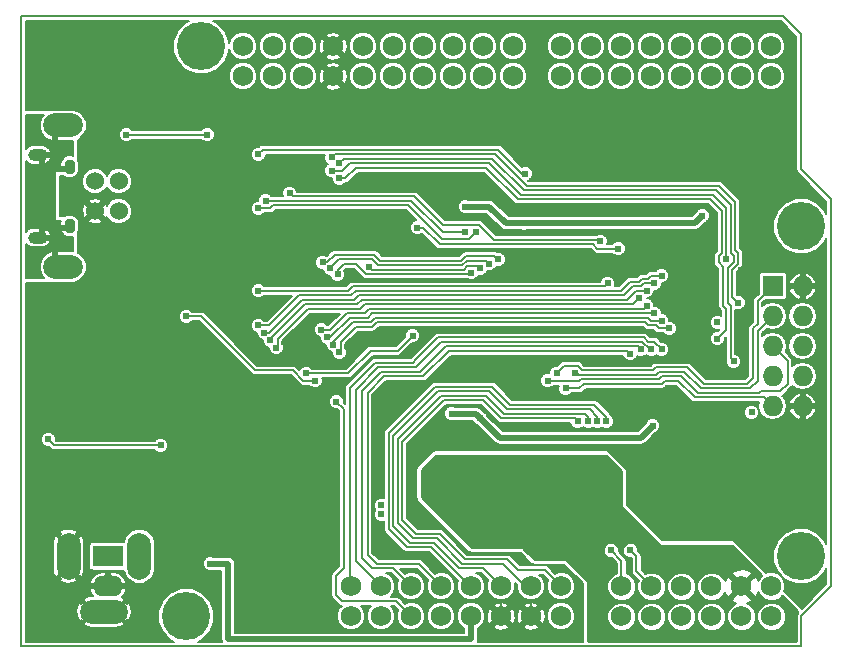
<source format=gbl>
G04 #@! TF.FileFunction,Copper,L2,Bot,Signal*
%FSLAX46Y46*%
G04 Gerber Fmt 4.6, Leading zero omitted, Abs format (unit mm)*
G04 Created by KiCad (PCBNEW (2015-07-11 BZR 5925, Git c291b88)-product) date 2015/12/7 0:21:44*
%MOMM*%
G01*
G04 APERTURE LIST*
%ADD10C,0.100000*%
%ADD11C,0.150000*%
%ADD12C,1.727200*%
%ADD13C,2.000000*%
%ADD14C,1.524000*%
%ADD15R,2.540000X1.778000*%
%ADD16O,2.540000X1.778000*%
%ADD17C,1.000000*%
%ADD18C,0.950000*%
%ADD19C,4.064000*%
%ADD20R,1.727200X1.727200*%
%ADD21O,1.727200X1.727200*%
%ADD22C,0.609600*%
%ADD23C,0.508000*%
%ADD24C,0.152400*%
%ADD25C,0.254000*%
G04 APERTURE END LIST*
D10*
D11*
X177038000Y-74549000D02*
X175514000Y-73025000D01*
X177038000Y-85979000D02*
X177038000Y-74549000D01*
X179578000Y-88519000D02*
X177038000Y-85979000D01*
X179578000Y-121285000D02*
X179578000Y-88519000D01*
X177038000Y-123825000D02*
X179578000Y-121285000D01*
X177038000Y-126365000D02*
X177038000Y-123825000D01*
X110998000Y-126365000D02*
X177038000Y-126365000D01*
X110998000Y-73025000D02*
X110998000Y-126365000D01*
X175514000Y-73025000D02*
X110998000Y-73025000D01*
D12*
X161798000Y-121285000D03*
X164338000Y-121285000D03*
X166878000Y-121285000D03*
X169418000Y-121285000D03*
X171958000Y-121285000D03*
X174498000Y-121285000D03*
D13*
X113893000Y-82265520D03*
X114113000Y-82265520D03*
X114333000Y-82265520D03*
X115213000Y-82265520D03*
X114993000Y-82265520D03*
X114773000Y-82265520D03*
X115213000Y-94264480D03*
X114993000Y-94264480D03*
X114773000Y-94264480D03*
X113893000Y-94264480D03*
X114113000Y-94264480D03*
X114333000Y-94264480D03*
D14*
X119252000Y-86995000D03*
X119252000Y-89535000D03*
X117253020Y-89535000D03*
X117253020Y-86995000D03*
D13*
X114553000Y-82265520D03*
X114553000Y-94264480D03*
D12*
X161798000Y-123825000D03*
X164338000Y-123825000D03*
X166878000Y-123825000D03*
X169418000Y-123825000D03*
X171958000Y-123825000D03*
X174498000Y-123825000D03*
X138938000Y-123825000D03*
X141478000Y-123825000D03*
X144018000Y-123825000D03*
X146558000Y-123825000D03*
X149098000Y-123825000D03*
X151638000Y-123825000D03*
X154178000Y-123825000D03*
X156718000Y-123825000D03*
X156718000Y-75565000D03*
X159258000Y-75565000D03*
X161798000Y-75565000D03*
X164338000Y-75565000D03*
X166878000Y-75565000D03*
X169418000Y-75565000D03*
X171958000Y-75565000D03*
X174498000Y-75565000D03*
X138938000Y-121285000D03*
X141478000Y-121285000D03*
X144018000Y-121285000D03*
X146558000Y-121285000D03*
X149098000Y-121285000D03*
X151638000Y-121285000D03*
X154178000Y-121285000D03*
X156718000Y-121285000D03*
X156718000Y-78105000D03*
X159258000Y-78105000D03*
X161798000Y-78105000D03*
X164338000Y-78105000D03*
X166878000Y-78105000D03*
X169418000Y-78105000D03*
X171958000Y-78105000D03*
X174498000Y-78105000D03*
X129794000Y-75565000D03*
X132334000Y-75565000D03*
X134874000Y-75565000D03*
X137414000Y-75565000D03*
X139954000Y-75565000D03*
X142494000Y-75565000D03*
X145034000Y-75565000D03*
X147574000Y-75565000D03*
X150114000Y-75565000D03*
X152654000Y-75565000D03*
X129794000Y-78105000D03*
X132334000Y-78105000D03*
X134874000Y-78105000D03*
X137414000Y-78105000D03*
X139954000Y-78105000D03*
X142494000Y-78105000D03*
X145034000Y-78105000D03*
X147574000Y-78105000D03*
X150114000Y-78105000D03*
X152654000Y-78105000D03*
D15*
X118364000Y-118745000D03*
D16*
X118364000Y-121285000D03*
D13*
X119008400Y-123444000D03*
X118758400Y-123444000D03*
X118508400Y-123444000D03*
X118258400Y-123444000D03*
X117008400Y-123444000D03*
X117258400Y-123444000D03*
X117508400Y-123444000D03*
X117758400Y-123444000D03*
X115008660Y-119745000D03*
X115008660Y-119495000D03*
X115008660Y-119245000D03*
X115008660Y-118995000D03*
X115008660Y-117745000D03*
X115008660Y-117995000D03*
X115008660Y-118245000D03*
X115008660Y-118495000D03*
X121008140Y-119745000D03*
X121008140Y-119495000D03*
X121008140Y-119245000D03*
X121008140Y-118995000D03*
X121008140Y-117745000D03*
X121008140Y-117995000D03*
X121008140Y-118245000D03*
X121008140Y-118495000D03*
X121008140Y-118745000D03*
X115008660Y-118745000D03*
X118008400Y-123444000D03*
D17*
X112075540Y-91764100D03*
X112238040Y-91764100D03*
X112730540Y-91764100D03*
X112565540Y-91764100D03*
X112725540Y-84764100D03*
X112563040Y-84764100D03*
X112075540Y-84764100D03*
X112238040Y-84764100D03*
D18*
X115100540Y-90914100D03*
X115100540Y-90614100D03*
X115100540Y-85914100D03*
X115100540Y-85614100D03*
X115100540Y-85764100D03*
X115100540Y-90764100D03*
D17*
X112400540Y-84764100D03*
X112400540Y-91764100D03*
D19*
X177038000Y-90805000D03*
X126238000Y-75565000D03*
X177038000Y-118745000D03*
X124968000Y-123825000D03*
D20*
X174625000Y-95885000D03*
D21*
X177165000Y-95885000D03*
X174625000Y-98425000D03*
X177165000Y-98425000D03*
X174625000Y-100965000D03*
X177165000Y-100965000D03*
X174625000Y-103505000D03*
X177165000Y-103505000D03*
X174625000Y-106045000D03*
X177165000Y-106045000D03*
D22*
X127000000Y-119380000D03*
X172847000Y-106553000D03*
X169926000Y-98933000D03*
X141478000Y-115189000D03*
X141478000Y-114427000D03*
X130937000Y-108204000D03*
X141478000Y-108712000D03*
X141478000Y-110998000D03*
X141478000Y-110236000D03*
X156718000Y-101981000D03*
X156718000Y-95250000D03*
X127254000Y-90678000D03*
X162433000Y-113919000D03*
X128524000Y-95885000D03*
X128524000Y-94488000D03*
X123063000Y-95631000D03*
X125730000Y-97282000D03*
X153670000Y-85344000D03*
X112522000Y-97536000D03*
X124333000Y-112903000D03*
X136525000Y-98425000D03*
X137414000Y-98425000D03*
X147701000Y-101981000D03*
X147447000Y-103632000D03*
X143383000Y-83693000D03*
X144653000Y-83693000D03*
X145923000Y-83693000D03*
X124841000Y-80645000D03*
X128524000Y-91821000D03*
X122301000Y-92710000D03*
X122301000Y-87630000D03*
X142113000Y-100076000D03*
X128524000Y-88011000D03*
X144018000Y-113538000D03*
X166243000Y-112903000D03*
X167513000Y-112903000D03*
X164973000Y-112903000D03*
X165735000Y-104521000D03*
X169926000Y-97917000D03*
X165989000Y-94107000D03*
X150114000Y-86614000D03*
X168148000Y-83058000D03*
X165608000Y-83058000D03*
X160528000Y-85852000D03*
X142240000Y-89916000D03*
X123952000Y-118237000D03*
X129413000Y-122555000D03*
X132842000Y-117348000D03*
X114681000Y-78994000D03*
X120015000Y-78994000D03*
X136271000Y-110363000D03*
X128270000Y-110363000D03*
X134239000Y-107061000D03*
X169291000Y-116078000D03*
X176149000Y-110490000D03*
X165989000Y-91567000D03*
X141351000Y-106680000D03*
X141351000Y-104775000D03*
X127635000Y-85725000D03*
X128524000Y-96901000D03*
X122301000Y-85725000D03*
X171958000Y-94488000D03*
X113030000Y-101727000D03*
X127000000Y-108585000D03*
X121666000Y-108331000D03*
X128778000Y-113030000D03*
X118491000Y-108331000D03*
X117348000Y-100076000D03*
X122682000Y-89281000D03*
X147320000Y-110617000D03*
X145288000Y-113538000D03*
X146558000Y-113538000D03*
X147828000Y-113538000D03*
X149098000Y-113538000D03*
X150368000Y-113538000D03*
X151638000Y-113538000D03*
X152908000Y-113461800D03*
X154178000Y-113538000D03*
X155448000Y-113538000D03*
X156718000Y-113538000D03*
X157988000Y-113538000D03*
X161417000Y-111633000D03*
X137668000Y-105664000D03*
X126746000Y-83058000D03*
X119888000Y-83058000D03*
X147447000Y-106680000D03*
X153543000Y-90551000D03*
X149860000Y-107061000D03*
X164465000Y-107696000D03*
X168656000Y-89916000D03*
X148590000Y-89154000D03*
X156337000Y-103251000D03*
X149860000Y-94361000D03*
X140462000Y-94234000D03*
X157099000Y-104521000D03*
X155575000Y-103886000D03*
X144145000Y-100076000D03*
X135128000Y-103251000D03*
X157861000Y-103251000D03*
X160020000Y-92075000D03*
X133731000Y-88011000D03*
X165227000Y-101219000D03*
X164338000Y-101219000D03*
X163449000Y-101219000D03*
X162560000Y-101600000D03*
X160528000Y-107315000D03*
X159766000Y-107315000D03*
X159004000Y-107315000D03*
X158115000Y-107315000D03*
X160909000Y-118237000D03*
X162560000Y-118237000D03*
X137287000Y-86106000D03*
X170688000Y-93599000D03*
X137287000Y-84963000D03*
X171704000Y-97282000D03*
X137922000Y-86741000D03*
X169926000Y-100330000D03*
X137922000Y-85471000D03*
X171323000Y-102235000D03*
X124968000Y-98425000D03*
X135890000Y-103886000D03*
X137795000Y-94869000D03*
X149098000Y-94742000D03*
X160655000Y-95631000D03*
X131064000Y-96266000D03*
X132588000Y-101092000D03*
X163322000Y-96901000D03*
X163957000Y-96266000D03*
X132080000Y-100457000D03*
X164592000Y-95631000D03*
X131572000Y-99822000D03*
X131064000Y-99187000D03*
X165227000Y-94996000D03*
X137922000Y-101473000D03*
X165862000Y-99441000D03*
X165227000Y-98806000D03*
X137414000Y-100838000D03*
X164592000Y-98171000D03*
X136906000Y-100203000D03*
X163957000Y-97536000D03*
X136398000Y-99568000D03*
X131064000Y-84709000D03*
X153670000Y-86360000D03*
X131064000Y-89281000D03*
X149479000Y-91313000D03*
X137160000Y-94361000D03*
X150622000Y-93980000D03*
X151384000Y-93599000D03*
X136525000Y-93853000D03*
X131699000Y-88646000D03*
X148590000Y-91313000D03*
X122809000Y-109347000D03*
X113284000Y-108839000D03*
X161544000Y-92710000D03*
X144526000Y-90932000D03*
D23*
X128524000Y-119380000D02*
X128524000Y-125780800D01*
X149098000Y-125780800D02*
X128524000Y-125780800D01*
X149098000Y-123825000D02*
X149098000Y-125780800D01*
X127000000Y-119380000D02*
X128524000Y-119380000D01*
X127000000Y-119380000D02*
X127000000Y-119380000D01*
X128524000Y-125780800D02*
X128524000Y-125780800D01*
D24*
X151638000Y-122555000D02*
X151638000Y-123825000D01*
X154178000Y-122555000D02*
X154178000Y-123825000D01*
X157861000Y-122555000D02*
X154178000Y-122555000D01*
X154178000Y-122555000D02*
X151638000Y-122555000D01*
X151638000Y-122555000D02*
X147828000Y-122555000D01*
X142748000Y-122555000D02*
X144018000Y-123825000D01*
X138176000Y-122555000D02*
X137668000Y-122047000D01*
X142748000Y-122555000D02*
X138176000Y-122555000D01*
X137668000Y-120396000D02*
X137668000Y-122047000D01*
X138303000Y-106299000D02*
X138303000Y-119761000D01*
X138303000Y-119761000D02*
X137668000Y-120396000D01*
X137668000Y-105664000D02*
X138303000Y-106299000D01*
X123444000Y-83058000D02*
X126746000Y-83058000D01*
X119888000Y-83058000D02*
X123444000Y-83058000D01*
D23*
X153543000Y-90551000D02*
X152019000Y-90551000D01*
X152019000Y-90551000D02*
X150622000Y-89154000D01*
X153543000Y-90551000D02*
X168021000Y-90551000D01*
X168021000Y-90551000D02*
X168656000Y-89916000D01*
X147447000Y-106680000D02*
X149479000Y-106680000D01*
X149479000Y-106680000D02*
X149860000Y-107061000D01*
X149860000Y-107061000D02*
X151511000Y-108712000D01*
X151511000Y-108712000D02*
X163449000Y-108712000D01*
X163449000Y-108712000D02*
X164465000Y-107696000D01*
D24*
X164211000Y-107950000D02*
X164465000Y-107696000D01*
D23*
X148590000Y-89154000D02*
X150622000Y-89154000D01*
D24*
X168656000Y-89916000D02*
X168656000Y-89916000D01*
X148590000Y-89154000D02*
X148590000Y-89154000D01*
X172466000Y-104140000D02*
X168783000Y-104140000D01*
X172974000Y-99441000D02*
X172974000Y-103632000D01*
X164465000Y-102997000D02*
X164719000Y-102743000D01*
X158496000Y-102997000D02*
X164465000Y-102997000D01*
X156972000Y-102616000D02*
X156337000Y-103251000D01*
X156972000Y-102616000D02*
X158115000Y-102616000D01*
X164719000Y-102743000D02*
X167386000Y-102743000D01*
X167386000Y-102743000D02*
X168783000Y-104140000D01*
X158115000Y-102616000D02*
X158496000Y-102997000D01*
X172974000Y-103632000D02*
X172466000Y-104140000D01*
X173355000Y-97155000D02*
X173355000Y-99060000D01*
X173355000Y-97155000D02*
X174625000Y-95885000D01*
X173355000Y-99060000D02*
X172974000Y-99441000D01*
X148780500Y-94170500D02*
X149669500Y-94170500D01*
X149669500Y-94170500D02*
X149860000Y-94361000D01*
X140462000Y-94234000D02*
X140716000Y-94488000D01*
X148463000Y-94488000D02*
X148780500Y-94170500D01*
X140716000Y-94488000D02*
X148463000Y-94488000D01*
X165227000Y-104140000D02*
X158623000Y-104140000D01*
X168021000Y-105283000D02*
X173863000Y-105283000D01*
X166624000Y-103886000D02*
X168021000Y-105283000D01*
X165227000Y-104140000D02*
X165481000Y-103886000D01*
X158242000Y-104521000D02*
X157099000Y-104521000D01*
X174625000Y-106045000D02*
X173863000Y-105283000D01*
X165481000Y-103886000D02*
X166624000Y-103886000D01*
X158623000Y-104140000D02*
X158242000Y-104521000D01*
X157099000Y-104521000D02*
X157099000Y-104521000D01*
X173482000Y-104902000D02*
X168275000Y-104902000D01*
X175895000Y-102235000D02*
X174625000Y-100965000D01*
X175895000Y-104140000D02*
X175895000Y-102235000D01*
X175260000Y-104775000D02*
X175895000Y-104140000D01*
X173609000Y-104775000D02*
X175260000Y-104775000D01*
X173482000Y-104902000D02*
X173609000Y-104775000D01*
X164973000Y-103759000D02*
X158369000Y-103759000D01*
X158369000Y-103759000D02*
X158242000Y-103886000D01*
X157988000Y-103886000D02*
X158242000Y-103886000D01*
X155575000Y-103886000D02*
X157988000Y-103886000D01*
X164973000Y-103759000D02*
X165227000Y-103505000D01*
X165227000Y-103505000D02*
X166878000Y-103505000D01*
X166878000Y-103505000D02*
X168275000Y-104902000D01*
X135128000Y-103251000D02*
X135128000Y-103251000D01*
X135128000Y-103251000D02*
X138684000Y-103251000D01*
X138684000Y-103251000D02*
X140589000Y-101346000D01*
X144145000Y-100076000D02*
X142875000Y-101346000D01*
X142875000Y-101346000D02*
X140589000Y-101346000D01*
X172720000Y-104521000D02*
X168529000Y-104521000D01*
X173355000Y-99695000D02*
X173355000Y-103886000D01*
X157861000Y-103251000D02*
X158115000Y-103251000D01*
X164719000Y-103378000D02*
X164973000Y-103124000D01*
X158242000Y-103378000D02*
X164719000Y-103378000D01*
X158115000Y-103251000D02*
X158242000Y-103378000D01*
X164973000Y-103124000D02*
X167132000Y-103124000D01*
X167132000Y-103124000D02*
X168529000Y-104521000D01*
X173355000Y-103886000D02*
X172720000Y-104521000D01*
X173355000Y-99695000D02*
X174625000Y-98425000D01*
X151003000Y-91948000D02*
X159893000Y-91948000D01*
X159893000Y-91948000D02*
X160020000Y-92075000D01*
X149733000Y-90678000D02*
X146685000Y-90678000D01*
X146685000Y-90678000D02*
X144272000Y-88265000D01*
X143891000Y-88265000D02*
X144272000Y-88265000D01*
X133985000Y-88265000D02*
X133731000Y-88011000D01*
X143891000Y-88265000D02*
X133985000Y-88265000D01*
X151003000Y-91948000D02*
X149733000Y-90678000D01*
X160020000Y-92075000D02*
X160020000Y-92075000D01*
X133731000Y-88011000D02*
X133731000Y-88011000D01*
X138811000Y-104521000D02*
X138811000Y-121158000D01*
X138811000Y-121158000D02*
X138938000Y-121285000D01*
X163703000Y-100203000D02*
X146304000Y-100203000D01*
X163703000Y-100203000D02*
X164084000Y-100584000D01*
X164084000Y-100584000D02*
X164338000Y-100584000D01*
X164338000Y-100584000D02*
X164592000Y-100584000D01*
X144462500Y-102044500D02*
X144145000Y-102362000D01*
X144145000Y-102362000D02*
X140970000Y-102362000D01*
X138811000Y-113030000D02*
X138811000Y-121158000D01*
X138811000Y-121158000D02*
X138938000Y-121285000D01*
X140970000Y-102362000D02*
X138811000Y-104521000D01*
X138811000Y-113030000D02*
X138811000Y-113030000D01*
X163703000Y-100203000D02*
X163703000Y-100203000D01*
X164592000Y-100584000D02*
X165227000Y-101219000D01*
X146304000Y-100203000D02*
X144462500Y-102044500D01*
X139319000Y-104648000D02*
X139319000Y-119126000D01*
X163576000Y-100584000D02*
X146558000Y-100584000D01*
X163576000Y-100584000D02*
X164211000Y-101219000D01*
X164211000Y-101219000D02*
X164338000Y-101219000D01*
X144653000Y-102489000D02*
X144399000Y-102743000D01*
X144399000Y-102743000D02*
X141224000Y-102743000D01*
X141224000Y-102743000D02*
X139319000Y-104648000D01*
X141478000Y-121285000D02*
X141478000Y-121285000D01*
X139319000Y-119126000D02*
X141478000Y-121285000D01*
X164338000Y-101219000D02*
X164338000Y-101219000D01*
X146558000Y-100584000D02*
X144653000Y-102489000D01*
X139827000Y-104775000D02*
X139827000Y-118872000D01*
X142494000Y-119761000D02*
X140716000Y-119761000D01*
X142494000Y-119761000D02*
X144018000Y-121285000D01*
X139827000Y-118872000D02*
X140716000Y-119761000D01*
X163195000Y-100965000D02*
X146939000Y-100965000D01*
X144780000Y-103124000D02*
X141478000Y-103124000D01*
X141478000Y-103124000D02*
X139827000Y-104775000D01*
X163195000Y-100965000D02*
X163449000Y-101219000D01*
X146939000Y-100965000D02*
X144780000Y-103124000D01*
X140335000Y-104902000D02*
X140335000Y-118618000D01*
X162306000Y-101346000D02*
X147193000Y-101346000D01*
X140335000Y-118618000D02*
X141097000Y-119380000D01*
X144653000Y-119380000D02*
X146558000Y-121285000D01*
X141097000Y-119380000D02*
X144653000Y-119380000D01*
X145034000Y-103505000D02*
X141732000Y-103505000D01*
X141732000Y-103505000D02*
X140335000Y-104902000D01*
X162306000Y-101346000D02*
X162560000Y-101600000D01*
X146558000Y-121285000D02*
X146558000Y-121285000D01*
X147193000Y-101346000D02*
X145034000Y-103505000D01*
X150876000Y-104394000D02*
X146050000Y-104394000D01*
X143637000Y-117983000D02*
X144526000Y-117983000D01*
X142113000Y-116459000D02*
X143637000Y-117983000D01*
X142113000Y-108331000D02*
X142113000Y-116459000D01*
X146050000Y-104394000D02*
X142113000Y-108331000D01*
X152400000Y-105918000D02*
X150876000Y-104394000D01*
X152400000Y-105918000D02*
X159512000Y-105918000D01*
X160528000Y-107315000D02*
X160528000Y-106934000D01*
X160528000Y-106934000D02*
X159512000Y-105918000D01*
X144526000Y-117983000D02*
X144653000Y-117983000D01*
X144653000Y-117983000D02*
X145669000Y-117983000D01*
X144653000Y-117983000D02*
X144653000Y-117983000D01*
X145669000Y-117983000D02*
X148971000Y-121285000D01*
X146304000Y-104775000D02*
X142494000Y-108585000D01*
X143891000Y-117602000D02*
X145923000Y-117602000D01*
X150114000Y-119761000D02*
X151638000Y-121285000D01*
X150114000Y-119761000D02*
X148082000Y-119761000D01*
X145923000Y-117602000D02*
X148082000Y-119761000D01*
X142494000Y-108585000D02*
X142494000Y-116205000D01*
X142494000Y-116205000D02*
X143891000Y-117602000D01*
X159131000Y-106299000D02*
X152146000Y-106299000D01*
X159766000Y-106934000D02*
X159131000Y-106299000D01*
X159766000Y-107315000D02*
X159766000Y-106934000D01*
X152146000Y-106299000D02*
X150622000Y-104775000D01*
X150622000Y-104775000D02*
X146304000Y-104775000D01*
X148336000Y-119380000D02*
X151765000Y-119380000D01*
X158750000Y-106680000D02*
X151892000Y-106680000D01*
X150368000Y-105156000D02*
X146558000Y-105156000D01*
X144145000Y-117221000D02*
X146177000Y-117221000D01*
X142875000Y-115951000D02*
X144145000Y-117221000D01*
X142875000Y-108839000D02*
X142875000Y-115951000D01*
X146177000Y-117221000D02*
X148336000Y-119380000D01*
X146558000Y-105156000D02*
X142875000Y-108839000D01*
X150368000Y-105156000D02*
X151892000Y-106680000D01*
X151765000Y-119380000D02*
X152908000Y-120523000D01*
X153670000Y-121285000D02*
X154178000Y-121285000D01*
X152908000Y-120523000D02*
X153670000Y-121285000D01*
X152908000Y-120523000D02*
X152908000Y-120523000D01*
X158750000Y-106680000D02*
X159004000Y-106934000D01*
X159004000Y-106934000D02*
X159004000Y-107315000D01*
X143256000Y-109093000D02*
X143256000Y-115697000D01*
X150114000Y-105537000D02*
X146812000Y-105537000D01*
X152146000Y-118999000D02*
X153035000Y-119888000D01*
X143256000Y-115697000D02*
X144399000Y-116840000D01*
X144399000Y-116840000D02*
X146431000Y-116840000D01*
X146431000Y-116840000D02*
X148590000Y-118999000D01*
X148590000Y-118999000D02*
X152146000Y-118999000D01*
X153035000Y-119888000D02*
X155321000Y-119888000D01*
X155321000Y-119888000D02*
X156718000Y-121285000D01*
X146812000Y-105537000D02*
X143256000Y-109093000D01*
X157861000Y-107061000D02*
X158115000Y-107315000D01*
X151638000Y-107061000D02*
X157861000Y-107061000D01*
X150114000Y-105537000D02*
X151638000Y-107061000D01*
X158115000Y-107315000D02*
X158115000Y-107315000D01*
X160909000Y-118237000D02*
X161798000Y-119126000D01*
X161798000Y-121285000D02*
X161798000Y-119126000D01*
X162560000Y-118237000D02*
X162941000Y-118618000D01*
X163068000Y-120015000D02*
X164338000Y-121285000D01*
X163068000Y-118745000D02*
X163068000Y-120015000D01*
X162941000Y-118618000D02*
X163068000Y-118745000D01*
X162560000Y-118237000D02*
X162560000Y-118237000D01*
X164338000Y-121158000D02*
X164338000Y-121285000D01*
X169545000Y-88138000D02*
X153289000Y-88138000D01*
X170688000Y-89281000D02*
X170688000Y-93599000D01*
X137287000Y-86106000D02*
X138176000Y-86106000D01*
X138811000Y-85471000D02*
X150622000Y-85471000D01*
X150622000Y-85471000D02*
X153289000Y-88138000D01*
X138176000Y-86106000D02*
X138811000Y-85471000D01*
X170688000Y-89281000D02*
X169545000Y-88138000D01*
X170053000Y-87376000D02*
X153797000Y-87376000D01*
X171704000Y-93980000D02*
X171704000Y-93091000D01*
X171450000Y-92837000D02*
X171450000Y-88773000D01*
X171704000Y-93091000D02*
X171450000Y-92837000D01*
X137287000Y-84963000D02*
X137541000Y-84709000D01*
X137541000Y-84709000D02*
X151130000Y-84709000D01*
X151130000Y-84709000D02*
X153797000Y-87376000D01*
X171196000Y-96393000D02*
X171196000Y-96774000D01*
X171450000Y-88773000D02*
X170053000Y-87376000D01*
X171704000Y-93980000D02*
X171196000Y-94488000D01*
X171196000Y-94488000D02*
X171196000Y-96393000D01*
X171196000Y-96774000D02*
X171704000Y-97282000D01*
X169291000Y-88519000D02*
X153035000Y-88519000D01*
X170307000Y-89535000D02*
X169291000Y-88519000D01*
X170434000Y-97536000D02*
X170434000Y-94234000D01*
X170053000Y-93853000D02*
X170053000Y-93853000D01*
X170434000Y-94234000D02*
X170053000Y-93853000D01*
X170053000Y-93345000D02*
X170053000Y-93345000D01*
X170053000Y-93345000D02*
X170053000Y-93853000D01*
X170053000Y-93345000D02*
X170307000Y-93091000D01*
X170307000Y-93091000D02*
X170307000Y-89535000D01*
X137922000Y-86741000D02*
X138430000Y-86741000D01*
X139319000Y-85852000D02*
X150368000Y-85852000D01*
X150368000Y-85852000D02*
X153035000Y-88519000D01*
X138430000Y-86741000D02*
X139319000Y-85852000D01*
X170434000Y-97536000D02*
X170688000Y-97790000D01*
X170688000Y-97790000D02*
X170688000Y-99568000D01*
X170688000Y-99568000D02*
X169926000Y-100330000D01*
X169799000Y-87757000D02*
X153543000Y-87757000D01*
X171069000Y-97536000D02*
X171069000Y-101981000D01*
X171069000Y-101981000D02*
X171323000Y-102235000D01*
X171323000Y-93345000D02*
X171069000Y-93091000D01*
X171069000Y-93091000D02*
X171069000Y-89027000D01*
X137922000Y-85471000D02*
X138303000Y-85090000D01*
X138303000Y-85090000D02*
X150876000Y-85090000D01*
X150876000Y-85090000D02*
X153543000Y-87757000D01*
X171323000Y-93345000D02*
X171323000Y-93853000D01*
X171069000Y-89027000D02*
X169799000Y-87757000D01*
X171323000Y-93853000D02*
X170815000Y-94361000D01*
X170815000Y-94361000D02*
X170815000Y-97282000D01*
X170815000Y-97282000D02*
X171069000Y-97536000D01*
X125603000Y-98425000D02*
X126238000Y-98425000D01*
X126238000Y-98425000D02*
X130810000Y-102997000D01*
X124968000Y-98425000D02*
X124968000Y-98425000D01*
X124968000Y-98425000D02*
X124968000Y-98425000D01*
X135890000Y-103886000D02*
X134874000Y-103886000D01*
X133985000Y-102997000D02*
X130810000Y-102997000D01*
X134874000Y-103886000D02*
X133985000Y-102997000D01*
X125603000Y-98425000D02*
X124968000Y-98425000D01*
X149098000Y-94742000D02*
X148844000Y-94742000D01*
X148717000Y-94869000D02*
X140208000Y-94869000D01*
X148844000Y-94742000D02*
X148717000Y-94869000D01*
X137795000Y-94869000D02*
X137795000Y-94488000D01*
X137795000Y-94488000D02*
X138303000Y-93980000D01*
X138303000Y-93980000D02*
X139319000Y-93980000D01*
X139319000Y-93980000D02*
X140208000Y-94869000D01*
X160655000Y-95631000D02*
X160401000Y-95885000D01*
X139065000Y-95885000D02*
X160274000Y-95885000D01*
X138684000Y-96266000D02*
X139065000Y-95885000D01*
X138684000Y-96266000D02*
X131064000Y-96266000D01*
X160401000Y-95885000D02*
X160274000Y-95885000D01*
X162814000Y-97409000D02*
X140081000Y-97409000D01*
X139700000Y-97790000D02*
X135255000Y-97790000D01*
X139700000Y-97790000D02*
X140081000Y-97409000D01*
X135255000Y-97790000D02*
X132715000Y-100330000D01*
X132715000Y-100330000D02*
X132715000Y-100965000D01*
X132715000Y-100965000D02*
X132588000Y-101092000D01*
X163322000Y-96901000D02*
X162814000Y-97409000D01*
X162306000Y-97028000D02*
X139827000Y-97028000D01*
X139446000Y-97409000D02*
X135001000Y-97409000D01*
X163957000Y-96266000D02*
X163068000Y-96266000D01*
X163068000Y-96266000D02*
X162306000Y-97028000D01*
X139446000Y-97409000D02*
X139446000Y-97409000D01*
X139446000Y-97409000D02*
X139827000Y-97028000D01*
X132207000Y-100330000D02*
X132080000Y-100457000D01*
X132207000Y-100203000D02*
X132207000Y-100330000D01*
X135001000Y-97409000D02*
X132207000Y-100203000D01*
X162052000Y-96647000D02*
X139573000Y-96647000D01*
X163830000Y-95631000D02*
X163703000Y-95631000D01*
X163449000Y-95885000D02*
X162814000Y-95885000D01*
X163703000Y-95631000D02*
X163449000Y-95885000D01*
X164592000Y-95631000D02*
X163830000Y-95631000D01*
X162814000Y-95885000D02*
X162052000Y-96647000D01*
X139192000Y-97028000D02*
X139573000Y-96647000D01*
X139192000Y-97028000D02*
X134747000Y-97028000D01*
X131953000Y-99822000D02*
X134747000Y-97028000D01*
X131572000Y-99822000D02*
X131953000Y-99822000D01*
X161798000Y-96266000D02*
X139319000Y-96266000D01*
X138938000Y-96647000D02*
X134493000Y-96647000D01*
X131953000Y-99187000D02*
X134493000Y-96647000D01*
X131064000Y-99187000D02*
X131953000Y-99187000D01*
X138938000Y-96647000D02*
X139319000Y-96266000D01*
X162560000Y-95504000D02*
X161798000Y-96266000D01*
X164592000Y-94996000D02*
X165227000Y-94996000D01*
X164338000Y-94996000D02*
X164084000Y-95250000D01*
X164084000Y-95250000D02*
X163576000Y-95250000D01*
X163576000Y-95250000D02*
X163322000Y-95504000D01*
X163322000Y-95504000D02*
X162560000Y-95504000D01*
X164592000Y-94996000D02*
X164338000Y-94996000D01*
X163830000Y-98933000D02*
X141097000Y-98933000D01*
X140716000Y-99314000D02*
X139319000Y-99314000D01*
X140716000Y-99314000D02*
X141097000Y-98933000D01*
X138049000Y-101346000D02*
X137922000Y-101473000D01*
X138049000Y-100584000D02*
X138049000Y-101346000D01*
X139319000Y-99314000D02*
X138049000Y-100584000D01*
X163830000Y-98933000D02*
X164084000Y-99187000D01*
X165862000Y-99441000D02*
X164973000Y-99441000D01*
X164973000Y-99441000D02*
X164719000Y-99187000D01*
X164719000Y-99187000D02*
X164084000Y-99187000D01*
X164084000Y-98552000D02*
X140970000Y-98552000D01*
X140589000Y-98933000D02*
X139065000Y-98933000D01*
X164084000Y-98552000D02*
X164338000Y-98806000D01*
X140589000Y-98933000D02*
X140970000Y-98552000D01*
X137414000Y-100838000D02*
X137414000Y-100584000D01*
X137414000Y-100584000D02*
X139065000Y-98933000D01*
X165227000Y-98806000D02*
X165227000Y-98806000D01*
X165227000Y-98806000D02*
X164338000Y-98806000D01*
X164592000Y-98171000D02*
X140716000Y-98171000D01*
X140335000Y-98552000D02*
X140716000Y-98171000D01*
X136906000Y-100203000D02*
X137160000Y-100203000D01*
X137160000Y-100203000D02*
X138811000Y-98552000D01*
X140335000Y-98552000D02*
X138811000Y-98552000D01*
X164592000Y-98171000D02*
X164592000Y-98171000D01*
X163703000Y-97790000D02*
X140462000Y-97790000D01*
X163957000Y-97536000D02*
X163703000Y-97790000D01*
X140081000Y-98171000D02*
X140462000Y-97790000D01*
X138557000Y-98171000D02*
X137160000Y-99568000D01*
X137160000Y-99568000D02*
X136398000Y-99568000D01*
X140081000Y-98171000D02*
X138557000Y-98171000D01*
X151384000Y-84328000D02*
X131445000Y-84328000D01*
X153670000Y-86360000D02*
X153416000Y-86360000D01*
X153416000Y-86360000D02*
X151384000Y-84328000D01*
X131445000Y-84328000D02*
X131064000Y-84709000D01*
X148907500Y-91884500D02*
X146621500Y-91884500D01*
X146621500Y-91884500D02*
X143764000Y-89027000D01*
X143383000Y-89027000D02*
X143764000Y-89027000D01*
X132080000Y-89281000D02*
X132334000Y-89027000D01*
X132334000Y-89027000D02*
X143383000Y-89027000D01*
X132080000Y-89281000D02*
X131064000Y-89281000D01*
X148907500Y-91884500D02*
X149479000Y-91313000D01*
X137922000Y-93599000D02*
X140716000Y-93599000D01*
X140716000Y-93599000D02*
X141224000Y-94107000D01*
X141224000Y-94107000D02*
X148336000Y-94107000D01*
X148336000Y-94107000D02*
X148717000Y-93726000D01*
X150368000Y-93726000D02*
X150622000Y-93980000D01*
X148717000Y-93726000D02*
X150368000Y-93726000D01*
X137160000Y-94361000D02*
X137922000Y-93599000D01*
X136525000Y-93853000D02*
X136906000Y-93853000D01*
X137541000Y-93218000D02*
X137668000Y-93218000D01*
X136906000Y-93853000D02*
X137541000Y-93218000D01*
X148653500Y-93281500D02*
X151066500Y-93281500D01*
X151066500Y-93281500D02*
X151384000Y-93599000D01*
X148209000Y-93726000D02*
X148653500Y-93281500D01*
X141401802Y-93726000D02*
X148209000Y-93726000D01*
X140893802Y-93218000D02*
X141401802Y-93726000D01*
X137668000Y-93218000D02*
X140893802Y-93218000D01*
X148590000Y-91313000D02*
X146685000Y-91313000D01*
X146685000Y-91313000D02*
X144018000Y-88646000D01*
X143637000Y-88646000D02*
X144018000Y-88646000D01*
X131699000Y-88646000D02*
X143637000Y-88646000D01*
X131699000Y-88646000D02*
X131699000Y-88646000D01*
X113792000Y-109347000D02*
X122809000Y-109347000D01*
X113284000Y-108839000D02*
X113792000Y-109347000D01*
D23*
X115100540Y-90914100D02*
X112725540Y-90914100D01*
X112238040Y-91764100D02*
X113796900Y-91764100D01*
X113893000Y-91860200D02*
X113893000Y-94264480D01*
X113796900Y-91764100D02*
X113893000Y-91860200D01*
X113893000Y-94264480D02*
X114773000Y-94264480D01*
X112725540Y-84764100D02*
X113863900Y-84764100D01*
X113893000Y-84735000D02*
X113893000Y-82265520D01*
X113863900Y-84764100D02*
X113893000Y-84735000D01*
X115100540Y-85914100D02*
X112725540Y-85914100D01*
X115100540Y-94152020D02*
X115213000Y-94264480D01*
X112725540Y-84764100D02*
X112725540Y-85914100D01*
X112725540Y-85914100D02*
X112725540Y-90914100D01*
X112725540Y-90914100D02*
X112725540Y-91759100D01*
X112725540Y-91759100D02*
X112730540Y-91764100D01*
X112730540Y-91764100D02*
X112238040Y-91764100D01*
X112725540Y-84764100D02*
X112725540Y-85547540D01*
D24*
X144526000Y-90932000D02*
X145034000Y-90932000D01*
X145034000Y-90932000D02*
X146431000Y-92329000D01*
X159766000Y-92710000D02*
X161544000Y-92710000D01*
X146431000Y-92329000D02*
X159385000Y-92329000D01*
X159385000Y-92329000D02*
X159766000Y-92710000D01*
G36*
X124901669Y-73561257D02*
X124236592Y-74225174D01*
X123876211Y-75093068D01*
X123875391Y-76032809D01*
X124234257Y-76901331D01*
X124898174Y-77566408D01*
X125766068Y-77926789D01*
X126705809Y-77927609D01*
X127574331Y-77568743D01*
X128239408Y-76904826D01*
X128599789Y-76036932D01*
X128599995Y-75801424D01*
X128781355Y-76240350D01*
X129116884Y-76576464D01*
X129555497Y-76758592D01*
X130030420Y-76759007D01*
X130469350Y-76577645D01*
X130805464Y-76242116D01*
X130987592Y-75803503D01*
X130987593Y-75801420D01*
X131139993Y-75801420D01*
X131321355Y-76240350D01*
X131656884Y-76576464D01*
X132095497Y-76758592D01*
X132570420Y-76759007D01*
X133009350Y-76577645D01*
X133345464Y-76242116D01*
X133527592Y-75803503D01*
X133527593Y-75801420D01*
X133679993Y-75801420D01*
X133861355Y-76240350D01*
X134196884Y-76576464D01*
X134635497Y-76758592D01*
X135110420Y-76759007D01*
X135549350Y-76577645D01*
X135644037Y-76483122D01*
X136747325Y-76483122D01*
X136850072Y-76643672D01*
X137305789Y-76777369D01*
X137777979Y-76726494D01*
X137977928Y-76643672D01*
X138080675Y-76483122D01*
X137414000Y-75816447D01*
X136747325Y-76483122D01*
X135644037Y-76483122D01*
X135885464Y-76242116D01*
X136067592Y-75803503D01*
X136067894Y-75456789D01*
X136201631Y-75456789D01*
X136252506Y-75928979D01*
X136335328Y-76128928D01*
X136495878Y-76231675D01*
X137162553Y-75565000D01*
X137665447Y-75565000D01*
X138332122Y-76231675D01*
X138492672Y-76128928D01*
X138588755Y-75801420D01*
X138759993Y-75801420D01*
X138941355Y-76240350D01*
X139276884Y-76576464D01*
X139715497Y-76758592D01*
X140190420Y-76759007D01*
X140629350Y-76577645D01*
X140965464Y-76242116D01*
X141147592Y-75803503D01*
X141147593Y-75801420D01*
X141299993Y-75801420D01*
X141481355Y-76240350D01*
X141816884Y-76576464D01*
X142255497Y-76758592D01*
X142730420Y-76759007D01*
X143169350Y-76577645D01*
X143505464Y-76242116D01*
X143687592Y-75803503D01*
X143687593Y-75801420D01*
X143839993Y-75801420D01*
X144021355Y-76240350D01*
X144356884Y-76576464D01*
X144795497Y-76758592D01*
X145270420Y-76759007D01*
X145709350Y-76577645D01*
X146045464Y-76242116D01*
X146227592Y-75803503D01*
X146227593Y-75801420D01*
X146379993Y-75801420D01*
X146561355Y-76240350D01*
X146896884Y-76576464D01*
X147335497Y-76758592D01*
X147810420Y-76759007D01*
X148249350Y-76577645D01*
X148585464Y-76242116D01*
X148767592Y-75803503D01*
X148767593Y-75801420D01*
X148919993Y-75801420D01*
X149101355Y-76240350D01*
X149436884Y-76576464D01*
X149875497Y-76758592D01*
X150350420Y-76759007D01*
X150789350Y-76577645D01*
X151125464Y-76242116D01*
X151307592Y-75803503D01*
X151307593Y-75801420D01*
X151459993Y-75801420D01*
X151641355Y-76240350D01*
X151976884Y-76576464D01*
X152415497Y-76758592D01*
X152890420Y-76759007D01*
X153329350Y-76577645D01*
X153665464Y-76242116D01*
X153847592Y-75803503D01*
X153847593Y-75801420D01*
X155523993Y-75801420D01*
X155705355Y-76240350D01*
X156040884Y-76576464D01*
X156479497Y-76758592D01*
X156954420Y-76759007D01*
X157393350Y-76577645D01*
X157729464Y-76242116D01*
X157911592Y-75803503D01*
X157911593Y-75801420D01*
X158063993Y-75801420D01*
X158245355Y-76240350D01*
X158580884Y-76576464D01*
X159019497Y-76758592D01*
X159494420Y-76759007D01*
X159933350Y-76577645D01*
X160269464Y-76242116D01*
X160451592Y-75803503D01*
X160451593Y-75801420D01*
X160603993Y-75801420D01*
X160785355Y-76240350D01*
X161120884Y-76576464D01*
X161559497Y-76758592D01*
X162034420Y-76759007D01*
X162473350Y-76577645D01*
X162809464Y-76242116D01*
X162991592Y-75803503D01*
X162991593Y-75801420D01*
X163143993Y-75801420D01*
X163325355Y-76240350D01*
X163660884Y-76576464D01*
X164099497Y-76758592D01*
X164574420Y-76759007D01*
X165013350Y-76577645D01*
X165349464Y-76242116D01*
X165531592Y-75803503D01*
X165531593Y-75801420D01*
X165683993Y-75801420D01*
X165865355Y-76240350D01*
X166200884Y-76576464D01*
X166639497Y-76758592D01*
X167114420Y-76759007D01*
X167553350Y-76577645D01*
X167889464Y-76242116D01*
X168071592Y-75803503D01*
X168071593Y-75801420D01*
X168223993Y-75801420D01*
X168405355Y-76240350D01*
X168740884Y-76576464D01*
X169179497Y-76758592D01*
X169654420Y-76759007D01*
X170093350Y-76577645D01*
X170429464Y-76242116D01*
X170611592Y-75803503D01*
X170611593Y-75801420D01*
X170763993Y-75801420D01*
X170945355Y-76240350D01*
X171280884Y-76576464D01*
X171719497Y-76758592D01*
X172194420Y-76759007D01*
X172633350Y-76577645D01*
X172969464Y-76242116D01*
X173151592Y-75803503D01*
X173151593Y-75801420D01*
X173303993Y-75801420D01*
X173485355Y-76240350D01*
X173820884Y-76576464D01*
X174259497Y-76758592D01*
X174734420Y-76759007D01*
X175173350Y-76577645D01*
X175509464Y-76242116D01*
X175691592Y-75803503D01*
X175692007Y-75328580D01*
X175510645Y-74889650D01*
X175175116Y-74553536D01*
X174736503Y-74371408D01*
X174261580Y-74370993D01*
X173822650Y-74552355D01*
X173486536Y-74887884D01*
X173304408Y-75326497D01*
X173303993Y-75801420D01*
X173151593Y-75801420D01*
X173152007Y-75328580D01*
X172970645Y-74889650D01*
X172635116Y-74553536D01*
X172196503Y-74371408D01*
X171721580Y-74370993D01*
X171282650Y-74552355D01*
X170946536Y-74887884D01*
X170764408Y-75326497D01*
X170763993Y-75801420D01*
X170611593Y-75801420D01*
X170612007Y-75328580D01*
X170430645Y-74889650D01*
X170095116Y-74553536D01*
X169656503Y-74371408D01*
X169181580Y-74370993D01*
X168742650Y-74552355D01*
X168406536Y-74887884D01*
X168224408Y-75326497D01*
X168223993Y-75801420D01*
X168071593Y-75801420D01*
X168072007Y-75328580D01*
X167890645Y-74889650D01*
X167555116Y-74553536D01*
X167116503Y-74371408D01*
X166641580Y-74370993D01*
X166202650Y-74552355D01*
X165866536Y-74887884D01*
X165684408Y-75326497D01*
X165683993Y-75801420D01*
X165531593Y-75801420D01*
X165532007Y-75328580D01*
X165350645Y-74889650D01*
X165015116Y-74553536D01*
X164576503Y-74371408D01*
X164101580Y-74370993D01*
X163662650Y-74552355D01*
X163326536Y-74887884D01*
X163144408Y-75326497D01*
X163143993Y-75801420D01*
X162991593Y-75801420D01*
X162992007Y-75328580D01*
X162810645Y-74889650D01*
X162475116Y-74553536D01*
X162036503Y-74371408D01*
X161561580Y-74370993D01*
X161122650Y-74552355D01*
X160786536Y-74887884D01*
X160604408Y-75326497D01*
X160603993Y-75801420D01*
X160451593Y-75801420D01*
X160452007Y-75328580D01*
X160270645Y-74889650D01*
X159935116Y-74553536D01*
X159496503Y-74371408D01*
X159021580Y-74370993D01*
X158582650Y-74552355D01*
X158246536Y-74887884D01*
X158064408Y-75326497D01*
X158063993Y-75801420D01*
X157911593Y-75801420D01*
X157912007Y-75328580D01*
X157730645Y-74889650D01*
X157395116Y-74553536D01*
X156956503Y-74371408D01*
X156481580Y-74370993D01*
X156042650Y-74552355D01*
X155706536Y-74887884D01*
X155524408Y-75326497D01*
X155523993Y-75801420D01*
X153847593Y-75801420D01*
X153848007Y-75328580D01*
X153666645Y-74889650D01*
X153331116Y-74553536D01*
X152892503Y-74371408D01*
X152417580Y-74370993D01*
X151978650Y-74552355D01*
X151642536Y-74887884D01*
X151460408Y-75326497D01*
X151459993Y-75801420D01*
X151307593Y-75801420D01*
X151308007Y-75328580D01*
X151126645Y-74889650D01*
X150791116Y-74553536D01*
X150352503Y-74371408D01*
X149877580Y-74370993D01*
X149438650Y-74552355D01*
X149102536Y-74887884D01*
X148920408Y-75326497D01*
X148919993Y-75801420D01*
X148767593Y-75801420D01*
X148768007Y-75328580D01*
X148586645Y-74889650D01*
X148251116Y-74553536D01*
X147812503Y-74371408D01*
X147337580Y-74370993D01*
X146898650Y-74552355D01*
X146562536Y-74887884D01*
X146380408Y-75326497D01*
X146379993Y-75801420D01*
X146227593Y-75801420D01*
X146228007Y-75328580D01*
X146046645Y-74889650D01*
X145711116Y-74553536D01*
X145272503Y-74371408D01*
X144797580Y-74370993D01*
X144358650Y-74552355D01*
X144022536Y-74887884D01*
X143840408Y-75326497D01*
X143839993Y-75801420D01*
X143687593Y-75801420D01*
X143688007Y-75328580D01*
X143506645Y-74889650D01*
X143171116Y-74553536D01*
X142732503Y-74371408D01*
X142257580Y-74370993D01*
X141818650Y-74552355D01*
X141482536Y-74887884D01*
X141300408Y-75326497D01*
X141299993Y-75801420D01*
X141147593Y-75801420D01*
X141148007Y-75328580D01*
X140966645Y-74889650D01*
X140631116Y-74553536D01*
X140192503Y-74371408D01*
X139717580Y-74370993D01*
X139278650Y-74552355D01*
X138942536Y-74887884D01*
X138760408Y-75326497D01*
X138759993Y-75801420D01*
X138588755Y-75801420D01*
X138626369Y-75673211D01*
X138575494Y-75201021D01*
X138492672Y-75001072D01*
X138332122Y-74898325D01*
X137665447Y-75565000D01*
X137162553Y-75565000D01*
X137162553Y-75565000D01*
X136495878Y-74898325D01*
X136335328Y-75001072D01*
X136201631Y-75456789D01*
X136067894Y-75456789D01*
X136068007Y-75328580D01*
X135886645Y-74889650D01*
X135644296Y-74646878D01*
X136747325Y-74646878D01*
X137414000Y-75313553D01*
X138080675Y-74646878D01*
X137977928Y-74486328D01*
X137522211Y-74352631D01*
X137050021Y-74403506D01*
X136850072Y-74486328D01*
X136747325Y-74646878D01*
X135644296Y-74646878D01*
X135551116Y-74553536D01*
X135112503Y-74371408D01*
X134637580Y-74370993D01*
X134198650Y-74552355D01*
X133862536Y-74887884D01*
X133680408Y-75326497D01*
X133679993Y-75801420D01*
X133527593Y-75801420D01*
X133528007Y-75328580D01*
X133346645Y-74889650D01*
X133011116Y-74553536D01*
X132572503Y-74371408D01*
X132097580Y-74370993D01*
X131658650Y-74552355D01*
X131322536Y-74887884D01*
X131140408Y-75326497D01*
X131139993Y-75801420D01*
X130987593Y-75801420D01*
X130988007Y-75328580D01*
X130806645Y-74889650D01*
X130471116Y-74553536D01*
X130032503Y-74371408D01*
X129557580Y-74370993D01*
X129118650Y-74552355D01*
X128782536Y-74887884D01*
X128600409Y-75326495D01*
X128600609Y-75097191D01*
X128241743Y-74228669D01*
X127577826Y-73563592D01*
X127256582Y-73430200D01*
X175303436Y-73430200D01*
X176632800Y-74759563D01*
X176632800Y-85979000D01*
X176663644Y-86134064D01*
X176707800Y-86200148D01*
X176707800Y-86232994D01*
X176707799Y-86233000D01*
X176713600Y-86262161D01*
X176730118Y-86286882D01*
X179172800Y-88729563D01*
X179172800Y-89785851D01*
X179041743Y-89468669D01*
X178377826Y-88803592D01*
X177509932Y-88443211D01*
X176570191Y-88442391D01*
X175701669Y-88801257D01*
X175036592Y-89465174D01*
X174676211Y-90333068D01*
X174675391Y-91272809D01*
X175034257Y-92141331D01*
X175698174Y-92806408D01*
X176566068Y-93166789D01*
X177505809Y-93167609D01*
X178374331Y-92808743D01*
X179039408Y-92144826D01*
X179172800Y-91823582D01*
X179172800Y-117725851D01*
X179041743Y-117408669D01*
X178377826Y-116743592D01*
X177509932Y-116383211D01*
X176570191Y-116382391D01*
X175701669Y-116741257D01*
X175036592Y-117405174D01*
X174676211Y-118273068D01*
X174675391Y-119212809D01*
X175034257Y-120081331D01*
X175698174Y-120746408D01*
X176566068Y-121106789D01*
X177505809Y-121107609D01*
X178374331Y-120748743D01*
X179039408Y-120084826D01*
X179172800Y-119763582D01*
X179172800Y-121074436D01*
X177076061Y-123171175D01*
X177017487Y-123083513D01*
X177017483Y-123083510D01*
X175622901Y-121688928D01*
X175691592Y-121523503D01*
X175692007Y-121048580D01*
X175510645Y-120609650D01*
X175175116Y-120273536D01*
X174736503Y-120091408D01*
X174261580Y-120090993D01*
X174094148Y-120160174D01*
X171429487Y-117495513D01*
X171322362Y-117423935D01*
X171196000Y-117398800D01*
X165236774Y-117398800D01*
X162255200Y-114417226D01*
X162255200Y-111506000D01*
X162230065Y-111379638D01*
X162158487Y-111272513D01*
X162158483Y-111272510D01*
X160761487Y-109875513D01*
X160654362Y-109803935D01*
X160528000Y-109778800D01*
X146050000Y-109778800D01*
X145923638Y-109803935D01*
X145816513Y-109875513D01*
X144546513Y-111145513D01*
X144474935Y-111252638D01*
X144449800Y-111379000D01*
X144449800Y-113792000D01*
X144474935Y-113918362D01*
X144546513Y-114025487D01*
X148864513Y-118343487D01*
X148971638Y-118415065D01*
X149098000Y-118440200D01*
X153279226Y-118440200D01*
X154198513Y-119359487D01*
X154305638Y-119431065D01*
X154432000Y-119456200D01*
X156962226Y-119456200D01*
X158546800Y-121040773D01*
X158546800Y-125959800D01*
X149646594Y-125959800D01*
X149682200Y-125780800D01*
X149682200Y-124875307D01*
X149773350Y-124837645D01*
X149868037Y-124743122D01*
X150971325Y-124743122D01*
X151074072Y-124903672D01*
X151529789Y-125037369D01*
X152001979Y-124986494D01*
X152201928Y-124903672D01*
X152304675Y-124743122D01*
X153511325Y-124743122D01*
X153614072Y-124903672D01*
X154069789Y-125037369D01*
X154541979Y-124986494D01*
X154741928Y-124903672D01*
X154844675Y-124743122D01*
X154178000Y-124076447D01*
X153511325Y-124743122D01*
X152304675Y-124743122D01*
X152304675Y-124743122D01*
X151638000Y-124076447D01*
X150971325Y-124743122D01*
X149868037Y-124743122D01*
X150109464Y-124502116D01*
X150291592Y-124063503D01*
X150291894Y-123716789D01*
X150425631Y-123716789D01*
X150476506Y-124188979D01*
X150559328Y-124388928D01*
X150719878Y-124491675D01*
X151386553Y-123825000D01*
X151889447Y-123825000D01*
X152556122Y-124491675D01*
X152716672Y-124388928D01*
X152850369Y-123933211D01*
X152827052Y-123716789D01*
X152965631Y-123716789D01*
X153016506Y-124188979D01*
X153099328Y-124388928D01*
X153259878Y-124491675D01*
X153926553Y-123825000D01*
X154429447Y-123825000D01*
X155096122Y-124491675D01*
X155256672Y-124388928D01*
X155352755Y-124061420D01*
X155523993Y-124061420D01*
X155705355Y-124500350D01*
X156040884Y-124836464D01*
X156479497Y-125018592D01*
X156954420Y-125019007D01*
X157393350Y-124837645D01*
X157729464Y-124502116D01*
X157911592Y-124063503D01*
X157912007Y-123588580D01*
X157730645Y-123149650D01*
X157395116Y-122813536D01*
X156956503Y-122631408D01*
X156481580Y-122630993D01*
X156042650Y-122812355D01*
X155706536Y-123147884D01*
X155524408Y-123586497D01*
X155523993Y-124061420D01*
X155352755Y-124061420D01*
X155390369Y-123933211D01*
X155339494Y-123461021D01*
X155256672Y-123261072D01*
X155096122Y-123158325D01*
X154429447Y-123825000D01*
X153926553Y-123825000D01*
X153926553Y-123825000D01*
X153259878Y-123158325D01*
X153099328Y-123261072D01*
X152965631Y-123716789D01*
X152827052Y-123716789D01*
X152799494Y-123461021D01*
X152716672Y-123261072D01*
X152556122Y-123158325D01*
X151889447Y-123825000D01*
X151386553Y-123825000D01*
X151386553Y-123825000D01*
X150719878Y-123158325D01*
X150559328Y-123261072D01*
X150425631Y-123716789D01*
X150291894Y-123716789D01*
X150292007Y-123588580D01*
X150110645Y-123149650D01*
X149868296Y-122906878D01*
X150971325Y-122906878D01*
X151638000Y-123573553D01*
X152304675Y-122906878D01*
X153511325Y-122906878D01*
X154178000Y-123573553D01*
X154844675Y-122906878D01*
X154741928Y-122746328D01*
X154286211Y-122612631D01*
X153814021Y-122663506D01*
X153614072Y-122746328D01*
X153511325Y-122906878D01*
X152304675Y-122906878D01*
X152304675Y-122906878D01*
X152201928Y-122746328D01*
X151746211Y-122612631D01*
X151274021Y-122663506D01*
X151074072Y-122746328D01*
X150971325Y-122906878D01*
X149868296Y-122906878D01*
X149775116Y-122813536D01*
X149336503Y-122631408D01*
X148861580Y-122630993D01*
X148422650Y-122812355D01*
X148086536Y-123147884D01*
X147904408Y-123586497D01*
X147903993Y-124061420D01*
X148085355Y-124500350D01*
X148420884Y-124836464D01*
X148513800Y-124875046D01*
X148513800Y-125196600D01*
X129108200Y-125196600D01*
X129108200Y-119380000D01*
X129063730Y-119156436D01*
X128937092Y-118966908D01*
X128747564Y-118840270D01*
X128524000Y-118795800D01*
X127248937Y-118795800D01*
X127126863Y-118745111D01*
X126874245Y-118744890D01*
X126640772Y-118841360D01*
X126461987Y-119019832D01*
X126365111Y-119253137D01*
X126364890Y-119505755D01*
X126461360Y-119739228D01*
X126639832Y-119918013D01*
X126873137Y-120014889D01*
X127125755Y-120015110D01*
X127248965Y-119964200D01*
X127939800Y-119964200D01*
X127939800Y-125780800D01*
X127975406Y-125959800D01*
X125987149Y-125959800D01*
X126304331Y-125828743D01*
X126969408Y-125164826D01*
X127329789Y-124296932D01*
X127330609Y-123357191D01*
X126971743Y-122488669D01*
X126307826Y-121823592D01*
X125439932Y-121463211D01*
X124500191Y-121462391D01*
X123631669Y-121821257D01*
X122966592Y-122485174D01*
X122606211Y-123353068D01*
X122605391Y-124292809D01*
X122964257Y-125161331D01*
X123628174Y-125826408D01*
X123949418Y-125959800D01*
X111403200Y-125959800D01*
X111403200Y-123303008D01*
X115659488Y-123303008D01*
X115708213Y-123829946D01*
X115816124Y-124090466D01*
X115990846Y-124210107D01*
X116092456Y-124108497D01*
X116240846Y-124210107D01*
X116342456Y-124108497D01*
X116490844Y-124210106D01*
X116424710Y-124276240D01*
X116426159Y-124277689D01*
X116242293Y-124461554D01*
X116361934Y-124636276D01*
X116867408Y-124792912D01*
X117059953Y-124775108D01*
X117117408Y-124792912D01*
X117309953Y-124775108D01*
X117367408Y-124792912D01*
X117559953Y-124775108D01*
X117617408Y-124792912D01*
X117809953Y-124775108D01*
X117867408Y-124792912D01*
X118059953Y-124775108D01*
X118117408Y-124792912D01*
X118309953Y-124775108D01*
X118367408Y-124792912D01*
X118559953Y-124775108D01*
X118617408Y-124792912D01*
X118809953Y-124775108D01*
X118867408Y-124792912D01*
X119394346Y-124744187D01*
X119654866Y-124636276D01*
X119774507Y-124461554D01*
X119590642Y-124277689D01*
X119592090Y-124276240D01*
X119525956Y-124210106D01*
X119674344Y-124108497D01*
X119775954Y-124210107D01*
X119924344Y-124108497D01*
X120025954Y-124210107D01*
X120200676Y-124090466D01*
X120357312Y-123584992D01*
X120308587Y-123058054D01*
X120200676Y-122797534D01*
X120025954Y-122677893D01*
X119924344Y-122779503D01*
X119775954Y-122677893D01*
X119674344Y-122779503D01*
X119525956Y-122677894D01*
X119592090Y-122611760D01*
X119590642Y-122610312D01*
X119774507Y-122426446D01*
X119654866Y-122251724D01*
X119522804Y-122210801D01*
X119732828Y-122021381D01*
X119908502Y-121649297D01*
X119867658Y-121462800D01*
X118541800Y-121462800D01*
X118541800Y-121482800D01*
X118186200Y-121482800D01*
X118186200Y-121462800D01*
X116860342Y-121462800D01*
X116819498Y-121649297D01*
X116995172Y-122021381D01*
X117083638Y-122101168D01*
X116622454Y-122143813D01*
X116361934Y-122251724D01*
X116242293Y-122426446D01*
X116426159Y-122610312D01*
X116424710Y-122611760D01*
X116490844Y-122677894D01*
X116342456Y-122779503D01*
X116240846Y-122677893D01*
X116092456Y-122779503D01*
X115990846Y-122677893D01*
X115816124Y-122797534D01*
X115659488Y-123303008D01*
X111403200Y-123303008D01*
X111403200Y-117604008D01*
X113659748Y-117604008D01*
X113677552Y-117796553D01*
X113659748Y-117854008D01*
X113677552Y-118046553D01*
X113659748Y-118104008D01*
X113677552Y-118296553D01*
X113659748Y-118354008D01*
X113677552Y-118546553D01*
X113659748Y-118604008D01*
X113677552Y-118796553D01*
X113659748Y-118854008D01*
X113677552Y-119046553D01*
X113659748Y-119104008D01*
X113677552Y-119296553D01*
X113659748Y-119354008D01*
X113677552Y-119546553D01*
X113659748Y-119604008D01*
X113708473Y-120130946D01*
X113816384Y-120391466D01*
X113991106Y-120511107D01*
X114174972Y-120327242D01*
X114176420Y-120328690D01*
X114242554Y-120262556D01*
X114344163Y-120410944D01*
X114242553Y-120512554D01*
X114344163Y-120660944D01*
X114242553Y-120762554D01*
X114362194Y-120937276D01*
X114867668Y-121093912D01*
X115394606Y-121045187D01*
X115655126Y-120937276D01*
X115666474Y-120920703D01*
X116819498Y-120920703D01*
X116860342Y-121107200D01*
X118186200Y-121107200D01*
X118186200Y-120065800D01*
X118541800Y-120065800D01*
X118541800Y-121107200D01*
X119867658Y-121107200D01*
X119908502Y-120920703D01*
X119732828Y-120548619D01*
X119375833Y-120226647D01*
X118922800Y-120065800D01*
X118541800Y-120065800D01*
X118186200Y-120065800D01*
X118186200Y-120065800D01*
X117805200Y-120065800D01*
X117352167Y-120226647D01*
X116995172Y-120548619D01*
X116819498Y-120920703D01*
X115666474Y-120920703D01*
X115774767Y-120762554D01*
X115673157Y-120660944D01*
X115774767Y-120512554D01*
X115673157Y-120410944D01*
X115774766Y-120262556D01*
X115840900Y-120328690D01*
X115842349Y-120327242D01*
X116026214Y-120511107D01*
X116200936Y-120391466D01*
X116357572Y-119885992D01*
X116339768Y-119693447D01*
X116357572Y-119635992D01*
X116339768Y-119443447D01*
X116357572Y-119385992D01*
X116339768Y-119193447D01*
X116357572Y-119135992D01*
X116339768Y-118943447D01*
X116357572Y-118885992D01*
X116339768Y-118693447D01*
X116357572Y-118635992D01*
X116339768Y-118443447D01*
X116357572Y-118385992D01*
X116339768Y-118193447D01*
X116357572Y-118135992D01*
X116339768Y-117943447D01*
X116357572Y-117885992D01*
X116354799Y-117856000D01*
X116757331Y-117856000D01*
X116757331Y-119634000D01*
X116781759Y-119759904D01*
X116854450Y-119870562D01*
X116964187Y-119944636D01*
X117094000Y-119970669D01*
X119634000Y-119970669D01*
X119677750Y-119962181D01*
X119677710Y-120008432D01*
X119879794Y-120497513D01*
X120253659Y-120872031D01*
X120742386Y-121074968D01*
X121271572Y-121075430D01*
X121760653Y-120873346D01*
X122135171Y-120499481D01*
X122338108Y-120010754D01*
X122338570Y-119481568D01*
X122338352Y-119481041D01*
X122338570Y-119231568D01*
X122338352Y-119231041D01*
X122338570Y-118981568D01*
X122338352Y-118981041D01*
X122338570Y-118731568D01*
X122338352Y-118731041D01*
X122338570Y-118481568D01*
X122338352Y-118481041D01*
X122338570Y-118231568D01*
X122338352Y-118231041D01*
X122338570Y-117981568D01*
X122338352Y-117981041D01*
X122338570Y-117731568D01*
X122338352Y-117731041D01*
X122338570Y-117481568D01*
X122136486Y-116992487D01*
X121762621Y-116617969D01*
X121273894Y-116415032D01*
X120744708Y-116414570D01*
X120255627Y-116616654D01*
X119881109Y-116990519D01*
X119678172Y-117479246D01*
X119678129Y-117528181D01*
X119634000Y-117519331D01*
X117094000Y-117519331D01*
X116968096Y-117543759D01*
X116857438Y-117616450D01*
X116783364Y-117726187D01*
X116757331Y-117856000D01*
X116354799Y-117856000D01*
X116308847Y-117359054D01*
X116200936Y-117098534D01*
X116026214Y-116978893D01*
X115842349Y-117162759D01*
X115840900Y-117161310D01*
X115774766Y-117227444D01*
X115673157Y-117079056D01*
X115774767Y-116977446D01*
X115673157Y-116829056D01*
X115774767Y-116727446D01*
X115655126Y-116552724D01*
X115149652Y-116396088D01*
X114622714Y-116444813D01*
X114362194Y-116552724D01*
X114242553Y-116727446D01*
X114344163Y-116829056D01*
X114242553Y-116977446D01*
X114344163Y-117079056D01*
X114242554Y-117227444D01*
X114176420Y-117161310D01*
X114174972Y-117162759D01*
X113991106Y-116978893D01*
X113816384Y-117098534D01*
X113659748Y-117604008D01*
X111403200Y-117604008D01*
X111403200Y-108964755D01*
X112648890Y-108964755D01*
X112745360Y-109198228D01*
X112923832Y-109377013D01*
X113157137Y-109473889D01*
X113344316Y-109474053D01*
X113504631Y-109634368D01*
X113612177Y-109706228D01*
X113636477Y-109722465D01*
X113792000Y-109753400D01*
X122317449Y-109753400D01*
X122448832Y-109885013D01*
X122682137Y-109981889D01*
X122934755Y-109982110D01*
X123168228Y-109885640D01*
X123347013Y-109707168D01*
X123443889Y-109473863D01*
X123444110Y-109221245D01*
X123347640Y-108987772D01*
X123169168Y-108808987D01*
X122935863Y-108712111D01*
X122683245Y-108711890D01*
X122449772Y-108808360D01*
X122317300Y-108940600D01*
X113960337Y-108940600D01*
X113918947Y-108899211D01*
X113919110Y-108713245D01*
X113822640Y-108479772D01*
X113644168Y-108300987D01*
X113410863Y-108204111D01*
X113158245Y-108203890D01*
X112924772Y-108300360D01*
X112745987Y-108478832D01*
X112649111Y-108712137D01*
X112648890Y-108964755D01*
X111403200Y-108964755D01*
X111403200Y-105789755D01*
X137032890Y-105789755D01*
X137129360Y-106023228D01*
X137307832Y-106202013D01*
X137541137Y-106298889D01*
X137728317Y-106299053D01*
X137896600Y-106467336D01*
X137896600Y-119592664D01*
X137380632Y-120108632D01*
X137292535Y-120240477D01*
X137261600Y-120396000D01*
X137261600Y-122047000D01*
X137292535Y-122202523D01*
X137336040Y-122267632D01*
X137380632Y-122334368D01*
X137888631Y-122842368D01*
X137985177Y-122906878D01*
X138020477Y-122930465D01*
X138123755Y-122951008D01*
X137926536Y-123147884D01*
X137744408Y-123586497D01*
X137743993Y-124061420D01*
X137925355Y-124500350D01*
X138260884Y-124836464D01*
X138699497Y-125018592D01*
X139174420Y-125019007D01*
X139613350Y-124837645D01*
X139949464Y-124502116D01*
X140131592Y-124063503D01*
X140132007Y-123588580D01*
X139950645Y-123149650D01*
X139762723Y-122961400D01*
X140653345Y-122961400D01*
X140466536Y-123147884D01*
X140284408Y-123586497D01*
X140283993Y-124061420D01*
X140465355Y-124500350D01*
X140800884Y-124836464D01*
X141239497Y-125018592D01*
X141714420Y-125019007D01*
X142153350Y-124837645D01*
X142489464Y-124502116D01*
X142671592Y-124063503D01*
X142672007Y-123588580D01*
X142490645Y-123149650D01*
X142302723Y-122961400D01*
X142579664Y-122961400D01*
X142936005Y-123317741D01*
X142824408Y-123586497D01*
X142823993Y-124061420D01*
X143005355Y-124500350D01*
X143340884Y-124836464D01*
X143779497Y-125018592D01*
X144254420Y-125019007D01*
X144693350Y-124837645D01*
X145029464Y-124502116D01*
X145211592Y-124063503D01*
X145211593Y-124061420D01*
X145363993Y-124061420D01*
X145545355Y-124500350D01*
X145880884Y-124836464D01*
X146319497Y-125018592D01*
X146794420Y-125019007D01*
X147233350Y-124837645D01*
X147569464Y-124502116D01*
X147751592Y-124063503D01*
X147752007Y-123588580D01*
X147570645Y-123149650D01*
X147235116Y-122813536D01*
X146796503Y-122631408D01*
X146321580Y-122630993D01*
X145882650Y-122812355D01*
X145546536Y-123147884D01*
X145364408Y-123586497D01*
X145363993Y-124061420D01*
X145211593Y-124061420D01*
X145212007Y-123588580D01*
X145030645Y-123149650D01*
X144695116Y-122813536D01*
X144256503Y-122631408D01*
X143781580Y-122630993D01*
X143510668Y-122742932D01*
X143035368Y-122267632D01*
X143011560Y-122251724D01*
X142903523Y-122179535D01*
X142748000Y-122148600D01*
X142302655Y-122148600D01*
X142489464Y-121962116D01*
X142671592Y-121523503D01*
X142672007Y-121048580D01*
X142490645Y-120609650D01*
X142155116Y-120273536D01*
X141899512Y-120167400D01*
X142325664Y-120167400D01*
X142936005Y-120777741D01*
X142824408Y-121046497D01*
X142823993Y-121521420D01*
X143005355Y-121960350D01*
X143340884Y-122296464D01*
X143779497Y-122478592D01*
X144254420Y-122479007D01*
X144693350Y-122297645D01*
X145029464Y-121962116D01*
X145211592Y-121523503D01*
X145212007Y-121048580D01*
X145030645Y-120609650D01*
X144695116Y-120273536D01*
X144256503Y-120091408D01*
X143781580Y-120090993D01*
X143510668Y-120202931D01*
X143094136Y-119786400D01*
X144484664Y-119786400D01*
X145476005Y-120777741D01*
X145364408Y-121046497D01*
X145363993Y-121521420D01*
X145545355Y-121960350D01*
X145880884Y-122296464D01*
X146319497Y-122478592D01*
X146794420Y-122479007D01*
X147233350Y-122297645D01*
X147569464Y-121962116D01*
X147751592Y-121523503D01*
X147752007Y-121048580D01*
X147570645Y-120609650D01*
X147235116Y-120273536D01*
X146796503Y-120091408D01*
X146321580Y-120090993D01*
X146050668Y-120202932D01*
X144940368Y-119092632D01*
X144808523Y-119004535D01*
X144653000Y-118973600D01*
X141265336Y-118973600D01*
X140741400Y-118449664D01*
X140741400Y-114552755D01*
X140842890Y-114552755D01*
X140939360Y-114786228D01*
X140960975Y-114807881D01*
X140939987Y-114828832D01*
X140843111Y-115062137D01*
X140842890Y-115314755D01*
X140939360Y-115548228D01*
X141117832Y-115727013D01*
X141351137Y-115823889D01*
X141603755Y-115824110D01*
X141706600Y-115781615D01*
X141706600Y-116459000D01*
X141737535Y-116614523D01*
X141784278Y-116684478D01*
X141825632Y-116746368D01*
X143349631Y-118270368D01*
X143439822Y-118330632D01*
X143481477Y-118358465D01*
X143637000Y-118389400D01*
X145500664Y-118389400D01*
X147978743Y-120867479D01*
X147904408Y-121046497D01*
X147903993Y-121521420D01*
X148085355Y-121960350D01*
X148420884Y-122296464D01*
X148859497Y-122478592D01*
X149334420Y-122479007D01*
X149773350Y-122297645D01*
X150109464Y-121962116D01*
X150291592Y-121523503D01*
X150292007Y-121048580D01*
X150110645Y-120609650D01*
X149775116Y-120273536D01*
X149519512Y-120167400D01*
X149945664Y-120167400D01*
X150556005Y-120777741D01*
X150444408Y-121046497D01*
X150443993Y-121521420D01*
X150625355Y-121960350D01*
X150960884Y-122296464D01*
X151399497Y-122478592D01*
X151874420Y-122479007D01*
X152313350Y-122297645D01*
X152649464Y-121962116D01*
X152831592Y-121523503D01*
X152832007Y-121048580D01*
X152813110Y-121002846D01*
X152984297Y-121174033D01*
X152983993Y-121521420D01*
X153165355Y-121960350D01*
X153500884Y-122296464D01*
X153939497Y-122478592D01*
X154414420Y-122479007D01*
X154853350Y-122297645D01*
X155189464Y-121962116D01*
X155371592Y-121523503D01*
X155372007Y-121048580D01*
X155190645Y-120609650D01*
X154875944Y-120294400D01*
X155152664Y-120294400D01*
X155636005Y-120777741D01*
X155524408Y-121046497D01*
X155523993Y-121521420D01*
X155705355Y-121960350D01*
X156040884Y-122296464D01*
X156479497Y-122478592D01*
X156954420Y-122479007D01*
X157393350Y-122297645D01*
X157729464Y-121962116D01*
X157911592Y-121523503D01*
X157912007Y-121048580D01*
X157730645Y-120609650D01*
X157395116Y-120273536D01*
X156956503Y-120091408D01*
X156481580Y-120090993D01*
X156210668Y-120202932D01*
X155608368Y-119600632D01*
X155570651Y-119575430D01*
X155476523Y-119512535D01*
X155321000Y-119481600D01*
X153203336Y-119481600D01*
X152433368Y-118711632D01*
X152301523Y-118623535D01*
X152146000Y-118592600D01*
X148758336Y-118592600D01*
X146718368Y-116552632D01*
X146586523Y-116464535D01*
X146431000Y-116433600D01*
X144567336Y-116433600D01*
X143662400Y-115528664D01*
X143662400Y-109261336D01*
X146117981Y-106805755D01*
X146811890Y-106805755D01*
X146908360Y-107039228D01*
X147086832Y-107218013D01*
X147320137Y-107314889D01*
X147572755Y-107315110D01*
X147695965Y-107264200D01*
X149237016Y-107264200D01*
X149270884Y-107298068D01*
X149321360Y-107420228D01*
X149499832Y-107599013D01*
X149622953Y-107650137D01*
X151097906Y-109125089D01*
X151097908Y-109125092D01*
X151197261Y-109191477D01*
X151287437Y-109251731D01*
X151511000Y-109296201D01*
X151511005Y-109296200D01*
X163449000Y-109296200D01*
X163672564Y-109251730D01*
X163862092Y-109125092D01*
X164702068Y-108285116D01*
X164824228Y-108234640D01*
X165003013Y-108056168D01*
X165099889Y-107822863D01*
X165100110Y-107570245D01*
X165003640Y-107336772D01*
X164825168Y-107157987D01*
X164591863Y-107061111D01*
X164339245Y-107060890D01*
X164105772Y-107157360D01*
X163926987Y-107335832D01*
X163875863Y-107458953D01*
X163207016Y-108127800D01*
X151752983Y-108127800D01*
X150449116Y-106823932D01*
X150398640Y-106701772D01*
X150220168Y-106522987D01*
X150097047Y-106471863D01*
X149892092Y-106266908D01*
X149799990Y-106205368D01*
X149702564Y-106140270D01*
X149479000Y-106095800D01*
X147695937Y-106095800D01*
X147573863Y-106045111D01*
X147321245Y-106044890D01*
X147087772Y-106141360D01*
X146908987Y-106319832D01*
X146812111Y-106553137D01*
X146811890Y-106805755D01*
X146117981Y-106805755D01*
X146980336Y-105943400D01*
X149945664Y-105943400D01*
X151350631Y-107348368D01*
X151440822Y-107408632D01*
X151482477Y-107436465D01*
X151638000Y-107467400D01*
X157490900Y-107467400D01*
X157576360Y-107674228D01*
X157754832Y-107853013D01*
X157988137Y-107949889D01*
X158240755Y-107950110D01*
X158474228Y-107853640D01*
X158559492Y-107768525D01*
X158643832Y-107853013D01*
X158877137Y-107949889D01*
X159129755Y-107950110D01*
X159363228Y-107853640D01*
X159384881Y-107832025D01*
X159405832Y-107853013D01*
X159639137Y-107949889D01*
X159891755Y-107950110D01*
X160125228Y-107853640D01*
X160146881Y-107832025D01*
X160167832Y-107853013D01*
X160401137Y-107949889D01*
X160653755Y-107950110D01*
X160887228Y-107853640D01*
X161066013Y-107675168D01*
X161162889Y-107441863D01*
X161163110Y-107189245D01*
X161066640Y-106955772D01*
X160906901Y-106795753D01*
X160903465Y-106778477D01*
X160836833Y-106678755D01*
X172211890Y-106678755D01*
X172308360Y-106912228D01*
X172486832Y-107091013D01*
X172720137Y-107187889D01*
X172972755Y-107188110D01*
X173206228Y-107091640D01*
X173385013Y-106913168D01*
X173481889Y-106679863D01*
X173482110Y-106427245D01*
X173385640Y-106193772D01*
X173207168Y-106014987D01*
X172973863Y-105918111D01*
X172721245Y-105917890D01*
X172487772Y-106014360D01*
X172308987Y-106192832D01*
X172212111Y-106426137D01*
X172211890Y-106678755D01*
X160836833Y-106678755D01*
X160815368Y-106646632D01*
X159799368Y-105630632D01*
X159735794Y-105588153D01*
X159667523Y-105542535D01*
X159512000Y-105511600D01*
X152568337Y-105511600D01*
X151163368Y-104106632D01*
X151031523Y-104018535D01*
X150997438Y-104011755D01*
X154939890Y-104011755D01*
X155036360Y-104245228D01*
X155214832Y-104424013D01*
X155448137Y-104520889D01*
X155700755Y-104521110D01*
X155934228Y-104424640D01*
X156066700Y-104292400D01*
X156506356Y-104292400D01*
X156464111Y-104394137D01*
X156463890Y-104646755D01*
X156560360Y-104880228D01*
X156738832Y-105059013D01*
X156972137Y-105155889D01*
X157224755Y-105156110D01*
X157458228Y-105059640D01*
X157590700Y-104927400D01*
X158242000Y-104927400D01*
X158397523Y-104896465D01*
X158529368Y-104808368D01*
X158791336Y-104546400D01*
X165227000Y-104546400D01*
X165382523Y-104515465D01*
X165514368Y-104427368D01*
X165649336Y-104292400D01*
X166455664Y-104292400D01*
X167733632Y-105570368D01*
X167865477Y-105658465D01*
X168021000Y-105689400D01*
X173478546Y-105689400D01*
X173407812Y-106045000D01*
X173498685Y-106501847D01*
X173757468Y-106889144D01*
X174144765Y-107147927D01*
X174601612Y-107238800D01*
X174648388Y-107238800D01*
X175105235Y-107147927D01*
X175492532Y-106889144D01*
X175751315Y-106501847D01*
X175770523Y-106405280D01*
X176026863Y-106405280D01*
X176105446Y-106595038D01*
X176396590Y-106958643D01*
X176804718Y-107183154D01*
X176987200Y-107142952D01*
X176987200Y-106222800D01*
X177342800Y-106222800D01*
X177342800Y-107142952D01*
X177525282Y-107183154D01*
X177933410Y-106958643D01*
X178224554Y-106595038D01*
X178303137Y-106405280D01*
X178261934Y-106222800D01*
X177342800Y-106222800D01*
X176987200Y-106222800D01*
X176987200Y-106222800D01*
X176068066Y-106222800D01*
X176026863Y-106405280D01*
X175770523Y-106405280D01*
X175842188Y-106045000D01*
X175770524Y-105684720D01*
X176026863Y-105684720D01*
X176068066Y-105867200D01*
X176987200Y-105867200D01*
X176987200Y-104947048D01*
X177342800Y-104947048D01*
X177342800Y-105867200D01*
X178261934Y-105867200D01*
X178303137Y-105684720D01*
X178224554Y-105494962D01*
X177933410Y-105131357D01*
X177525282Y-104906846D01*
X177342800Y-104947048D01*
X176987200Y-104947048D01*
X176987200Y-104947048D01*
X176804718Y-104906846D01*
X176396590Y-105131357D01*
X176105446Y-105494962D01*
X176026863Y-105684720D01*
X175770524Y-105684720D01*
X175751315Y-105588153D01*
X175492532Y-105200856D01*
X175416320Y-105149933D01*
X175547368Y-105062368D01*
X176182368Y-104427368D01*
X176184610Y-104424013D01*
X176266052Y-104302127D01*
X176297468Y-104349144D01*
X176684765Y-104607927D01*
X177141612Y-104698800D01*
X177188388Y-104698800D01*
X177645235Y-104607927D01*
X178032532Y-104349144D01*
X178291315Y-103961847D01*
X178382188Y-103505000D01*
X178291315Y-103048153D01*
X178032532Y-102660856D01*
X177645235Y-102402073D01*
X177188388Y-102311200D01*
X177141612Y-102311200D01*
X176684765Y-102402073D01*
X176301400Y-102658229D01*
X176301400Y-102235000D01*
X176270465Y-102079477D01*
X176182368Y-101947632D01*
X175713371Y-101478635D01*
X175751315Y-101421847D01*
X175842188Y-100965000D01*
X175947812Y-100965000D01*
X176038685Y-101421847D01*
X176297468Y-101809144D01*
X176684765Y-102067927D01*
X177141612Y-102158800D01*
X177188388Y-102158800D01*
X177645235Y-102067927D01*
X178032532Y-101809144D01*
X178291315Y-101421847D01*
X178382188Y-100965000D01*
X178291315Y-100508153D01*
X178032532Y-100120856D01*
X177645235Y-99862073D01*
X177188388Y-99771200D01*
X177141612Y-99771200D01*
X176684765Y-99862073D01*
X176297468Y-100120856D01*
X176038685Y-100508153D01*
X175947812Y-100965000D01*
X175842188Y-100965000D01*
X175842188Y-100965000D01*
X175751315Y-100508153D01*
X175492532Y-100120856D01*
X175105235Y-99862073D01*
X174648388Y-99771200D01*
X174601612Y-99771200D01*
X174144765Y-99862073D01*
X173761400Y-100118229D01*
X173761400Y-99863336D01*
X174116017Y-99508719D01*
X174144765Y-99527927D01*
X174601612Y-99618800D01*
X174648388Y-99618800D01*
X175105235Y-99527927D01*
X175492532Y-99269144D01*
X175751315Y-98881847D01*
X175842188Y-98425000D01*
X175947812Y-98425000D01*
X176038685Y-98881847D01*
X176297468Y-99269144D01*
X176684765Y-99527927D01*
X177141612Y-99618800D01*
X177188388Y-99618800D01*
X177645235Y-99527927D01*
X178032532Y-99269144D01*
X178291315Y-98881847D01*
X178382188Y-98425000D01*
X178291315Y-97968153D01*
X178032532Y-97580856D01*
X177645235Y-97322073D01*
X177188388Y-97231200D01*
X177141612Y-97231200D01*
X176684765Y-97322073D01*
X176297468Y-97580856D01*
X176038685Y-97968153D01*
X175947812Y-98425000D01*
X175842188Y-98425000D01*
X175842188Y-98425000D01*
X175751315Y-97968153D01*
X175492532Y-97580856D01*
X175105235Y-97322073D01*
X174648388Y-97231200D01*
X174601612Y-97231200D01*
X174144765Y-97322073D01*
X173761400Y-97578229D01*
X173761400Y-97323336D01*
X173999467Y-97085269D01*
X175488600Y-97085269D01*
X175614504Y-97060841D01*
X175725162Y-96988150D01*
X175799236Y-96878413D01*
X175825269Y-96748600D01*
X175825269Y-96245280D01*
X176026863Y-96245280D01*
X176105446Y-96435038D01*
X176396590Y-96798643D01*
X176804718Y-97023154D01*
X176987200Y-96982952D01*
X176987200Y-96062800D01*
X177342800Y-96062800D01*
X177342800Y-96982952D01*
X177525282Y-97023154D01*
X177933410Y-96798643D01*
X178224554Y-96435038D01*
X178303137Y-96245280D01*
X178261934Y-96062800D01*
X177342800Y-96062800D01*
X176987200Y-96062800D01*
X176987200Y-96062800D01*
X176068066Y-96062800D01*
X176026863Y-96245280D01*
X175825269Y-96245280D01*
X175825269Y-95524720D01*
X176026863Y-95524720D01*
X176068066Y-95707200D01*
X176987200Y-95707200D01*
X176987200Y-94787048D01*
X177342800Y-94787048D01*
X177342800Y-95707200D01*
X178261934Y-95707200D01*
X178303137Y-95524720D01*
X178224554Y-95334962D01*
X177933410Y-94971357D01*
X177525282Y-94746846D01*
X177342800Y-94787048D01*
X176987200Y-94787048D01*
X176987200Y-94787048D01*
X176804718Y-94746846D01*
X176396590Y-94971357D01*
X176105446Y-95334962D01*
X176026863Y-95524720D01*
X175825269Y-95524720D01*
X175825269Y-95021400D01*
X175800841Y-94895496D01*
X175728150Y-94784838D01*
X175618413Y-94710764D01*
X175488600Y-94684731D01*
X173761400Y-94684731D01*
X173635496Y-94709159D01*
X173524838Y-94781850D01*
X173450764Y-94891587D01*
X173424731Y-95021400D01*
X173424731Y-96510533D01*
X173067632Y-96867632D01*
X172979535Y-96999477D01*
X172948600Y-97155000D01*
X172948600Y-98891664D01*
X172686632Y-99153632D01*
X172598535Y-99285477D01*
X172567600Y-99441000D01*
X172567600Y-103463663D01*
X172297664Y-103733600D01*
X168951336Y-103733600D01*
X167673368Y-102455632D01*
X167593212Y-102402073D01*
X167541523Y-102367535D01*
X167386000Y-102336600D01*
X164719000Y-102336600D01*
X164563477Y-102367535D01*
X164431632Y-102455632D01*
X164296664Y-102590600D01*
X158664336Y-102590600D01*
X158402368Y-102328632D01*
X158376279Y-102311200D01*
X158270523Y-102240535D01*
X158115000Y-102209600D01*
X156972000Y-102209600D01*
X156816477Y-102240535D01*
X156710721Y-102311200D01*
X156684632Y-102328632D01*
X156397211Y-102616053D01*
X156211245Y-102615890D01*
X155977772Y-102712360D01*
X155798987Y-102890832D01*
X155702111Y-103124137D01*
X155702000Y-103251168D01*
X155701863Y-103251111D01*
X155449245Y-103250890D01*
X155215772Y-103347360D01*
X155036987Y-103525832D01*
X154940111Y-103759137D01*
X154939890Y-104011755D01*
X150997438Y-104011755D01*
X150876000Y-103987600D01*
X146050000Y-103987600D01*
X145894477Y-104018535D01*
X145762632Y-104106632D01*
X141825632Y-108043632D01*
X141737535Y-108175477D01*
X141706600Y-108331000D01*
X141706600Y-113834356D01*
X141604863Y-113792111D01*
X141352245Y-113791890D01*
X141118772Y-113888360D01*
X140939987Y-114066832D01*
X140843111Y-114300137D01*
X140842890Y-114552755D01*
X140741400Y-114552755D01*
X140741400Y-105070336D01*
X141900336Y-103911400D01*
X145034000Y-103911400D01*
X145189523Y-103880465D01*
X145321368Y-103792368D01*
X147361336Y-101752400D01*
X161935900Y-101752400D01*
X162021360Y-101959228D01*
X162199832Y-102138013D01*
X162433137Y-102234889D01*
X162685755Y-102235110D01*
X162919228Y-102138640D01*
X163098013Y-101960168D01*
X163168614Y-101790141D01*
X163322137Y-101853889D01*
X163574755Y-101854110D01*
X163808228Y-101757640D01*
X163893492Y-101672525D01*
X163977832Y-101757013D01*
X164211137Y-101853889D01*
X164463755Y-101854110D01*
X164697228Y-101757640D01*
X164782492Y-101672525D01*
X164866832Y-101757013D01*
X165100137Y-101853889D01*
X165352755Y-101854110D01*
X165586228Y-101757640D01*
X165765013Y-101579168D01*
X165861889Y-101345863D01*
X165862110Y-101093245D01*
X165765640Y-100859772D01*
X165587168Y-100680987D01*
X165353863Y-100584111D01*
X165166683Y-100583947D01*
X164879368Y-100296632D01*
X164747523Y-100208535D01*
X164592000Y-100177600D01*
X164252336Y-100177600D01*
X163990368Y-99915632D01*
X163910212Y-99862073D01*
X163858523Y-99827535D01*
X163703000Y-99796600D01*
X146304000Y-99796600D01*
X146148477Y-99827535D01*
X146016632Y-99915632D01*
X143976664Y-101955600D01*
X140970000Y-101955600D01*
X140814477Y-101986535D01*
X140682632Y-102074632D01*
X138523632Y-104233632D01*
X138435535Y-104365477D01*
X138404600Y-104521000D01*
X138404600Y-105825864D01*
X138302947Y-105724211D01*
X138303110Y-105538245D01*
X138206640Y-105304772D01*
X138028168Y-105125987D01*
X137794863Y-105029111D01*
X137542245Y-105028890D01*
X137308772Y-105125360D01*
X137129987Y-105303832D01*
X137033111Y-105537137D01*
X137032890Y-105789755D01*
X111403200Y-105789755D01*
X111403200Y-98550755D01*
X124332890Y-98550755D01*
X124429360Y-98784228D01*
X124607832Y-98963013D01*
X124841137Y-99059889D01*
X125093755Y-99060110D01*
X125327228Y-98963640D01*
X125459700Y-98831400D01*
X126069664Y-98831400D01*
X130522632Y-103284368D01*
X130654477Y-103372465D01*
X130810000Y-103403400D01*
X133816664Y-103403400D01*
X134586632Y-104173368D01*
X134718477Y-104261465D01*
X134874000Y-104292400D01*
X135398449Y-104292400D01*
X135529832Y-104424013D01*
X135763137Y-104520889D01*
X136015755Y-104521110D01*
X136249228Y-104424640D01*
X136428013Y-104246168D01*
X136524889Y-104012863D01*
X136525110Y-103760245D01*
X136482615Y-103657400D01*
X138684000Y-103657400D01*
X138839523Y-103626465D01*
X138971368Y-103538368D01*
X140757336Y-101752400D01*
X142875000Y-101752400D01*
X143030523Y-101721465D01*
X143162368Y-101633368D01*
X144084789Y-100710947D01*
X144270755Y-100711110D01*
X144504228Y-100614640D01*
X144683013Y-100436168D01*
X144779889Y-100202863D01*
X144780110Y-99950245D01*
X144683640Y-99716772D01*
X144505168Y-99537987D01*
X144271863Y-99441111D01*
X144019245Y-99440890D01*
X143785772Y-99537360D01*
X143606987Y-99715832D01*
X143510111Y-99949137D01*
X143509947Y-100136317D01*
X142706664Y-100939600D01*
X140589000Y-100939600D01*
X140433477Y-100970535D01*
X140301632Y-101058632D01*
X138515664Y-102844600D01*
X135619551Y-102844600D01*
X135488168Y-102712987D01*
X135254863Y-102616111D01*
X135002245Y-102615890D01*
X134768772Y-102712360D01*
X134589987Y-102890832D01*
X134549961Y-102987225D01*
X134272368Y-102709632D01*
X134199370Y-102660856D01*
X134140523Y-102621535D01*
X133985000Y-102590600D01*
X130978336Y-102590600D01*
X126525368Y-98137632D01*
X126393523Y-98049535D01*
X126238000Y-98018600D01*
X125459551Y-98018600D01*
X125328168Y-97886987D01*
X125094863Y-97790111D01*
X124842245Y-97789890D01*
X124608772Y-97886360D01*
X124429987Y-98064832D01*
X124333111Y-98298137D01*
X124332890Y-98550755D01*
X111403200Y-98550755D01*
X111403200Y-96391755D01*
X130428890Y-96391755D01*
X130525360Y-96625228D01*
X130703832Y-96804013D01*
X130937137Y-96900889D01*
X131189755Y-96901110D01*
X131423228Y-96804640D01*
X131555700Y-96672400D01*
X133892863Y-96672400D01*
X131784664Y-98780600D01*
X131555551Y-98780600D01*
X131424168Y-98648987D01*
X131190863Y-98552111D01*
X130938245Y-98551890D01*
X130704772Y-98648360D01*
X130525987Y-98826832D01*
X130429111Y-99060137D01*
X130428890Y-99312755D01*
X130525360Y-99546228D01*
X130703832Y-99725013D01*
X130937000Y-99821832D01*
X130936890Y-99947755D01*
X131033360Y-100181228D01*
X131211832Y-100360013D01*
X131445000Y-100456832D01*
X131444890Y-100582755D01*
X131541360Y-100816228D01*
X131719832Y-100995013D01*
X131953000Y-101091832D01*
X131952890Y-101217755D01*
X132049360Y-101451228D01*
X132227832Y-101630013D01*
X132461137Y-101726889D01*
X132713755Y-101727110D01*
X132947228Y-101630640D01*
X133126013Y-101452168D01*
X133222889Y-101218863D01*
X133223110Y-100966245D01*
X133126640Y-100732772D01*
X133121400Y-100727523D01*
X133121400Y-100498336D01*
X135423337Y-98196400D01*
X137956864Y-98196400D01*
X136991664Y-99161600D01*
X136889551Y-99161600D01*
X136758168Y-99029987D01*
X136524863Y-98933111D01*
X136272245Y-98932890D01*
X136038772Y-99029360D01*
X135859987Y-99207832D01*
X135763111Y-99441137D01*
X135762890Y-99693755D01*
X135859360Y-99927228D01*
X136037832Y-100106013D01*
X136271000Y-100202832D01*
X136270890Y-100328755D01*
X136367360Y-100562228D01*
X136545832Y-100741013D01*
X136779000Y-100837832D01*
X136778890Y-100963755D01*
X136875360Y-101197228D01*
X137053832Y-101376013D01*
X137287000Y-101472832D01*
X137286890Y-101598755D01*
X137383360Y-101832228D01*
X137561832Y-102011013D01*
X137795137Y-102107889D01*
X138047755Y-102108110D01*
X138281228Y-102011640D01*
X138460013Y-101833168D01*
X138556889Y-101599863D01*
X138557110Y-101347245D01*
X138460640Y-101113772D01*
X138455400Y-101108523D01*
X138455400Y-100752336D01*
X139487336Y-99720400D01*
X140716000Y-99720400D01*
X140871523Y-99689465D01*
X141003368Y-99601368D01*
X141265336Y-99339400D01*
X163661664Y-99339400D01*
X163796632Y-99474368D01*
X163928477Y-99562465D01*
X164084000Y-99593400D01*
X164550664Y-99593400D01*
X164685632Y-99728368D01*
X164817477Y-99816465D01*
X164973000Y-99847400D01*
X165370449Y-99847400D01*
X165501832Y-99979013D01*
X165735137Y-100075889D01*
X165987755Y-100076110D01*
X166221228Y-99979640D01*
X166400013Y-99801168D01*
X166496889Y-99567863D01*
X166497110Y-99315245D01*
X166400640Y-99081772D01*
X166222168Y-98902987D01*
X165988863Y-98806111D01*
X165862000Y-98806000D01*
X165862110Y-98680245D01*
X165765640Y-98446772D01*
X165587168Y-98267987D01*
X165353863Y-98171111D01*
X165227000Y-98171000D01*
X165227110Y-98045245D01*
X165130640Y-97811772D01*
X164952168Y-97632987D01*
X164718863Y-97536111D01*
X164592000Y-97536000D01*
X164592110Y-97410245D01*
X164495640Y-97176772D01*
X164317168Y-96997987D01*
X164083863Y-96901111D01*
X163957000Y-96901000D01*
X164082755Y-96901110D01*
X164316228Y-96804640D01*
X164495013Y-96626168D01*
X164591889Y-96392863D01*
X164592000Y-96266000D01*
X164717755Y-96266110D01*
X164951228Y-96169640D01*
X165130013Y-95991168D01*
X165226889Y-95757863D01*
X165227000Y-95631000D01*
X165352755Y-95631110D01*
X165586228Y-95534640D01*
X165765013Y-95356168D01*
X165861889Y-95122863D01*
X165862110Y-94870245D01*
X165765640Y-94636772D01*
X165587168Y-94457987D01*
X165353863Y-94361111D01*
X165101245Y-94360890D01*
X164867772Y-94457360D01*
X164735300Y-94589600D01*
X164338000Y-94589600D01*
X164182477Y-94620535D01*
X164050632Y-94708632D01*
X163915664Y-94843600D01*
X163576000Y-94843600D01*
X163420477Y-94874535D01*
X163288632Y-94962632D01*
X163153664Y-95097600D01*
X162560000Y-95097600D01*
X162404477Y-95128535D01*
X162272632Y-95216632D01*
X161629664Y-95859600D01*
X161247644Y-95859600D01*
X161289889Y-95757863D01*
X161290110Y-95505245D01*
X161193640Y-95271772D01*
X161015168Y-95092987D01*
X160781863Y-94996111D01*
X160529245Y-94995890D01*
X160295772Y-95092360D01*
X160116987Y-95270832D01*
X160030715Y-95478600D01*
X139065000Y-95478600D01*
X138931045Y-95505245D01*
X138909477Y-95509535D01*
X138777632Y-95597632D01*
X138515664Y-95859600D01*
X131555551Y-95859600D01*
X131424168Y-95727987D01*
X131190863Y-95631111D01*
X130938245Y-95630890D01*
X130704772Y-95727360D01*
X130525987Y-95905832D01*
X130429111Y-96139137D01*
X130428890Y-96391755D01*
X111403200Y-96391755D01*
X111403200Y-95580200D01*
X113592933Y-95580200D01*
X113627246Y-95594448D01*
X114156432Y-95594910D01*
X114156896Y-95594718D01*
X114376432Y-95594910D01*
X114376896Y-95594718D01*
X114596432Y-95594910D01*
X114596896Y-95594718D01*
X114816432Y-95594910D01*
X114816896Y-95594718D01*
X115036432Y-95594910D01*
X115036896Y-95594718D01*
X115256432Y-95594910D01*
X115256896Y-95594718D01*
X115476432Y-95594910D01*
X115965513Y-95392826D01*
X116340031Y-95018961D01*
X116542968Y-94530234D01*
X116543430Y-94001048D01*
X116534219Y-93978755D01*
X135889890Y-93978755D01*
X135986360Y-94212228D01*
X136164832Y-94391013D01*
X136398137Y-94487889D01*
X136525405Y-94488000D01*
X136621360Y-94720228D01*
X136799832Y-94899013D01*
X137033137Y-94995889D01*
X137160405Y-94996000D01*
X137256360Y-95228228D01*
X137434832Y-95407013D01*
X137668137Y-95503889D01*
X137920755Y-95504110D01*
X138154228Y-95407640D01*
X138333013Y-95229168D01*
X138429889Y-94995863D01*
X138430110Y-94743245D01*
X138337828Y-94519908D01*
X138471337Y-94386400D01*
X139150664Y-94386400D01*
X139920632Y-95156368D01*
X140052477Y-95244465D01*
X140208000Y-95275400D01*
X148717000Y-95275400D01*
X148730539Y-95272707D01*
X148737832Y-95280013D01*
X148971137Y-95376889D01*
X149223755Y-95377110D01*
X149457228Y-95280640D01*
X149636013Y-95102168D01*
X149687937Y-94977120D01*
X149733137Y-94995889D01*
X149985755Y-94996110D01*
X150219228Y-94899640D01*
X150398013Y-94721168D01*
X150449937Y-94596120D01*
X150495137Y-94614889D01*
X150747755Y-94615110D01*
X150981228Y-94518640D01*
X151160013Y-94340168D01*
X151211937Y-94215120D01*
X151257137Y-94233889D01*
X151509755Y-94234110D01*
X151743228Y-94137640D01*
X151922013Y-93959168D01*
X152018889Y-93725863D01*
X152019110Y-93473245D01*
X151922640Y-93239772D01*
X151744168Y-93060987D01*
X151510863Y-92964111D01*
X151308674Y-92963934D01*
X151270759Y-92938600D01*
X151222023Y-92906035D01*
X151066500Y-92875100D01*
X148653500Y-92875100D01*
X148497977Y-92906035D01*
X148449241Y-92938600D01*
X148366132Y-92994132D01*
X148040664Y-93319600D01*
X141570139Y-93319600D01*
X141181170Y-92930632D01*
X141098061Y-92875100D01*
X141049325Y-92842535D01*
X140893802Y-92811600D01*
X137541000Y-92811600D01*
X137385477Y-92842535D01*
X137336741Y-92875100D01*
X137253632Y-92930632D01*
X136873939Y-93310325D01*
X136651863Y-93218111D01*
X136399245Y-93217890D01*
X136165772Y-93314360D01*
X135986987Y-93492832D01*
X135890111Y-93726137D01*
X135889890Y-93978755D01*
X116534219Y-93978755D01*
X116341346Y-93511967D01*
X115967481Y-93137449D01*
X115773200Y-93056777D01*
X115773200Y-91380345D01*
X115782757Y-91370805D01*
X115905600Y-91074967D01*
X115905880Y-90754638D01*
X115905749Y-90754321D01*
X115905880Y-90604638D01*
X115905749Y-90604321D01*
X115905880Y-90454638D01*
X115874570Y-90378862D01*
X116660605Y-90378862D01*
X116750704Y-90528870D01*
X117169278Y-90645444D01*
X117600601Y-90592963D01*
X117755336Y-90528870D01*
X117845435Y-90378862D01*
X117253020Y-89786447D01*
X116660605Y-90378862D01*
X115874570Y-90378862D01*
X115783554Y-90158587D01*
X115557245Y-89931883D01*
X115261407Y-89809040D01*
X114941078Y-89808760D01*
X114645027Y-89931086D01*
X114609251Y-89966800D01*
X114249200Y-89966800D01*
X114249200Y-89451258D01*
X116142576Y-89451258D01*
X116195057Y-89882581D01*
X116259150Y-90037316D01*
X116409158Y-90127415D01*
X117001573Y-89535000D01*
X117504467Y-89535000D01*
X118096882Y-90127415D01*
X118246890Y-90037316D01*
X118259332Y-89992642D01*
X118325538Y-90152873D01*
X118632511Y-90460382D01*
X119033795Y-90627010D01*
X119468299Y-90627389D01*
X119869873Y-90461462D01*
X120177382Y-90154489D01*
X120344010Y-89753205D01*
X120344312Y-89406755D01*
X130428890Y-89406755D01*
X130525360Y-89640228D01*
X130703832Y-89819013D01*
X130937137Y-89915889D01*
X131189755Y-89916110D01*
X131423228Y-89819640D01*
X131555700Y-89687400D01*
X132080000Y-89687400D01*
X132235523Y-89656465D01*
X132367368Y-89568368D01*
X132502336Y-89433400D01*
X143595664Y-89433400D01*
X144459206Y-90296942D01*
X144400245Y-90296890D01*
X144166772Y-90393360D01*
X143987987Y-90571832D01*
X143891111Y-90805137D01*
X143890890Y-91057755D01*
X143987360Y-91291228D01*
X144165832Y-91470013D01*
X144399137Y-91566889D01*
X144651755Y-91567110D01*
X144885228Y-91470640D01*
X144941615Y-91414351D01*
X146143632Y-92616368D01*
X146275477Y-92704465D01*
X146431000Y-92735400D01*
X159216664Y-92735400D01*
X159478632Y-92997368D01*
X159610477Y-93085465D01*
X159766000Y-93116400D01*
X161052449Y-93116400D01*
X161183832Y-93248013D01*
X161417137Y-93344889D01*
X161669755Y-93345110D01*
X161903228Y-93248640D01*
X162082013Y-93070168D01*
X162178889Y-92836863D01*
X162179110Y-92584245D01*
X162082640Y-92350772D01*
X161904168Y-92171987D01*
X161670863Y-92075111D01*
X161418245Y-92074890D01*
X161184772Y-92171360D01*
X161052300Y-92303600D01*
X160612644Y-92303600D01*
X160654889Y-92201863D01*
X160655110Y-91949245D01*
X160558640Y-91715772D01*
X160380168Y-91536987D01*
X160146863Y-91440111D01*
X159894245Y-91439890D01*
X159660772Y-91536360D01*
X159655523Y-91541600D01*
X151171336Y-91541600D01*
X150020368Y-90390632D01*
X149996030Y-90374370D01*
X149888523Y-90302535D01*
X149733000Y-90271600D01*
X146853336Y-90271600D01*
X145861491Y-89279755D01*
X147954890Y-89279755D01*
X148051360Y-89513228D01*
X148229832Y-89692013D01*
X148463137Y-89788889D01*
X148715755Y-89789110D01*
X148838965Y-89738200D01*
X150380016Y-89738200D01*
X151605908Y-90964092D01*
X151795436Y-91090730D01*
X152019000Y-91135200D01*
X153294063Y-91135200D01*
X153416137Y-91185889D01*
X153668755Y-91186110D01*
X153791965Y-91135200D01*
X168021000Y-91135200D01*
X168244564Y-91090730D01*
X168434092Y-90964092D01*
X168893068Y-90505116D01*
X169015228Y-90454640D01*
X169194013Y-90276168D01*
X169290889Y-90042863D01*
X169291110Y-89790245D01*
X169194640Y-89556772D01*
X169016168Y-89377987D01*
X168782863Y-89281111D01*
X168530245Y-89280890D01*
X168296772Y-89377360D01*
X168117987Y-89555832D01*
X168066863Y-89678953D01*
X167779016Y-89966800D01*
X153791937Y-89966800D01*
X153669863Y-89916111D01*
X153417245Y-89915890D01*
X153294035Y-89966800D01*
X152260984Y-89966800D01*
X151035092Y-88740908D01*
X151033182Y-88739632D01*
X150845564Y-88614270D01*
X150622000Y-88569800D01*
X148838937Y-88569800D01*
X148716863Y-88519111D01*
X148464245Y-88518890D01*
X148230772Y-88615360D01*
X148051987Y-88793832D01*
X147955111Y-89027137D01*
X147954890Y-89279755D01*
X145861491Y-89279755D01*
X144559368Y-87977632D01*
X144427523Y-87889535D01*
X144272000Y-87858600D01*
X134355100Y-87858600D01*
X134269640Y-87651772D01*
X134091168Y-87472987D01*
X133857863Y-87376111D01*
X133605245Y-87375890D01*
X133371772Y-87472360D01*
X133192987Y-87650832D01*
X133096111Y-87884137D01*
X133095890Y-88136755D01*
X133138385Y-88239600D01*
X132190551Y-88239600D01*
X132059168Y-88107987D01*
X131825863Y-88011111D01*
X131573245Y-88010890D01*
X131339772Y-88107360D01*
X131160987Y-88285832D01*
X131064111Y-88519137D01*
X131064000Y-88646000D01*
X130938245Y-88645890D01*
X130704772Y-88742360D01*
X130525987Y-88920832D01*
X130429111Y-89154137D01*
X130428890Y-89406755D01*
X120344312Y-89406755D01*
X120344389Y-89318701D01*
X120178462Y-88917127D01*
X119871489Y-88609618D01*
X119470205Y-88442990D01*
X119035701Y-88442611D01*
X118634127Y-88608538D01*
X118326618Y-88915511D01*
X118262407Y-89070147D01*
X118246890Y-89032684D01*
X118096882Y-88942585D01*
X117504467Y-89535000D01*
X117001573Y-89535000D01*
X117001573Y-89535000D01*
X116409158Y-88942585D01*
X116259150Y-89032684D01*
X116142576Y-89451258D01*
X114249200Y-89451258D01*
X114249200Y-88691138D01*
X116660605Y-88691138D01*
X117253020Y-89283553D01*
X117845435Y-88691138D01*
X117755336Y-88541130D01*
X117336762Y-88424556D01*
X116905439Y-88477037D01*
X116750704Y-88541130D01*
X116660605Y-88691138D01*
X114249200Y-88691138D01*
X114249200Y-87211299D01*
X116160631Y-87211299D01*
X116326558Y-87612873D01*
X116633531Y-87920382D01*
X117034815Y-88087010D01*
X117469319Y-88087389D01*
X117870893Y-87921462D01*
X118178402Y-87614489D01*
X118252486Y-87436074D01*
X118325538Y-87612873D01*
X118632511Y-87920382D01*
X119033795Y-88087010D01*
X119468299Y-88087389D01*
X119869873Y-87921462D01*
X120177382Y-87614489D01*
X120344010Y-87213205D01*
X120344389Y-86778701D01*
X120178462Y-86377127D01*
X119871489Y-86069618D01*
X119470205Y-85902990D01*
X119035701Y-85902611D01*
X118634127Y-86068538D01*
X118326618Y-86375511D01*
X118252534Y-86553926D01*
X118179482Y-86377127D01*
X117872509Y-86069618D01*
X117471225Y-85902990D01*
X117036721Y-85902611D01*
X116635147Y-86068538D01*
X116327638Y-86375511D01*
X116161010Y-86776795D01*
X116160631Y-87211299D01*
X114249200Y-87211299D01*
X114249200Y-86563200D01*
X114610776Y-86563200D01*
X114643835Y-86596317D01*
X114939673Y-86719160D01*
X115260002Y-86719440D01*
X115556053Y-86597114D01*
X115782757Y-86370805D01*
X115905600Y-86074967D01*
X115905880Y-85754638D01*
X115905749Y-85754321D01*
X115905880Y-85604638D01*
X115905749Y-85604321D01*
X115905880Y-85454638D01*
X115783554Y-85158587D01*
X115773200Y-85148215D01*
X115773200Y-84834755D01*
X130428890Y-84834755D01*
X130525360Y-85068228D01*
X130703832Y-85247013D01*
X130937137Y-85343889D01*
X131189755Y-85344110D01*
X131423228Y-85247640D01*
X131602013Y-85069168D01*
X131698889Y-84835863D01*
X131698978Y-84734400D01*
X136694356Y-84734400D01*
X136652111Y-84836137D01*
X136651890Y-85088755D01*
X136748360Y-85322228D01*
X136926832Y-85501013D01*
X137007389Y-85534463D01*
X136927772Y-85567360D01*
X136748987Y-85745832D01*
X136652111Y-85979137D01*
X136651890Y-86231755D01*
X136748360Y-86465228D01*
X136926832Y-86644013D01*
X137160137Y-86740889D01*
X137287000Y-86741000D01*
X137286890Y-86866755D01*
X137383360Y-87100228D01*
X137561832Y-87279013D01*
X137795137Y-87375889D01*
X138047755Y-87376110D01*
X138281228Y-87279640D01*
X138413700Y-87147400D01*
X138430000Y-87147400D01*
X138585523Y-87116465D01*
X138717368Y-87028368D01*
X139487336Y-86258400D01*
X150199664Y-86258400D01*
X152747632Y-88806368D01*
X152879478Y-88894466D01*
X153035000Y-88925400D01*
X169122664Y-88925400D01*
X169900600Y-89703336D01*
X169900600Y-92922664D01*
X169765632Y-93057632D01*
X169677535Y-93189477D01*
X169646600Y-93345000D01*
X169646600Y-93853000D01*
X169677535Y-94008523D01*
X169760307Y-94132399D01*
X169765632Y-94140368D01*
X170027600Y-94402336D01*
X170027600Y-97536000D01*
X170058535Y-97691523D01*
X170138256Y-97810832D01*
X170146632Y-97823368D01*
X170281600Y-97958336D01*
X170281600Y-98393090D01*
X170052863Y-98298111D01*
X169800245Y-98297890D01*
X169566772Y-98394360D01*
X169387987Y-98572832D01*
X169291111Y-98806137D01*
X169290890Y-99058755D01*
X169387360Y-99292228D01*
X169565832Y-99471013D01*
X169799137Y-99567889D01*
X170051755Y-99568110D01*
X170156388Y-99524876D01*
X169986211Y-99695053D01*
X169800245Y-99694890D01*
X169566772Y-99791360D01*
X169387987Y-99969832D01*
X169291111Y-100203137D01*
X169290890Y-100455755D01*
X169387360Y-100689228D01*
X169565832Y-100868013D01*
X169799137Y-100964889D01*
X170051755Y-100965110D01*
X170285228Y-100868640D01*
X170464013Y-100690168D01*
X170560889Y-100456863D01*
X170561053Y-100269683D01*
X170662600Y-100168136D01*
X170662600Y-101981000D01*
X170688110Y-102109249D01*
X170687890Y-102360755D01*
X170784360Y-102594228D01*
X170962832Y-102773013D01*
X171196137Y-102869889D01*
X171448755Y-102870110D01*
X171682228Y-102773640D01*
X171861013Y-102595168D01*
X171957889Y-102361863D01*
X171958110Y-102109245D01*
X171861640Y-101875772D01*
X171683168Y-101696987D01*
X171475400Y-101610715D01*
X171475400Y-97874644D01*
X171577137Y-97916889D01*
X171829755Y-97917110D01*
X172063228Y-97820640D01*
X172242013Y-97642168D01*
X172338889Y-97408863D01*
X172339110Y-97156245D01*
X172242640Y-96922772D01*
X172064168Y-96743987D01*
X171830863Y-96647111D01*
X171643684Y-96646947D01*
X171602400Y-96605664D01*
X171602400Y-94656336D01*
X171991368Y-94267369D01*
X172079465Y-94135523D01*
X172080086Y-94132399D01*
X172110400Y-93980000D01*
X172110400Y-93091000D01*
X172079465Y-92935477D01*
X171991368Y-92803632D01*
X171856400Y-92668664D01*
X171856400Y-88773000D01*
X171825465Y-88617477D01*
X171737368Y-88485632D01*
X170340368Y-87088632D01*
X170208523Y-87000535D01*
X170053000Y-86969600D01*
X153965336Y-86969600D01*
X153933805Y-86938069D01*
X154029228Y-86898640D01*
X154208013Y-86720168D01*
X154304889Y-86486863D01*
X154305110Y-86234245D01*
X154208640Y-86000772D01*
X154030168Y-85821987D01*
X153796863Y-85725111D01*
X153544245Y-85724890D01*
X153410775Y-85780039D01*
X151671368Y-84040632D01*
X151539523Y-83952535D01*
X151384000Y-83921600D01*
X131445000Y-83921600D01*
X131289477Y-83952535D01*
X131157632Y-84040632D01*
X131124211Y-84074053D01*
X130938245Y-84073890D01*
X130704772Y-84170360D01*
X130525987Y-84348832D01*
X130429111Y-84582137D01*
X130428890Y-84834755D01*
X115773200Y-84834755D01*
X115773200Y-83473328D01*
X115965513Y-83393866D01*
X116175990Y-83183755D01*
X119252890Y-83183755D01*
X119349360Y-83417228D01*
X119527832Y-83596013D01*
X119761137Y-83692889D01*
X120013755Y-83693110D01*
X120247228Y-83596640D01*
X120379700Y-83464400D01*
X126254449Y-83464400D01*
X126385832Y-83596013D01*
X126619137Y-83692889D01*
X126871755Y-83693110D01*
X127105228Y-83596640D01*
X127284013Y-83418168D01*
X127380889Y-83184863D01*
X127381110Y-82932245D01*
X127284640Y-82698772D01*
X127106168Y-82519987D01*
X126872863Y-82423111D01*
X126620245Y-82422890D01*
X126386772Y-82519360D01*
X126254300Y-82651600D01*
X120379551Y-82651600D01*
X120248168Y-82519987D01*
X120014863Y-82423111D01*
X119762245Y-82422890D01*
X119528772Y-82519360D01*
X119349987Y-82697832D01*
X119253111Y-82931137D01*
X119252890Y-83183755D01*
X116175990Y-83183755D01*
X116340031Y-83020001D01*
X116542968Y-82531274D01*
X116543430Y-82002088D01*
X116341346Y-81513007D01*
X115967481Y-81138489D01*
X115478754Y-80935552D01*
X114949568Y-80935090D01*
X114949104Y-80935282D01*
X114729568Y-80935090D01*
X114729104Y-80935282D01*
X114509568Y-80935090D01*
X114509104Y-80935282D01*
X114289568Y-80935090D01*
X114289104Y-80935282D01*
X114069568Y-80935090D01*
X114069104Y-80935282D01*
X113849568Y-80935090D01*
X113849104Y-80935282D01*
X113629568Y-80935090D01*
X113593967Y-80949800D01*
X111403200Y-80949800D01*
X111403200Y-78341420D01*
X128599993Y-78341420D01*
X128781355Y-78780350D01*
X129116884Y-79116464D01*
X129555497Y-79298592D01*
X130030420Y-79299007D01*
X130469350Y-79117645D01*
X130805464Y-78782116D01*
X130987592Y-78343503D01*
X130987593Y-78341420D01*
X131139993Y-78341420D01*
X131321355Y-78780350D01*
X131656884Y-79116464D01*
X132095497Y-79298592D01*
X132570420Y-79299007D01*
X133009350Y-79117645D01*
X133345464Y-78782116D01*
X133527592Y-78343503D01*
X133527593Y-78341420D01*
X133679993Y-78341420D01*
X133861355Y-78780350D01*
X134196884Y-79116464D01*
X134635497Y-79298592D01*
X135110420Y-79299007D01*
X135549350Y-79117645D01*
X135644037Y-79023122D01*
X136747325Y-79023122D01*
X136850072Y-79183672D01*
X137305789Y-79317369D01*
X137777979Y-79266494D01*
X137977928Y-79183672D01*
X138080675Y-79023122D01*
X137414000Y-78356447D01*
X136747325Y-79023122D01*
X135644037Y-79023122D01*
X135885464Y-78782116D01*
X136067592Y-78343503D01*
X136067894Y-77996789D01*
X136201631Y-77996789D01*
X136252506Y-78468979D01*
X136335328Y-78668928D01*
X136495878Y-78771675D01*
X137162553Y-78105000D01*
X137665447Y-78105000D01*
X138332122Y-78771675D01*
X138492672Y-78668928D01*
X138588755Y-78341420D01*
X138759993Y-78341420D01*
X138941355Y-78780350D01*
X139276884Y-79116464D01*
X139715497Y-79298592D01*
X140190420Y-79299007D01*
X140629350Y-79117645D01*
X140965464Y-78782116D01*
X141147592Y-78343503D01*
X141147593Y-78341420D01*
X141299993Y-78341420D01*
X141481355Y-78780350D01*
X141816884Y-79116464D01*
X142255497Y-79298592D01*
X142730420Y-79299007D01*
X143169350Y-79117645D01*
X143505464Y-78782116D01*
X143687592Y-78343503D01*
X143687593Y-78341420D01*
X143839993Y-78341420D01*
X144021355Y-78780350D01*
X144356884Y-79116464D01*
X144795497Y-79298592D01*
X145270420Y-79299007D01*
X145709350Y-79117645D01*
X146045464Y-78782116D01*
X146227592Y-78343503D01*
X146227593Y-78341420D01*
X146379993Y-78341420D01*
X146561355Y-78780350D01*
X146896884Y-79116464D01*
X147335497Y-79298592D01*
X147810420Y-79299007D01*
X148249350Y-79117645D01*
X148585464Y-78782116D01*
X148767592Y-78343503D01*
X148767593Y-78341420D01*
X148919993Y-78341420D01*
X149101355Y-78780350D01*
X149436884Y-79116464D01*
X149875497Y-79298592D01*
X150350420Y-79299007D01*
X150789350Y-79117645D01*
X151125464Y-78782116D01*
X151307592Y-78343503D01*
X151307593Y-78341420D01*
X151459993Y-78341420D01*
X151641355Y-78780350D01*
X151976884Y-79116464D01*
X152415497Y-79298592D01*
X152890420Y-79299007D01*
X153329350Y-79117645D01*
X153665464Y-78782116D01*
X153847592Y-78343503D01*
X153847593Y-78341420D01*
X155523993Y-78341420D01*
X155705355Y-78780350D01*
X156040884Y-79116464D01*
X156479497Y-79298592D01*
X156954420Y-79299007D01*
X157393350Y-79117645D01*
X157729464Y-78782116D01*
X157911592Y-78343503D01*
X157911593Y-78341420D01*
X158063993Y-78341420D01*
X158245355Y-78780350D01*
X158580884Y-79116464D01*
X159019497Y-79298592D01*
X159494420Y-79299007D01*
X159933350Y-79117645D01*
X160269464Y-78782116D01*
X160451592Y-78343503D01*
X160451593Y-78341420D01*
X160603993Y-78341420D01*
X160785355Y-78780350D01*
X161120884Y-79116464D01*
X161559497Y-79298592D01*
X162034420Y-79299007D01*
X162473350Y-79117645D01*
X162809464Y-78782116D01*
X162991592Y-78343503D01*
X162991593Y-78341420D01*
X163143993Y-78341420D01*
X163325355Y-78780350D01*
X163660884Y-79116464D01*
X164099497Y-79298592D01*
X164574420Y-79299007D01*
X165013350Y-79117645D01*
X165349464Y-78782116D01*
X165531592Y-78343503D01*
X165531593Y-78341420D01*
X165683993Y-78341420D01*
X165865355Y-78780350D01*
X166200884Y-79116464D01*
X166639497Y-79298592D01*
X167114420Y-79299007D01*
X167553350Y-79117645D01*
X167889464Y-78782116D01*
X168071592Y-78343503D01*
X168071593Y-78341420D01*
X168223993Y-78341420D01*
X168405355Y-78780350D01*
X168740884Y-79116464D01*
X169179497Y-79298592D01*
X169654420Y-79299007D01*
X170093350Y-79117645D01*
X170429464Y-78782116D01*
X170611592Y-78343503D01*
X170611593Y-78341420D01*
X170763993Y-78341420D01*
X170945355Y-78780350D01*
X171280884Y-79116464D01*
X171719497Y-79298592D01*
X172194420Y-79299007D01*
X172633350Y-79117645D01*
X172969464Y-78782116D01*
X173151592Y-78343503D01*
X173151593Y-78341420D01*
X173303993Y-78341420D01*
X173485355Y-78780350D01*
X173820884Y-79116464D01*
X174259497Y-79298592D01*
X174734420Y-79299007D01*
X175173350Y-79117645D01*
X175509464Y-78782116D01*
X175691592Y-78343503D01*
X175692007Y-77868580D01*
X175510645Y-77429650D01*
X175175116Y-77093536D01*
X174736503Y-76911408D01*
X174261580Y-76910993D01*
X173822650Y-77092355D01*
X173486536Y-77427884D01*
X173304408Y-77866497D01*
X173303993Y-78341420D01*
X173151593Y-78341420D01*
X173152007Y-77868580D01*
X172970645Y-77429650D01*
X172635116Y-77093536D01*
X172196503Y-76911408D01*
X171721580Y-76910993D01*
X171282650Y-77092355D01*
X170946536Y-77427884D01*
X170764408Y-77866497D01*
X170763993Y-78341420D01*
X170611593Y-78341420D01*
X170612007Y-77868580D01*
X170430645Y-77429650D01*
X170095116Y-77093536D01*
X169656503Y-76911408D01*
X169181580Y-76910993D01*
X168742650Y-77092355D01*
X168406536Y-77427884D01*
X168224408Y-77866497D01*
X168223993Y-78341420D01*
X168071593Y-78341420D01*
X168072007Y-77868580D01*
X167890645Y-77429650D01*
X167555116Y-77093536D01*
X167116503Y-76911408D01*
X166641580Y-76910993D01*
X166202650Y-77092355D01*
X165866536Y-77427884D01*
X165684408Y-77866497D01*
X165683993Y-78341420D01*
X165531593Y-78341420D01*
X165532007Y-77868580D01*
X165350645Y-77429650D01*
X165015116Y-77093536D01*
X164576503Y-76911408D01*
X164101580Y-76910993D01*
X163662650Y-77092355D01*
X163326536Y-77427884D01*
X163144408Y-77866497D01*
X163143993Y-78341420D01*
X162991593Y-78341420D01*
X162992007Y-77868580D01*
X162810645Y-77429650D01*
X162475116Y-77093536D01*
X162036503Y-76911408D01*
X161561580Y-76910993D01*
X161122650Y-77092355D01*
X160786536Y-77427884D01*
X160604408Y-77866497D01*
X160603993Y-78341420D01*
X160451593Y-78341420D01*
X160452007Y-77868580D01*
X160270645Y-77429650D01*
X159935116Y-77093536D01*
X159496503Y-76911408D01*
X159021580Y-76910993D01*
X158582650Y-77092355D01*
X158246536Y-77427884D01*
X158064408Y-77866497D01*
X158063993Y-78341420D01*
X157911593Y-78341420D01*
X157912007Y-77868580D01*
X157730645Y-77429650D01*
X157395116Y-77093536D01*
X156956503Y-76911408D01*
X156481580Y-76910993D01*
X156042650Y-77092355D01*
X155706536Y-77427884D01*
X155524408Y-77866497D01*
X155523993Y-78341420D01*
X153847593Y-78341420D01*
X153848007Y-77868580D01*
X153666645Y-77429650D01*
X153331116Y-77093536D01*
X152892503Y-76911408D01*
X152417580Y-76910993D01*
X151978650Y-77092355D01*
X151642536Y-77427884D01*
X151460408Y-77866497D01*
X151459993Y-78341420D01*
X151307593Y-78341420D01*
X151308007Y-77868580D01*
X151126645Y-77429650D01*
X150791116Y-77093536D01*
X150352503Y-76911408D01*
X149877580Y-76910993D01*
X149438650Y-77092355D01*
X149102536Y-77427884D01*
X148920408Y-77866497D01*
X148919993Y-78341420D01*
X148767593Y-78341420D01*
X148768007Y-77868580D01*
X148586645Y-77429650D01*
X148251116Y-77093536D01*
X147812503Y-76911408D01*
X147337580Y-76910993D01*
X146898650Y-77092355D01*
X146562536Y-77427884D01*
X146380408Y-77866497D01*
X146379993Y-78341420D01*
X146227593Y-78341420D01*
X146228007Y-77868580D01*
X146046645Y-77429650D01*
X145711116Y-77093536D01*
X145272503Y-76911408D01*
X144797580Y-76910993D01*
X144358650Y-77092355D01*
X144022536Y-77427884D01*
X143840408Y-77866497D01*
X143839993Y-78341420D01*
X143687593Y-78341420D01*
X143688007Y-77868580D01*
X143506645Y-77429650D01*
X143171116Y-77093536D01*
X142732503Y-76911408D01*
X142257580Y-76910993D01*
X141818650Y-77092355D01*
X141482536Y-77427884D01*
X141300408Y-77866497D01*
X141299993Y-78341420D01*
X141147593Y-78341420D01*
X141148007Y-77868580D01*
X140966645Y-77429650D01*
X140631116Y-77093536D01*
X140192503Y-76911408D01*
X139717580Y-76910993D01*
X139278650Y-77092355D01*
X138942536Y-77427884D01*
X138760408Y-77866497D01*
X138759993Y-78341420D01*
X138588755Y-78341420D01*
X138626369Y-78213211D01*
X138575494Y-77741021D01*
X138492672Y-77541072D01*
X138332122Y-77438325D01*
X137665447Y-78105000D01*
X137162553Y-78105000D01*
X137162553Y-78105000D01*
X136495878Y-77438325D01*
X136335328Y-77541072D01*
X136201631Y-77996789D01*
X136067894Y-77996789D01*
X136068007Y-77868580D01*
X135886645Y-77429650D01*
X135644296Y-77186878D01*
X136747325Y-77186878D01*
X137414000Y-77853553D01*
X138080675Y-77186878D01*
X137977928Y-77026328D01*
X137522211Y-76892631D01*
X137050021Y-76943506D01*
X136850072Y-77026328D01*
X136747325Y-77186878D01*
X135644296Y-77186878D01*
X135551116Y-77093536D01*
X135112503Y-76911408D01*
X134637580Y-76910993D01*
X134198650Y-77092355D01*
X133862536Y-77427884D01*
X133680408Y-77866497D01*
X133679993Y-78341420D01*
X133527593Y-78341420D01*
X133528007Y-77868580D01*
X133346645Y-77429650D01*
X133011116Y-77093536D01*
X132572503Y-76911408D01*
X132097580Y-76910993D01*
X131658650Y-77092355D01*
X131322536Y-77427884D01*
X131140408Y-77866497D01*
X131139993Y-78341420D01*
X130987593Y-78341420D01*
X130988007Y-77868580D01*
X130806645Y-77429650D01*
X130471116Y-77093536D01*
X130032503Y-76911408D01*
X129557580Y-76910993D01*
X129118650Y-77092355D01*
X128782536Y-77427884D01*
X128600408Y-77866497D01*
X128599993Y-78341420D01*
X111403200Y-78341420D01*
X111403200Y-73430200D01*
X125218851Y-73430200D01*
X124901669Y-73561257D01*
X124901669Y-73561257D01*
G37*
X124901669Y-73561257D02*
X124236592Y-74225174D01*
X123876211Y-75093068D01*
X123875391Y-76032809D01*
X124234257Y-76901331D01*
X124898174Y-77566408D01*
X125766068Y-77926789D01*
X126705809Y-77927609D01*
X127574331Y-77568743D01*
X128239408Y-76904826D01*
X128599789Y-76036932D01*
X128599995Y-75801424D01*
X128781355Y-76240350D01*
X129116884Y-76576464D01*
X129555497Y-76758592D01*
X130030420Y-76759007D01*
X130469350Y-76577645D01*
X130805464Y-76242116D01*
X130987592Y-75803503D01*
X130987593Y-75801420D01*
X131139993Y-75801420D01*
X131321355Y-76240350D01*
X131656884Y-76576464D01*
X132095497Y-76758592D01*
X132570420Y-76759007D01*
X133009350Y-76577645D01*
X133345464Y-76242116D01*
X133527592Y-75803503D01*
X133527593Y-75801420D01*
X133679993Y-75801420D01*
X133861355Y-76240350D01*
X134196884Y-76576464D01*
X134635497Y-76758592D01*
X135110420Y-76759007D01*
X135549350Y-76577645D01*
X135644037Y-76483122D01*
X136747325Y-76483122D01*
X136850072Y-76643672D01*
X137305789Y-76777369D01*
X137777979Y-76726494D01*
X137977928Y-76643672D01*
X138080675Y-76483122D01*
X137414000Y-75816447D01*
X136747325Y-76483122D01*
X135644037Y-76483122D01*
X135885464Y-76242116D01*
X136067592Y-75803503D01*
X136067894Y-75456789D01*
X136201631Y-75456789D01*
X136252506Y-75928979D01*
X136335328Y-76128928D01*
X136495878Y-76231675D01*
X137162553Y-75565000D01*
X137665447Y-75565000D01*
X138332122Y-76231675D01*
X138492672Y-76128928D01*
X138588755Y-75801420D01*
X138759993Y-75801420D01*
X138941355Y-76240350D01*
X139276884Y-76576464D01*
X139715497Y-76758592D01*
X140190420Y-76759007D01*
X140629350Y-76577645D01*
X140965464Y-76242116D01*
X141147592Y-75803503D01*
X141147593Y-75801420D01*
X141299993Y-75801420D01*
X141481355Y-76240350D01*
X141816884Y-76576464D01*
X142255497Y-76758592D01*
X142730420Y-76759007D01*
X143169350Y-76577645D01*
X143505464Y-76242116D01*
X143687592Y-75803503D01*
X143687593Y-75801420D01*
X143839993Y-75801420D01*
X144021355Y-76240350D01*
X144356884Y-76576464D01*
X144795497Y-76758592D01*
X145270420Y-76759007D01*
X145709350Y-76577645D01*
X146045464Y-76242116D01*
X146227592Y-75803503D01*
X146227593Y-75801420D01*
X146379993Y-75801420D01*
X146561355Y-76240350D01*
X146896884Y-76576464D01*
X147335497Y-76758592D01*
X147810420Y-76759007D01*
X148249350Y-76577645D01*
X148585464Y-76242116D01*
X148767592Y-75803503D01*
X148767593Y-75801420D01*
X148919993Y-75801420D01*
X149101355Y-76240350D01*
X149436884Y-76576464D01*
X149875497Y-76758592D01*
X150350420Y-76759007D01*
X150789350Y-76577645D01*
X151125464Y-76242116D01*
X151307592Y-75803503D01*
X151307593Y-75801420D01*
X151459993Y-75801420D01*
X151641355Y-76240350D01*
X151976884Y-76576464D01*
X152415497Y-76758592D01*
X152890420Y-76759007D01*
X153329350Y-76577645D01*
X153665464Y-76242116D01*
X153847592Y-75803503D01*
X153847593Y-75801420D01*
X155523993Y-75801420D01*
X155705355Y-76240350D01*
X156040884Y-76576464D01*
X156479497Y-76758592D01*
X156954420Y-76759007D01*
X157393350Y-76577645D01*
X157729464Y-76242116D01*
X157911592Y-75803503D01*
X157911593Y-75801420D01*
X158063993Y-75801420D01*
X158245355Y-76240350D01*
X158580884Y-76576464D01*
X159019497Y-76758592D01*
X159494420Y-76759007D01*
X159933350Y-76577645D01*
X160269464Y-76242116D01*
X160451592Y-75803503D01*
X160451593Y-75801420D01*
X160603993Y-75801420D01*
X160785355Y-76240350D01*
X161120884Y-76576464D01*
X161559497Y-76758592D01*
X162034420Y-76759007D01*
X162473350Y-76577645D01*
X162809464Y-76242116D01*
X162991592Y-75803503D01*
X162991593Y-75801420D01*
X163143993Y-75801420D01*
X163325355Y-76240350D01*
X163660884Y-76576464D01*
X164099497Y-76758592D01*
X164574420Y-76759007D01*
X165013350Y-76577645D01*
X165349464Y-76242116D01*
X165531592Y-75803503D01*
X165531593Y-75801420D01*
X165683993Y-75801420D01*
X165865355Y-76240350D01*
X166200884Y-76576464D01*
X166639497Y-76758592D01*
X167114420Y-76759007D01*
X167553350Y-76577645D01*
X167889464Y-76242116D01*
X168071592Y-75803503D01*
X168071593Y-75801420D01*
X168223993Y-75801420D01*
X168405355Y-76240350D01*
X168740884Y-76576464D01*
X169179497Y-76758592D01*
X169654420Y-76759007D01*
X170093350Y-76577645D01*
X170429464Y-76242116D01*
X170611592Y-75803503D01*
X170611593Y-75801420D01*
X170763993Y-75801420D01*
X170945355Y-76240350D01*
X171280884Y-76576464D01*
X171719497Y-76758592D01*
X172194420Y-76759007D01*
X172633350Y-76577645D01*
X172969464Y-76242116D01*
X173151592Y-75803503D01*
X173151593Y-75801420D01*
X173303993Y-75801420D01*
X173485355Y-76240350D01*
X173820884Y-76576464D01*
X174259497Y-76758592D01*
X174734420Y-76759007D01*
X175173350Y-76577645D01*
X175509464Y-76242116D01*
X175691592Y-75803503D01*
X175692007Y-75328580D01*
X175510645Y-74889650D01*
X175175116Y-74553536D01*
X174736503Y-74371408D01*
X174261580Y-74370993D01*
X173822650Y-74552355D01*
X173486536Y-74887884D01*
X173304408Y-75326497D01*
X173303993Y-75801420D01*
X173151593Y-75801420D01*
X173152007Y-75328580D01*
X172970645Y-74889650D01*
X172635116Y-74553536D01*
X172196503Y-74371408D01*
X171721580Y-74370993D01*
X171282650Y-74552355D01*
X170946536Y-74887884D01*
X170764408Y-75326497D01*
X170763993Y-75801420D01*
X170611593Y-75801420D01*
X170612007Y-75328580D01*
X170430645Y-74889650D01*
X170095116Y-74553536D01*
X169656503Y-74371408D01*
X169181580Y-74370993D01*
X168742650Y-74552355D01*
X168406536Y-74887884D01*
X168224408Y-75326497D01*
X168223993Y-75801420D01*
X168071593Y-75801420D01*
X168072007Y-75328580D01*
X167890645Y-74889650D01*
X167555116Y-74553536D01*
X167116503Y-74371408D01*
X166641580Y-74370993D01*
X166202650Y-74552355D01*
X165866536Y-74887884D01*
X165684408Y-75326497D01*
X165683993Y-75801420D01*
X165531593Y-75801420D01*
X165532007Y-75328580D01*
X165350645Y-74889650D01*
X165015116Y-74553536D01*
X164576503Y-74371408D01*
X164101580Y-74370993D01*
X163662650Y-74552355D01*
X163326536Y-74887884D01*
X163144408Y-75326497D01*
X163143993Y-75801420D01*
X162991593Y-75801420D01*
X162992007Y-75328580D01*
X162810645Y-74889650D01*
X162475116Y-74553536D01*
X162036503Y-74371408D01*
X161561580Y-74370993D01*
X161122650Y-74552355D01*
X160786536Y-74887884D01*
X160604408Y-75326497D01*
X160603993Y-75801420D01*
X160451593Y-75801420D01*
X160452007Y-75328580D01*
X160270645Y-74889650D01*
X159935116Y-74553536D01*
X159496503Y-74371408D01*
X159021580Y-74370993D01*
X158582650Y-74552355D01*
X158246536Y-74887884D01*
X158064408Y-75326497D01*
X158063993Y-75801420D01*
X157911593Y-75801420D01*
X157912007Y-75328580D01*
X157730645Y-74889650D01*
X157395116Y-74553536D01*
X156956503Y-74371408D01*
X156481580Y-74370993D01*
X156042650Y-74552355D01*
X155706536Y-74887884D01*
X155524408Y-75326497D01*
X155523993Y-75801420D01*
X153847593Y-75801420D01*
X153848007Y-75328580D01*
X153666645Y-74889650D01*
X153331116Y-74553536D01*
X152892503Y-74371408D01*
X152417580Y-74370993D01*
X151978650Y-74552355D01*
X151642536Y-74887884D01*
X151460408Y-75326497D01*
X151459993Y-75801420D01*
X151307593Y-75801420D01*
X151308007Y-75328580D01*
X151126645Y-74889650D01*
X150791116Y-74553536D01*
X150352503Y-74371408D01*
X149877580Y-74370993D01*
X149438650Y-74552355D01*
X149102536Y-74887884D01*
X148920408Y-75326497D01*
X148919993Y-75801420D01*
X148767593Y-75801420D01*
X148768007Y-75328580D01*
X148586645Y-74889650D01*
X148251116Y-74553536D01*
X147812503Y-74371408D01*
X147337580Y-74370993D01*
X146898650Y-74552355D01*
X146562536Y-74887884D01*
X146380408Y-75326497D01*
X146379993Y-75801420D01*
X146227593Y-75801420D01*
X146228007Y-75328580D01*
X146046645Y-74889650D01*
X145711116Y-74553536D01*
X145272503Y-74371408D01*
X144797580Y-74370993D01*
X144358650Y-74552355D01*
X144022536Y-74887884D01*
X143840408Y-75326497D01*
X143839993Y-75801420D01*
X143687593Y-75801420D01*
X143688007Y-75328580D01*
X143506645Y-74889650D01*
X143171116Y-74553536D01*
X142732503Y-74371408D01*
X142257580Y-74370993D01*
X141818650Y-74552355D01*
X141482536Y-74887884D01*
X141300408Y-75326497D01*
X141299993Y-75801420D01*
X141147593Y-75801420D01*
X141148007Y-75328580D01*
X140966645Y-74889650D01*
X140631116Y-74553536D01*
X140192503Y-74371408D01*
X139717580Y-74370993D01*
X139278650Y-74552355D01*
X138942536Y-74887884D01*
X138760408Y-75326497D01*
X138759993Y-75801420D01*
X138588755Y-75801420D01*
X138626369Y-75673211D01*
X138575494Y-75201021D01*
X138492672Y-75001072D01*
X138332122Y-74898325D01*
X137665447Y-75565000D01*
X137162553Y-75565000D01*
X137162553Y-75565000D01*
X136495878Y-74898325D01*
X136335328Y-75001072D01*
X136201631Y-75456789D01*
X136067894Y-75456789D01*
X136068007Y-75328580D01*
X135886645Y-74889650D01*
X135644296Y-74646878D01*
X136747325Y-74646878D01*
X137414000Y-75313553D01*
X138080675Y-74646878D01*
X137977928Y-74486328D01*
X137522211Y-74352631D01*
X137050021Y-74403506D01*
X136850072Y-74486328D01*
X136747325Y-74646878D01*
X135644296Y-74646878D01*
X135551116Y-74553536D01*
X135112503Y-74371408D01*
X134637580Y-74370993D01*
X134198650Y-74552355D01*
X133862536Y-74887884D01*
X133680408Y-75326497D01*
X133679993Y-75801420D01*
X133527593Y-75801420D01*
X133528007Y-75328580D01*
X133346645Y-74889650D01*
X133011116Y-74553536D01*
X132572503Y-74371408D01*
X132097580Y-74370993D01*
X131658650Y-74552355D01*
X131322536Y-74887884D01*
X131140408Y-75326497D01*
X131139993Y-75801420D01*
X130987593Y-75801420D01*
X130988007Y-75328580D01*
X130806645Y-74889650D01*
X130471116Y-74553536D01*
X130032503Y-74371408D01*
X129557580Y-74370993D01*
X129118650Y-74552355D01*
X128782536Y-74887884D01*
X128600409Y-75326495D01*
X128600609Y-75097191D01*
X128241743Y-74228669D01*
X127577826Y-73563592D01*
X127256582Y-73430200D01*
X175303436Y-73430200D01*
X176632800Y-74759563D01*
X176632800Y-85979000D01*
X176663644Y-86134064D01*
X176707800Y-86200148D01*
X176707800Y-86232994D01*
X176707799Y-86233000D01*
X176713600Y-86262161D01*
X176730118Y-86286882D01*
X179172800Y-88729563D01*
X179172800Y-89785851D01*
X179041743Y-89468669D01*
X178377826Y-88803592D01*
X177509932Y-88443211D01*
X176570191Y-88442391D01*
X175701669Y-88801257D01*
X175036592Y-89465174D01*
X174676211Y-90333068D01*
X174675391Y-91272809D01*
X175034257Y-92141331D01*
X175698174Y-92806408D01*
X176566068Y-93166789D01*
X177505809Y-93167609D01*
X178374331Y-92808743D01*
X179039408Y-92144826D01*
X179172800Y-91823582D01*
X179172800Y-117725851D01*
X179041743Y-117408669D01*
X178377826Y-116743592D01*
X177509932Y-116383211D01*
X176570191Y-116382391D01*
X175701669Y-116741257D01*
X175036592Y-117405174D01*
X174676211Y-118273068D01*
X174675391Y-119212809D01*
X175034257Y-120081331D01*
X175698174Y-120746408D01*
X176566068Y-121106789D01*
X177505809Y-121107609D01*
X178374331Y-120748743D01*
X179039408Y-120084826D01*
X179172800Y-119763582D01*
X179172800Y-121074436D01*
X177076061Y-123171175D01*
X177017487Y-123083513D01*
X177017483Y-123083510D01*
X175622901Y-121688928D01*
X175691592Y-121523503D01*
X175692007Y-121048580D01*
X175510645Y-120609650D01*
X175175116Y-120273536D01*
X174736503Y-120091408D01*
X174261580Y-120090993D01*
X174094148Y-120160174D01*
X171429487Y-117495513D01*
X171322362Y-117423935D01*
X171196000Y-117398800D01*
X165236774Y-117398800D01*
X162255200Y-114417226D01*
X162255200Y-111506000D01*
X162230065Y-111379638D01*
X162158487Y-111272513D01*
X162158483Y-111272510D01*
X160761487Y-109875513D01*
X160654362Y-109803935D01*
X160528000Y-109778800D01*
X146050000Y-109778800D01*
X145923638Y-109803935D01*
X145816513Y-109875513D01*
X144546513Y-111145513D01*
X144474935Y-111252638D01*
X144449800Y-111379000D01*
X144449800Y-113792000D01*
X144474935Y-113918362D01*
X144546513Y-114025487D01*
X148864513Y-118343487D01*
X148971638Y-118415065D01*
X149098000Y-118440200D01*
X153279226Y-118440200D01*
X154198513Y-119359487D01*
X154305638Y-119431065D01*
X154432000Y-119456200D01*
X156962226Y-119456200D01*
X158546800Y-121040773D01*
X158546800Y-125959800D01*
X149646594Y-125959800D01*
X149682200Y-125780800D01*
X149682200Y-124875307D01*
X149773350Y-124837645D01*
X149868037Y-124743122D01*
X150971325Y-124743122D01*
X151074072Y-124903672D01*
X151529789Y-125037369D01*
X152001979Y-124986494D01*
X152201928Y-124903672D01*
X152304675Y-124743122D01*
X153511325Y-124743122D01*
X153614072Y-124903672D01*
X154069789Y-125037369D01*
X154541979Y-124986494D01*
X154741928Y-124903672D01*
X154844675Y-124743122D01*
X154178000Y-124076447D01*
X153511325Y-124743122D01*
X152304675Y-124743122D01*
X152304675Y-124743122D01*
X151638000Y-124076447D01*
X150971325Y-124743122D01*
X149868037Y-124743122D01*
X150109464Y-124502116D01*
X150291592Y-124063503D01*
X150291894Y-123716789D01*
X150425631Y-123716789D01*
X150476506Y-124188979D01*
X150559328Y-124388928D01*
X150719878Y-124491675D01*
X151386553Y-123825000D01*
X151889447Y-123825000D01*
X152556122Y-124491675D01*
X152716672Y-124388928D01*
X152850369Y-123933211D01*
X152827052Y-123716789D01*
X152965631Y-123716789D01*
X153016506Y-124188979D01*
X153099328Y-124388928D01*
X153259878Y-124491675D01*
X153926553Y-123825000D01*
X154429447Y-123825000D01*
X155096122Y-124491675D01*
X155256672Y-124388928D01*
X155352755Y-124061420D01*
X155523993Y-124061420D01*
X155705355Y-124500350D01*
X156040884Y-124836464D01*
X156479497Y-125018592D01*
X156954420Y-125019007D01*
X157393350Y-124837645D01*
X157729464Y-124502116D01*
X157911592Y-124063503D01*
X157912007Y-123588580D01*
X157730645Y-123149650D01*
X157395116Y-122813536D01*
X156956503Y-122631408D01*
X156481580Y-122630993D01*
X156042650Y-122812355D01*
X155706536Y-123147884D01*
X155524408Y-123586497D01*
X155523993Y-124061420D01*
X155352755Y-124061420D01*
X155390369Y-123933211D01*
X155339494Y-123461021D01*
X155256672Y-123261072D01*
X155096122Y-123158325D01*
X154429447Y-123825000D01*
X153926553Y-123825000D01*
X153926553Y-123825000D01*
X153259878Y-123158325D01*
X153099328Y-123261072D01*
X152965631Y-123716789D01*
X152827052Y-123716789D01*
X152799494Y-123461021D01*
X152716672Y-123261072D01*
X152556122Y-123158325D01*
X151889447Y-123825000D01*
X151386553Y-123825000D01*
X151386553Y-123825000D01*
X150719878Y-123158325D01*
X150559328Y-123261072D01*
X150425631Y-123716789D01*
X150291894Y-123716789D01*
X150292007Y-123588580D01*
X150110645Y-123149650D01*
X149868296Y-122906878D01*
X150971325Y-122906878D01*
X151638000Y-123573553D01*
X152304675Y-122906878D01*
X153511325Y-122906878D01*
X154178000Y-123573553D01*
X154844675Y-122906878D01*
X154741928Y-122746328D01*
X154286211Y-122612631D01*
X153814021Y-122663506D01*
X153614072Y-122746328D01*
X153511325Y-122906878D01*
X152304675Y-122906878D01*
X152304675Y-122906878D01*
X152201928Y-122746328D01*
X151746211Y-122612631D01*
X151274021Y-122663506D01*
X151074072Y-122746328D01*
X150971325Y-122906878D01*
X149868296Y-122906878D01*
X149775116Y-122813536D01*
X149336503Y-122631408D01*
X148861580Y-122630993D01*
X148422650Y-122812355D01*
X148086536Y-123147884D01*
X147904408Y-123586497D01*
X147903993Y-124061420D01*
X148085355Y-124500350D01*
X148420884Y-124836464D01*
X148513800Y-124875046D01*
X148513800Y-125196600D01*
X129108200Y-125196600D01*
X129108200Y-119380000D01*
X129063730Y-119156436D01*
X128937092Y-118966908D01*
X128747564Y-118840270D01*
X128524000Y-118795800D01*
X127248937Y-118795800D01*
X127126863Y-118745111D01*
X126874245Y-118744890D01*
X126640772Y-118841360D01*
X126461987Y-119019832D01*
X126365111Y-119253137D01*
X126364890Y-119505755D01*
X126461360Y-119739228D01*
X126639832Y-119918013D01*
X126873137Y-120014889D01*
X127125755Y-120015110D01*
X127248965Y-119964200D01*
X127939800Y-119964200D01*
X127939800Y-125780800D01*
X127975406Y-125959800D01*
X125987149Y-125959800D01*
X126304331Y-125828743D01*
X126969408Y-125164826D01*
X127329789Y-124296932D01*
X127330609Y-123357191D01*
X126971743Y-122488669D01*
X126307826Y-121823592D01*
X125439932Y-121463211D01*
X124500191Y-121462391D01*
X123631669Y-121821257D01*
X122966592Y-122485174D01*
X122606211Y-123353068D01*
X122605391Y-124292809D01*
X122964257Y-125161331D01*
X123628174Y-125826408D01*
X123949418Y-125959800D01*
X111403200Y-125959800D01*
X111403200Y-123303008D01*
X115659488Y-123303008D01*
X115708213Y-123829946D01*
X115816124Y-124090466D01*
X115990846Y-124210107D01*
X116092456Y-124108497D01*
X116240846Y-124210107D01*
X116342456Y-124108497D01*
X116490844Y-124210106D01*
X116424710Y-124276240D01*
X116426159Y-124277689D01*
X116242293Y-124461554D01*
X116361934Y-124636276D01*
X116867408Y-124792912D01*
X117059953Y-124775108D01*
X117117408Y-124792912D01*
X117309953Y-124775108D01*
X117367408Y-124792912D01*
X117559953Y-124775108D01*
X117617408Y-124792912D01*
X117809953Y-124775108D01*
X117867408Y-124792912D01*
X118059953Y-124775108D01*
X118117408Y-124792912D01*
X118309953Y-124775108D01*
X118367408Y-124792912D01*
X118559953Y-124775108D01*
X118617408Y-124792912D01*
X118809953Y-124775108D01*
X118867408Y-124792912D01*
X119394346Y-124744187D01*
X119654866Y-124636276D01*
X119774507Y-124461554D01*
X119590642Y-124277689D01*
X119592090Y-124276240D01*
X119525956Y-124210106D01*
X119674344Y-124108497D01*
X119775954Y-124210107D01*
X119924344Y-124108497D01*
X120025954Y-124210107D01*
X120200676Y-124090466D01*
X120357312Y-123584992D01*
X120308587Y-123058054D01*
X120200676Y-122797534D01*
X120025954Y-122677893D01*
X119924344Y-122779503D01*
X119775954Y-122677893D01*
X119674344Y-122779503D01*
X119525956Y-122677894D01*
X119592090Y-122611760D01*
X119590642Y-122610312D01*
X119774507Y-122426446D01*
X119654866Y-122251724D01*
X119522804Y-122210801D01*
X119732828Y-122021381D01*
X119908502Y-121649297D01*
X119867658Y-121462800D01*
X118541800Y-121462800D01*
X118541800Y-121482800D01*
X118186200Y-121482800D01*
X118186200Y-121462800D01*
X116860342Y-121462800D01*
X116819498Y-121649297D01*
X116995172Y-122021381D01*
X117083638Y-122101168D01*
X116622454Y-122143813D01*
X116361934Y-122251724D01*
X116242293Y-122426446D01*
X116426159Y-122610312D01*
X116424710Y-122611760D01*
X116490844Y-122677894D01*
X116342456Y-122779503D01*
X116240846Y-122677893D01*
X116092456Y-122779503D01*
X115990846Y-122677893D01*
X115816124Y-122797534D01*
X115659488Y-123303008D01*
X111403200Y-123303008D01*
X111403200Y-117604008D01*
X113659748Y-117604008D01*
X113677552Y-117796553D01*
X113659748Y-117854008D01*
X113677552Y-118046553D01*
X113659748Y-118104008D01*
X113677552Y-118296553D01*
X113659748Y-118354008D01*
X113677552Y-118546553D01*
X113659748Y-118604008D01*
X113677552Y-118796553D01*
X113659748Y-118854008D01*
X113677552Y-119046553D01*
X113659748Y-119104008D01*
X113677552Y-119296553D01*
X113659748Y-119354008D01*
X113677552Y-119546553D01*
X113659748Y-119604008D01*
X113708473Y-120130946D01*
X113816384Y-120391466D01*
X113991106Y-120511107D01*
X114174972Y-120327242D01*
X114176420Y-120328690D01*
X114242554Y-120262556D01*
X114344163Y-120410944D01*
X114242553Y-120512554D01*
X114344163Y-120660944D01*
X114242553Y-120762554D01*
X114362194Y-120937276D01*
X114867668Y-121093912D01*
X115394606Y-121045187D01*
X115655126Y-120937276D01*
X115666474Y-120920703D01*
X116819498Y-120920703D01*
X116860342Y-121107200D01*
X118186200Y-121107200D01*
X118186200Y-120065800D01*
X118541800Y-120065800D01*
X118541800Y-121107200D01*
X119867658Y-121107200D01*
X119908502Y-120920703D01*
X119732828Y-120548619D01*
X119375833Y-120226647D01*
X118922800Y-120065800D01*
X118541800Y-120065800D01*
X118186200Y-120065800D01*
X118186200Y-120065800D01*
X117805200Y-120065800D01*
X117352167Y-120226647D01*
X116995172Y-120548619D01*
X116819498Y-120920703D01*
X115666474Y-120920703D01*
X115774767Y-120762554D01*
X115673157Y-120660944D01*
X115774767Y-120512554D01*
X115673157Y-120410944D01*
X115774766Y-120262556D01*
X115840900Y-120328690D01*
X115842349Y-120327242D01*
X116026214Y-120511107D01*
X116200936Y-120391466D01*
X116357572Y-119885992D01*
X116339768Y-119693447D01*
X116357572Y-119635992D01*
X116339768Y-119443447D01*
X116357572Y-119385992D01*
X116339768Y-119193447D01*
X116357572Y-119135992D01*
X116339768Y-118943447D01*
X116357572Y-118885992D01*
X116339768Y-118693447D01*
X116357572Y-118635992D01*
X116339768Y-118443447D01*
X116357572Y-118385992D01*
X116339768Y-118193447D01*
X116357572Y-118135992D01*
X116339768Y-117943447D01*
X116357572Y-117885992D01*
X116354799Y-117856000D01*
X116757331Y-117856000D01*
X116757331Y-119634000D01*
X116781759Y-119759904D01*
X116854450Y-119870562D01*
X116964187Y-119944636D01*
X117094000Y-119970669D01*
X119634000Y-119970669D01*
X119677750Y-119962181D01*
X119677710Y-120008432D01*
X119879794Y-120497513D01*
X120253659Y-120872031D01*
X120742386Y-121074968D01*
X121271572Y-121075430D01*
X121760653Y-120873346D01*
X122135171Y-120499481D01*
X122338108Y-120010754D01*
X122338570Y-119481568D01*
X122338352Y-119481041D01*
X122338570Y-119231568D01*
X122338352Y-119231041D01*
X122338570Y-118981568D01*
X122338352Y-118981041D01*
X122338570Y-118731568D01*
X122338352Y-118731041D01*
X122338570Y-118481568D01*
X122338352Y-118481041D01*
X122338570Y-118231568D01*
X122338352Y-118231041D01*
X122338570Y-117981568D01*
X122338352Y-117981041D01*
X122338570Y-117731568D01*
X122338352Y-117731041D01*
X122338570Y-117481568D01*
X122136486Y-116992487D01*
X121762621Y-116617969D01*
X121273894Y-116415032D01*
X120744708Y-116414570D01*
X120255627Y-116616654D01*
X119881109Y-116990519D01*
X119678172Y-117479246D01*
X119678129Y-117528181D01*
X119634000Y-117519331D01*
X117094000Y-117519331D01*
X116968096Y-117543759D01*
X116857438Y-117616450D01*
X116783364Y-117726187D01*
X116757331Y-117856000D01*
X116354799Y-117856000D01*
X116308847Y-117359054D01*
X116200936Y-117098534D01*
X116026214Y-116978893D01*
X115842349Y-117162759D01*
X115840900Y-117161310D01*
X115774766Y-117227444D01*
X115673157Y-117079056D01*
X115774767Y-116977446D01*
X115673157Y-116829056D01*
X115774767Y-116727446D01*
X115655126Y-116552724D01*
X115149652Y-116396088D01*
X114622714Y-116444813D01*
X114362194Y-116552724D01*
X114242553Y-116727446D01*
X114344163Y-116829056D01*
X114242553Y-116977446D01*
X114344163Y-117079056D01*
X114242554Y-117227444D01*
X114176420Y-117161310D01*
X114174972Y-117162759D01*
X113991106Y-116978893D01*
X113816384Y-117098534D01*
X113659748Y-117604008D01*
X111403200Y-117604008D01*
X111403200Y-108964755D01*
X112648890Y-108964755D01*
X112745360Y-109198228D01*
X112923832Y-109377013D01*
X113157137Y-109473889D01*
X113344316Y-109474053D01*
X113504631Y-109634368D01*
X113612177Y-109706228D01*
X113636477Y-109722465D01*
X113792000Y-109753400D01*
X122317449Y-109753400D01*
X122448832Y-109885013D01*
X122682137Y-109981889D01*
X122934755Y-109982110D01*
X123168228Y-109885640D01*
X123347013Y-109707168D01*
X123443889Y-109473863D01*
X123444110Y-109221245D01*
X123347640Y-108987772D01*
X123169168Y-108808987D01*
X122935863Y-108712111D01*
X122683245Y-108711890D01*
X122449772Y-108808360D01*
X122317300Y-108940600D01*
X113960337Y-108940600D01*
X113918947Y-108899211D01*
X113919110Y-108713245D01*
X113822640Y-108479772D01*
X113644168Y-108300987D01*
X113410863Y-108204111D01*
X113158245Y-108203890D01*
X112924772Y-108300360D01*
X112745987Y-108478832D01*
X112649111Y-108712137D01*
X112648890Y-108964755D01*
X111403200Y-108964755D01*
X111403200Y-105789755D01*
X137032890Y-105789755D01*
X137129360Y-106023228D01*
X137307832Y-106202013D01*
X137541137Y-106298889D01*
X137728317Y-106299053D01*
X137896600Y-106467336D01*
X137896600Y-119592664D01*
X137380632Y-120108632D01*
X137292535Y-120240477D01*
X137261600Y-120396000D01*
X137261600Y-122047000D01*
X137292535Y-122202523D01*
X137336040Y-122267632D01*
X137380632Y-122334368D01*
X137888631Y-122842368D01*
X137985177Y-122906878D01*
X138020477Y-122930465D01*
X138123755Y-122951008D01*
X137926536Y-123147884D01*
X137744408Y-123586497D01*
X137743993Y-124061420D01*
X137925355Y-124500350D01*
X138260884Y-124836464D01*
X138699497Y-125018592D01*
X139174420Y-125019007D01*
X139613350Y-124837645D01*
X139949464Y-124502116D01*
X140131592Y-124063503D01*
X140132007Y-123588580D01*
X139950645Y-123149650D01*
X139762723Y-122961400D01*
X140653345Y-122961400D01*
X140466536Y-123147884D01*
X140284408Y-123586497D01*
X140283993Y-124061420D01*
X140465355Y-124500350D01*
X140800884Y-124836464D01*
X141239497Y-125018592D01*
X141714420Y-125019007D01*
X142153350Y-124837645D01*
X142489464Y-124502116D01*
X142671592Y-124063503D01*
X142672007Y-123588580D01*
X142490645Y-123149650D01*
X142302723Y-122961400D01*
X142579664Y-122961400D01*
X142936005Y-123317741D01*
X142824408Y-123586497D01*
X142823993Y-124061420D01*
X143005355Y-124500350D01*
X143340884Y-124836464D01*
X143779497Y-125018592D01*
X144254420Y-125019007D01*
X144693350Y-124837645D01*
X145029464Y-124502116D01*
X145211592Y-124063503D01*
X145211593Y-124061420D01*
X145363993Y-124061420D01*
X145545355Y-124500350D01*
X145880884Y-124836464D01*
X146319497Y-125018592D01*
X146794420Y-125019007D01*
X147233350Y-124837645D01*
X147569464Y-124502116D01*
X147751592Y-124063503D01*
X147752007Y-123588580D01*
X147570645Y-123149650D01*
X147235116Y-122813536D01*
X146796503Y-122631408D01*
X146321580Y-122630993D01*
X145882650Y-122812355D01*
X145546536Y-123147884D01*
X145364408Y-123586497D01*
X145363993Y-124061420D01*
X145211593Y-124061420D01*
X145212007Y-123588580D01*
X145030645Y-123149650D01*
X144695116Y-122813536D01*
X144256503Y-122631408D01*
X143781580Y-122630993D01*
X143510668Y-122742932D01*
X143035368Y-122267632D01*
X143011560Y-122251724D01*
X142903523Y-122179535D01*
X142748000Y-122148600D01*
X142302655Y-122148600D01*
X142489464Y-121962116D01*
X142671592Y-121523503D01*
X142672007Y-121048580D01*
X142490645Y-120609650D01*
X142155116Y-120273536D01*
X141899512Y-120167400D01*
X142325664Y-120167400D01*
X142936005Y-120777741D01*
X142824408Y-121046497D01*
X142823993Y-121521420D01*
X143005355Y-121960350D01*
X143340884Y-122296464D01*
X143779497Y-122478592D01*
X144254420Y-122479007D01*
X144693350Y-122297645D01*
X145029464Y-121962116D01*
X145211592Y-121523503D01*
X145212007Y-121048580D01*
X145030645Y-120609650D01*
X144695116Y-120273536D01*
X144256503Y-120091408D01*
X143781580Y-120090993D01*
X143510668Y-120202931D01*
X143094136Y-119786400D01*
X144484664Y-119786400D01*
X145476005Y-120777741D01*
X145364408Y-121046497D01*
X145363993Y-121521420D01*
X145545355Y-121960350D01*
X145880884Y-122296464D01*
X146319497Y-122478592D01*
X146794420Y-122479007D01*
X147233350Y-122297645D01*
X147569464Y-121962116D01*
X147751592Y-121523503D01*
X147752007Y-121048580D01*
X147570645Y-120609650D01*
X147235116Y-120273536D01*
X146796503Y-120091408D01*
X146321580Y-120090993D01*
X146050668Y-120202932D01*
X144940368Y-119092632D01*
X144808523Y-119004535D01*
X144653000Y-118973600D01*
X141265336Y-118973600D01*
X140741400Y-118449664D01*
X140741400Y-114552755D01*
X140842890Y-114552755D01*
X140939360Y-114786228D01*
X140960975Y-114807881D01*
X140939987Y-114828832D01*
X140843111Y-115062137D01*
X140842890Y-115314755D01*
X140939360Y-115548228D01*
X141117832Y-115727013D01*
X141351137Y-115823889D01*
X141603755Y-115824110D01*
X141706600Y-115781615D01*
X141706600Y-116459000D01*
X141737535Y-116614523D01*
X141784278Y-116684478D01*
X141825632Y-116746368D01*
X143349631Y-118270368D01*
X143439822Y-118330632D01*
X143481477Y-118358465D01*
X143637000Y-118389400D01*
X145500664Y-118389400D01*
X147978743Y-120867479D01*
X147904408Y-121046497D01*
X147903993Y-121521420D01*
X148085355Y-121960350D01*
X148420884Y-122296464D01*
X148859497Y-122478592D01*
X149334420Y-122479007D01*
X149773350Y-122297645D01*
X150109464Y-121962116D01*
X150291592Y-121523503D01*
X150292007Y-121048580D01*
X150110645Y-120609650D01*
X149775116Y-120273536D01*
X149519512Y-120167400D01*
X149945664Y-120167400D01*
X150556005Y-120777741D01*
X150444408Y-121046497D01*
X150443993Y-121521420D01*
X150625355Y-121960350D01*
X150960884Y-122296464D01*
X151399497Y-122478592D01*
X151874420Y-122479007D01*
X152313350Y-122297645D01*
X152649464Y-121962116D01*
X152831592Y-121523503D01*
X152832007Y-121048580D01*
X152813110Y-121002846D01*
X152984297Y-121174033D01*
X152983993Y-121521420D01*
X153165355Y-121960350D01*
X153500884Y-122296464D01*
X153939497Y-122478592D01*
X154414420Y-122479007D01*
X154853350Y-122297645D01*
X155189464Y-121962116D01*
X155371592Y-121523503D01*
X155372007Y-121048580D01*
X155190645Y-120609650D01*
X154875944Y-120294400D01*
X155152664Y-120294400D01*
X155636005Y-120777741D01*
X155524408Y-121046497D01*
X155523993Y-121521420D01*
X155705355Y-121960350D01*
X156040884Y-122296464D01*
X156479497Y-122478592D01*
X156954420Y-122479007D01*
X157393350Y-122297645D01*
X157729464Y-121962116D01*
X157911592Y-121523503D01*
X157912007Y-121048580D01*
X157730645Y-120609650D01*
X157395116Y-120273536D01*
X156956503Y-120091408D01*
X156481580Y-120090993D01*
X156210668Y-120202932D01*
X155608368Y-119600632D01*
X155570651Y-119575430D01*
X155476523Y-119512535D01*
X155321000Y-119481600D01*
X153203336Y-119481600D01*
X152433368Y-118711632D01*
X152301523Y-118623535D01*
X152146000Y-118592600D01*
X148758336Y-118592600D01*
X146718368Y-116552632D01*
X146586523Y-116464535D01*
X146431000Y-116433600D01*
X144567336Y-116433600D01*
X143662400Y-115528664D01*
X143662400Y-109261336D01*
X146117981Y-106805755D01*
X146811890Y-106805755D01*
X146908360Y-107039228D01*
X147086832Y-107218013D01*
X147320137Y-107314889D01*
X147572755Y-107315110D01*
X147695965Y-107264200D01*
X149237016Y-107264200D01*
X149270884Y-107298068D01*
X149321360Y-107420228D01*
X149499832Y-107599013D01*
X149622953Y-107650137D01*
X151097906Y-109125089D01*
X151097908Y-109125092D01*
X151197261Y-109191477D01*
X151287437Y-109251731D01*
X151511000Y-109296201D01*
X151511005Y-109296200D01*
X163449000Y-109296200D01*
X163672564Y-109251730D01*
X163862092Y-109125092D01*
X164702068Y-108285116D01*
X164824228Y-108234640D01*
X165003013Y-108056168D01*
X165099889Y-107822863D01*
X165100110Y-107570245D01*
X165003640Y-107336772D01*
X164825168Y-107157987D01*
X164591863Y-107061111D01*
X164339245Y-107060890D01*
X164105772Y-107157360D01*
X163926987Y-107335832D01*
X163875863Y-107458953D01*
X163207016Y-108127800D01*
X151752983Y-108127800D01*
X150449116Y-106823932D01*
X150398640Y-106701772D01*
X150220168Y-106522987D01*
X150097047Y-106471863D01*
X149892092Y-106266908D01*
X149799990Y-106205368D01*
X149702564Y-106140270D01*
X149479000Y-106095800D01*
X147695937Y-106095800D01*
X147573863Y-106045111D01*
X147321245Y-106044890D01*
X147087772Y-106141360D01*
X146908987Y-106319832D01*
X146812111Y-106553137D01*
X146811890Y-106805755D01*
X146117981Y-106805755D01*
X146980336Y-105943400D01*
X149945664Y-105943400D01*
X151350631Y-107348368D01*
X151440822Y-107408632D01*
X151482477Y-107436465D01*
X151638000Y-107467400D01*
X157490900Y-107467400D01*
X157576360Y-107674228D01*
X157754832Y-107853013D01*
X157988137Y-107949889D01*
X158240755Y-107950110D01*
X158474228Y-107853640D01*
X158559492Y-107768525D01*
X158643832Y-107853013D01*
X158877137Y-107949889D01*
X159129755Y-107950110D01*
X159363228Y-107853640D01*
X159384881Y-107832025D01*
X159405832Y-107853013D01*
X159639137Y-107949889D01*
X159891755Y-107950110D01*
X160125228Y-107853640D01*
X160146881Y-107832025D01*
X160167832Y-107853013D01*
X160401137Y-107949889D01*
X160653755Y-107950110D01*
X160887228Y-107853640D01*
X161066013Y-107675168D01*
X161162889Y-107441863D01*
X161163110Y-107189245D01*
X161066640Y-106955772D01*
X160906901Y-106795753D01*
X160903465Y-106778477D01*
X160836833Y-106678755D01*
X172211890Y-106678755D01*
X172308360Y-106912228D01*
X172486832Y-107091013D01*
X172720137Y-107187889D01*
X172972755Y-107188110D01*
X173206228Y-107091640D01*
X173385013Y-106913168D01*
X173481889Y-106679863D01*
X173482110Y-106427245D01*
X173385640Y-106193772D01*
X173207168Y-106014987D01*
X172973863Y-105918111D01*
X172721245Y-105917890D01*
X172487772Y-106014360D01*
X172308987Y-106192832D01*
X172212111Y-106426137D01*
X172211890Y-106678755D01*
X160836833Y-106678755D01*
X160815368Y-106646632D01*
X159799368Y-105630632D01*
X159735794Y-105588153D01*
X159667523Y-105542535D01*
X159512000Y-105511600D01*
X152568337Y-105511600D01*
X151163368Y-104106632D01*
X151031523Y-104018535D01*
X150997438Y-104011755D01*
X154939890Y-104011755D01*
X155036360Y-104245228D01*
X155214832Y-104424013D01*
X155448137Y-104520889D01*
X155700755Y-104521110D01*
X155934228Y-104424640D01*
X156066700Y-104292400D01*
X156506356Y-104292400D01*
X156464111Y-104394137D01*
X156463890Y-104646755D01*
X156560360Y-104880228D01*
X156738832Y-105059013D01*
X156972137Y-105155889D01*
X157224755Y-105156110D01*
X157458228Y-105059640D01*
X157590700Y-104927400D01*
X158242000Y-104927400D01*
X158397523Y-104896465D01*
X158529368Y-104808368D01*
X158791336Y-104546400D01*
X165227000Y-104546400D01*
X165382523Y-104515465D01*
X165514368Y-104427368D01*
X165649336Y-104292400D01*
X166455664Y-104292400D01*
X167733632Y-105570368D01*
X167865477Y-105658465D01*
X168021000Y-105689400D01*
X173478546Y-105689400D01*
X173407812Y-106045000D01*
X173498685Y-106501847D01*
X173757468Y-106889144D01*
X174144765Y-107147927D01*
X174601612Y-107238800D01*
X174648388Y-107238800D01*
X175105235Y-107147927D01*
X175492532Y-106889144D01*
X175751315Y-106501847D01*
X175770523Y-106405280D01*
X176026863Y-106405280D01*
X176105446Y-106595038D01*
X176396590Y-106958643D01*
X176804718Y-107183154D01*
X176987200Y-107142952D01*
X176987200Y-106222800D01*
X177342800Y-106222800D01*
X177342800Y-107142952D01*
X177525282Y-107183154D01*
X177933410Y-106958643D01*
X178224554Y-106595038D01*
X178303137Y-106405280D01*
X178261934Y-106222800D01*
X177342800Y-106222800D01*
X176987200Y-106222800D01*
X176987200Y-106222800D01*
X176068066Y-106222800D01*
X176026863Y-106405280D01*
X175770523Y-106405280D01*
X175842188Y-106045000D01*
X175770524Y-105684720D01*
X176026863Y-105684720D01*
X176068066Y-105867200D01*
X176987200Y-105867200D01*
X176987200Y-104947048D01*
X177342800Y-104947048D01*
X177342800Y-105867200D01*
X178261934Y-105867200D01*
X178303137Y-105684720D01*
X178224554Y-105494962D01*
X177933410Y-105131357D01*
X177525282Y-104906846D01*
X177342800Y-104947048D01*
X176987200Y-104947048D01*
X176987200Y-104947048D01*
X176804718Y-104906846D01*
X176396590Y-105131357D01*
X176105446Y-105494962D01*
X176026863Y-105684720D01*
X175770524Y-105684720D01*
X175751315Y-105588153D01*
X175492532Y-105200856D01*
X175416320Y-105149933D01*
X175547368Y-105062368D01*
X176182368Y-104427368D01*
X176184610Y-104424013D01*
X176266052Y-104302127D01*
X176297468Y-104349144D01*
X176684765Y-104607927D01*
X177141612Y-104698800D01*
X177188388Y-104698800D01*
X177645235Y-104607927D01*
X178032532Y-104349144D01*
X178291315Y-103961847D01*
X178382188Y-103505000D01*
X178291315Y-103048153D01*
X178032532Y-102660856D01*
X177645235Y-102402073D01*
X177188388Y-102311200D01*
X177141612Y-102311200D01*
X176684765Y-102402073D01*
X176301400Y-102658229D01*
X176301400Y-102235000D01*
X176270465Y-102079477D01*
X176182368Y-101947632D01*
X175713371Y-101478635D01*
X175751315Y-101421847D01*
X175842188Y-100965000D01*
X175947812Y-100965000D01*
X176038685Y-101421847D01*
X176297468Y-101809144D01*
X176684765Y-102067927D01*
X177141612Y-102158800D01*
X177188388Y-102158800D01*
X177645235Y-102067927D01*
X178032532Y-101809144D01*
X178291315Y-101421847D01*
X178382188Y-100965000D01*
X178291315Y-100508153D01*
X178032532Y-100120856D01*
X177645235Y-99862073D01*
X177188388Y-99771200D01*
X177141612Y-99771200D01*
X176684765Y-99862073D01*
X176297468Y-100120856D01*
X176038685Y-100508153D01*
X175947812Y-100965000D01*
X175842188Y-100965000D01*
X175842188Y-100965000D01*
X175751315Y-100508153D01*
X175492532Y-100120856D01*
X175105235Y-99862073D01*
X174648388Y-99771200D01*
X174601612Y-99771200D01*
X174144765Y-99862073D01*
X173761400Y-100118229D01*
X173761400Y-99863336D01*
X174116017Y-99508719D01*
X174144765Y-99527927D01*
X174601612Y-99618800D01*
X174648388Y-99618800D01*
X175105235Y-99527927D01*
X175492532Y-99269144D01*
X175751315Y-98881847D01*
X175842188Y-98425000D01*
X175947812Y-98425000D01*
X176038685Y-98881847D01*
X176297468Y-99269144D01*
X176684765Y-99527927D01*
X177141612Y-99618800D01*
X177188388Y-99618800D01*
X177645235Y-99527927D01*
X178032532Y-99269144D01*
X178291315Y-98881847D01*
X178382188Y-98425000D01*
X178291315Y-97968153D01*
X178032532Y-97580856D01*
X177645235Y-97322073D01*
X177188388Y-97231200D01*
X177141612Y-97231200D01*
X176684765Y-97322073D01*
X176297468Y-97580856D01*
X176038685Y-97968153D01*
X175947812Y-98425000D01*
X175842188Y-98425000D01*
X175842188Y-98425000D01*
X175751315Y-97968153D01*
X175492532Y-97580856D01*
X175105235Y-97322073D01*
X174648388Y-97231200D01*
X174601612Y-97231200D01*
X174144765Y-97322073D01*
X173761400Y-97578229D01*
X173761400Y-97323336D01*
X173999467Y-97085269D01*
X175488600Y-97085269D01*
X175614504Y-97060841D01*
X175725162Y-96988150D01*
X175799236Y-96878413D01*
X175825269Y-96748600D01*
X175825269Y-96245280D01*
X176026863Y-96245280D01*
X176105446Y-96435038D01*
X176396590Y-96798643D01*
X176804718Y-97023154D01*
X176987200Y-96982952D01*
X176987200Y-96062800D01*
X177342800Y-96062800D01*
X177342800Y-96982952D01*
X177525282Y-97023154D01*
X177933410Y-96798643D01*
X178224554Y-96435038D01*
X178303137Y-96245280D01*
X178261934Y-96062800D01*
X177342800Y-96062800D01*
X176987200Y-96062800D01*
X176987200Y-96062800D01*
X176068066Y-96062800D01*
X176026863Y-96245280D01*
X175825269Y-96245280D01*
X175825269Y-95524720D01*
X176026863Y-95524720D01*
X176068066Y-95707200D01*
X176987200Y-95707200D01*
X176987200Y-94787048D01*
X177342800Y-94787048D01*
X177342800Y-95707200D01*
X178261934Y-95707200D01*
X178303137Y-95524720D01*
X178224554Y-95334962D01*
X177933410Y-94971357D01*
X177525282Y-94746846D01*
X177342800Y-94787048D01*
X176987200Y-94787048D01*
X176987200Y-94787048D01*
X176804718Y-94746846D01*
X176396590Y-94971357D01*
X176105446Y-95334962D01*
X176026863Y-95524720D01*
X175825269Y-95524720D01*
X175825269Y-95021400D01*
X175800841Y-94895496D01*
X175728150Y-94784838D01*
X175618413Y-94710764D01*
X175488600Y-94684731D01*
X173761400Y-94684731D01*
X173635496Y-94709159D01*
X173524838Y-94781850D01*
X173450764Y-94891587D01*
X173424731Y-95021400D01*
X173424731Y-96510533D01*
X173067632Y-96867632D01*
X172979535Y-96999477D01*
X172948600Y-97155000D01*
X172948600Y-98891664D01*
X172686632Y-99153632D01*
X172598535Y-99285477D01*
X172567600Y-99441000D01*
X172567600Y-103463663D01*
X172297664Y-103733600D01*
X168951336Y-103733600D01*
X167673368Y-102455632D01*
X167593212Y-102402073D01*
X167541523Y-102367535D01*
X167386000Y-102336600D01*
X164719000Y-102336600D01*
X164563477Y-102367535D01*
X164431632Y-102455632D01*
X164296664Y-102590600D01*
X158664336Y-102590600D01*
X158402368Y-102328632D01*
X158376279Y-102311200D01*
X158270523Y-102240535D01*
X158115000Y-102209600D01*
X156972000Y-102209600D01*
X156816477Y-102240535D01*
X156710721Y-102311200D01*
X156684632Y-102328632D01*
X156397211Y-102616053D01*
X156211245Y-102615890D01*
X155977772Y-102712360D01*
X155798987Y-102890832D01*
X155702111Y-103124137D01*
X155702000Y-103251168D01*
X155701863Y-103251111D01*
X155449245Y-103250890D01*
X155215772Y-103347360D01*
X155036987Y-103525832D01*
X154940111Y-103759137D01*
X154939890Y-104011755D01*
X150997438Y-104011755D01*
X150876000Y-103987600D01*
X146050000Y-103987600D01*
X145894477Y-104018535D01*
X145762632Y-104106632D01*
X141825632Y-108043632D01*
X141737535Y-108175477D01*
X141706600Y-108331000D01*
X141706600Y-113834356D01*
X141604863Y-113792111D01*
X141352245Y-113791890D01*
X141118772Y-113888360D01*
X140939987Y-114066832D01*
X140843111Y-114300137D01*
X140842890Y-114552755D01*
X140741400Y-114552755D01*
X140741400Y-105070336D01*
X141900336Y-103911400D01*
X145034000Y-103911400D01*
X145189523Y-103880465D01*
X145321368Y-103792368D01*
X147361336Y-101752400D01*
X161935900Y-101752400D01*
X162021360Y-101959228D01*
X162199832Y-102138013D01*
X162433137Y-102234889D01*
X162685755Y-102235110D01*
X162919228Y-102138640D01*
X163098013Y-101960168D01*
X163168614Y-101790141D01*
X163322137Y-101853889D01*
X163574755Y-101854110D01*
X163808228Y-101757640D01*
X163893492Y-101672525D01*
X163977832Y-101757013D01*
X164211137Y-101853889D01*
X164463755Y-101854110D01*
X164697228Y-101757640D01*
X164782492Y-101672525D01*
X164866832Y-101757013D01*
X165100137Y-101853889D01*
X165352755Y-101854110D01*
X165586228Y-101757640D01*
X165765013Y-101579168D01*
X165861889Y-101345863D01*
X165862110Y-101093245D01*
X165765640Y-100859772D01*
X165587168Y-100680987D01*
X165353863Y-100584111D01*
X165166683Y-100583947D01*
X164879368Y-100296632D01*
X164747523Y-100208535D01*
X164592000Y-100177600D01*
X164252336Y-100177600D01*
X163990368Y-99915632D01*
X163910212Y-99862073D01*
X163858523Y-99827535D01*
X163703000Y-99796600D01*
X146304000Y-99796600D01*
X146148477Y-99827535D01*
X146016632Y-99915632D01*
X143976664Y-101955600D01*
X140970000Y-101955600D01*
X140814477Y-101986535D01*
X140682632Y-102074632D01*
X138523632Y-104233632D01*
X138435535Y-104365477D01*
X138404600Y-104521000D01*
X138404600Y-105825864D01*
X138302947Y-105724211D01*
X138303110Y-105538245D01*
X138206640Y-105304772D01*
X138028168Y-105125987D01*
X137794863Y-105029111D01*
X137542245Y-105028890D01*
X137308772Y-105125360D01*
X137129987Y-105303832D01*
X137033111Y-105537137D01*
X137032890Y-105789755D01*
X111403200Y-105789755D01*
X111403200Y-98550755D01*
X124332890Y-98550755D01*
X124429360Y-98784228D01*
X124607832Y-98963013D01*
X124841137Y-99059889D01*
X125093755Y-99060110D01*
X125327228Y-98963640D01*
X125459700Y-98831400D01*
X126069664Y-98831400D01*
X130522632Y-103284368D01*
X130654477Y-103372465D01*
X130810000Y-103403400D01*
X133816664Y-103403400D01*
X134586632Y-104173368D01*
X134718477Y-104261465D01*
X134874000Y-104292400D01*
X135398449Y-104292400D01*
X135529832Y-104424013D01*
X135763137Y-104520889D01*
X136015755Y-104521110D01*
X136249228Y-104424640D01*
X136428013Y-104246168D01*
X136524889Y-104012863D01*
X136525110Y-103760245D01*
X136482615Y-103657400D01*
X138684000Y-103657400D01*
X138839523Y-103626465D01*
X138971368Y-103538368D01*
X140757336Y-101752400D01*
X142875000Y-101752400D01*
X143030523Y-101721465D01*
X143162368Y-101633368D01*
X144084789Y-100710947D01*
X144270755Y-100711110D01*
X144504228Y-100614640D01*
X144683013Y-100436168D01*
X144779889Y-100202863D01*
X144780110Y-99950245D01*
X144683640Y-99716772D01*
X144505168Y-99537987D01*
X144271863Y-99441111D01*
X144019245Y-99440890D01*
X143785772Y-99537360D01*
X143606987Y-99715832D01*
X143510111Y-99949137D01*
X143509947Y-100136317D01*
X142706664Y-100939600D01*
X140589000Y-100939600D01*
X140433477Y-100970535D01*
X140301632Y-101058632D01*
X138515664Y-102844600D01*
X135619551Y-102844600D01*
X135488168Y-102712987D01*
X135254863Y-102616111D01*
X135002245Y-102615890D01*
X134768772Y-102712360D01*
X134589987Y-102890832D01*
X134549961Y-102987225D01*
X134272368Y-102709632D01*
X134199370Y-102660856D01*
X134140523Y-102621535D01*
X133985000Y-102590600D01*
X130978336Y-102590600D01*
X126525368Y-98137632D01*
X126393523Y-98049535D01*
X126238000Y-98018600D01*
X125459551Y-98018600D01*
X125328168Y-97886987D01*
X125094863Y-97790111D01*
X124842245Y-97789890D01*
X124608772Y-97886360D01*
X124429987Y-98064832D01*
X124333111Y-98298137D01*
X124332890Y-98550755D01*
X111403200Y-98550755D01*
X111403200Y-96391755D01*
X130428890Y-96391755D01*
X130525360Y-96625228D01*
X130703832Y-96804013D01*
X130937137Y-96900889D01*
X131189755Y-96901110D01*
X131423228Y-96804640D01*
X131555700Y-96672400D01*
X133892863Y-96672400D01*
X131784664Y-98780600D01*
X131555551Y-98780600D01*
X131424168Y-98648987D01*
X131190863Y-98552111D01*
X130938245Y-98551890D01*
X130704772Y-98648360D01*
X130525987Y-98826832D01*
X130429111Y-99060137D01*
X130428890Y-99312755D01*
X130525360Y-99546228D01*
X130703832Y-99725013D01*
X130937000Y-99821832D01*
X130936890Y-99947755D01*
X131033360Y-100181228D01*
X131211832Y-100360013D01*
X131445000Y-100456832D01*
X131444890Y-100582755D01*
X131541360Y-100816228D01*
X131719832Y-100995013D01*
X131953000Y-101091832D01*
X131952890Y-101217755D01*
X132049360Y-101451228D01*
X132227832Y-101630013D01*
X132461137Y-101726889D01*
X132713755Y-101727110D01*
X132947228Y-101630640D01*
X133126013Y-101452168D01*
X133222889Y-101218863D01*
X133223110Y-100966245D01*
X133126640Y-100732772D01*
X133121400Y-100727523D01*
X133121400Y-100498336D01*
X135423337Y-98196400D01*
X137956864Y-98196400D01*
X136991664Y-99161600D01*
X136889551Y-99161600D01*
X136758168Y-99029987D01*
X136524863Y-98933111D01*
X136272245Y-98932890D01*
X136038772Y-99029360D01*
X135859987Y-99207832D01*
X135763111Y-99441137D01*
X135762890Y-99693755D01*
X135859360Y-99927228D01*
X136037832Y-100106013D01*
X136271000Y-100202832D01*
X136270890Y-100328755D01*
X136367360Y-100562228D01*
X136545832Y-100741013D01*
X136779000Y-100837832D01*
X136778890Y-100963755D01*
X136875360Y-101197228D01*
X137053832Y-101376013D01*
X137287000Y-101472832D01*
X137286890Y-101598755D01*
X137383360Y-101832228D01*
X137561832Y-102011013D01*
X137795137Y-102107889D01*
X138047755Y-102108110D01*
X138281228Y-102011640D01*
X138460013Y-101833168D01*
X138556889Y-101599863D01*
X138557110Y-101347245D01*
X138460640Y-101113772D01*
X138455400Y-101108523D01*
X138455400Y-100752336D01*
X139487336Y-99720400D01*
X140716000Y-99720400D01*
X140871523Y-99689465D01*
X141003368Y-99601368D01*
X141265336Y-99339400D01*
X163661664Y-99339400D01*
X163796632Y-99474368D01*
X163928477Y-99562465D01*
X164084000Y-99593400D01*
X164550664Y-99593400D01*
X164685632Y-99728368D01*
X164817477Y-99816465D01*
X164973000Y-99847400D01*
X165370449Y-99847400D01*
X165501832Y-99979013D01*
X165735137Y-100075889D01*
X165987755Y-100076110D01*
X166221228Y-99979640D01*
X166400013Y-99801168D01*
X166496889Y-99567863D01*
X166497110Y-99315245D01*
X166400640Y-99081772D01*
X166222168Y-98902987D01*
X165988863Y-98806111D01*
X165862000Y-98806000D01*
X165862110Y-98680245D01*
X165765640Y-98446772D01*
X165587168Y-98267987D01*
X165353863Y-98171111D01*
X165227000Y-98171000D01*
X165227110Y-98045245D01*
X165130640Y-97811772D01*
X164952168Y-97632987D01*
X164718863Y-97536111D01*
X164592000Y-97536000D01*
X164592110Y-97410245D01*
X164495640Y-97176772D01*
X164317168Y-96997987D01*
X164083863Y-96901111D01*
X163957000Y-96901000D01*
X164082755Y-96901110D01*
X164316228Y-96804640D01*
X164495013Y-96626168D01*
X164591889Y-96392863D01*
X164592000Y-96266000D01*
X164717755Y-96266110D01*
X164951228Y-96169640D01*
X165130013Y-95991168D01*
X165226889Y-95757863D01*
X165227000Y-95631000D01*
X165352755Y-95631110D01*
X165586228Y-95534640D01*
X165765013Y-95356168D01*
X165861889Y-95122863D01*
X165862110Y-94870245D01*
X165765640Y-94636772D01*
X165587168Y-94457987D01*
X165353863Y-94361111D01*
X165101245Y-94360890D01*
X164867772Y-94457360D01*
X164735300Y-94589600D01*
X164338000Y-94589600D01*
X164182477Y-94620535D01*
X164050632Y-94708632D01*
X163915664Y-94843600D01*
X163576000Y-94843600D01*
X163420477Y-94874535D01*
X163288632Y-94962632D01*
X163153664Y-95097600D01*
X162560000Y-95097600D01*
X162404477Y-95128535D01*
X162272632Y-95216632D01*
X161629664Y-95859600D01*
X161247644Y-95859600D01*
X161289889Y-95757863D01*
X161290110Y-95505245D01*
X161193640Y-95271772D01*
X161015168Y-95092987D01*
X160781863Y-94996111D01*
X160529245Y-94995890D01*
X160295772Y-95092360D01*
X160116987Y-95270832D01*
X160030715Y-95478600D01*
X139065000Y-95478600D01*
X138931045Y-95505245D01*
X138909477Y-95509535D01*
X138777632Y-95597632D01*
X138515664Y-95859600D01*
X131555551Y-95859600D01*
X131424168Y-95727987D01*
X131190863Y-95631111D01*
X130938245Y-95630890D01*
X130704772Y-95727360D01*
X130525987Y-95905832D01*
X130429111Y-96139137D01*
X130428890Y-96391755D01*
X111403200Y-96391755D01*
X111403200Y-95580200D01*
X113592933Y-95580200D01*
X113627246Y-95594448D01*
X114156432Y-95594910D01*
X114156896Y-95594718D01*
X114376432Y-95594910D01*
X114376896Y-95594718D01*
X114596432Y-95594910D01*
X114596896Y-95594718D01*
X114816432Y-95594910D01*
X114816896Y-95594718D01*
X115036432Y-95594910D01*
X115036896Y-95594718D01*
X115256432Y-95594910D01*
X115256896Y-95594718D01*
X115476432Y-95594910D01*
X115965513Y-95392826D01*
X116340031Y-95018961D01*
X116542968Y-94530234D01*
X116543430Y-94001048D01*
X116534219Y-93978755D01*
X135889890Y-93978755D01*
X135986360Y-94212228D01*
X136164832Y-94391013D01*
X136398137Y-94487889D01*
X136525405Y-94488000D01*
X136621360Y-94720228D01*
X136799832Y-94899013D01*
X137033137Y-94995889D01*
X137160405Y-94996000D01*
X137256360Y-95228228D01*
X137434832Y-95407013D01*
X137668137Y-95503889D01*
X137920755Y-95504110D01*
X138154228Y-95407640D01*
X138333013Y-95229168D01*
X138429889Y-94995863D01*
X138430110Y-94743245D01*
X138337828Y-94519908D01*
X138471337Y-94386400D01*
X139150664Y-94386400D01*
X139920632Y-95156368D01*
X140052477Y-95244465D01*
X140208000Y-95275400D01*
X148717000Y-95275400D01*
X148730539Y-95272707D01*
X148737832Y-95280013D01*
X148971137Y-95376889D01*
X149223755Y-95377110D01*
X149457228Y-95280640D01*
X149636013Y-95102168D01*
X149687937Y-94977120D01*
X149733137Y-94995889D01*
X149985755Y-94996110D01*
X150219228Y-94899640D01*
X150398013Y-94721168D01*
X150449937Y-94596120D01*
X150495137Y-94614889D01*
X150747755Y-94615110D01*
X150981228Y-94518640D01*
X151160013Y-94340168D01*
X151211937Y-94215120D01*
X151257137Y-94233889D01*
X151509755Y-94234110D01*
X151743228Y-94137640D01*
X151922013Y-93959168D01*
X152018889Y-93725863D01*
X152019110Y-93473245D01*
X151922640Y-93239772D01*
X151744168Y-93060987D01*
X151510863Y-92964111D01*
X151308674Y-92963934D01*
X151270759Y-92938600D01*
X151222023Y-92906035D01*
X151066500Y-92875100D01*
X148653500Y-92875100D01*
X148497977Y-92906035D01*
X148449241Y-92938600D01*
X148366132Y-92994132D01*
X148040664Y-93319600D01*
X141570139Y-93319600D01*
X141181170Y-92930632D01*
X141098061Y-92875100D01*
X141049325Y-92842535D01*
X140893802Y-92811600D01*
X137541000Y-92811600D01*
X137385477Y-92842535D01*
X137336741Y-92875100D01*
X137253632Y-92930632D01*
X136873939Y-93310325D01*
X136651863Y-93218111D01*
X136399245Y-93217890D01*
X136165772Y-93314360D01*
X135986987Y-93492832D01*
X135890111Y-93726137D01*
X135889890Y-93978755D01*
X116534219Y-93978755D01*
X116341346Y-93511967D01*
X115967481Y-93137449D01*
X115773200Y-93056777D01*
X115773200Y-91380345D01*
X115782757Y-91370805D01*
X115905600Y-91074967D01*
X115905880Y-90754638D01*
X115905749Y-90754321D01*
X115905880Y-90604638D01*
X115905749Y-90604321D01*
X115905880Y-90454638D01*
X115874570Y-90378862D01*
X116660605Y-90378862D01*
X116750704Y-90528870D01*
X117169278Y-90645444D01*
X117600601Y-90592963D01*
X117755336Y-90528870D01*
X117845435Y-90378862D01*
X117253020Y-89786447D01*
X116660605Y-90378862D01*
X115874570Y-90378862D01*
X115783554Y-90158587D01*
X115557245Y-89931883D01*
X115261407Y-89809040D01*
X114941078Y-89808760D01*
X114645027Y-89931086D01*
X114609251Y-89966800D01*
X114249200Y-89966800D01*
X114249200Y-89451258D01*
X116142576Y-89451258D01*
X116195057Y-89882581D01*
X116259150Y-90037316D01*
X116409158Y-90127415D01*
X117001573Y-89535000D01*
X117504467Y-89535000D01*
X118096882Y-90127415D01*
X118246890Y-90037316D01*
X118259332Y-89992642D01*
X118325538Y-90152873D01*
X118632511Y-90460382D01*
X119033795Y-90627010D01*
X119468299Y-90627389D01*
X119869873Y-90461462D01*
X120177382Y-90154489D01*
X120344010Y-89753205D01*
X120344312Y-89406755D01*
X130428890Y-89406755D01*
X130525360Y-89640228D01*
X130703832Y-89819013D01*
X130937137Y-89915889D01*
X131189755Y-89916110D01*
X131423228Y-89819640D01*
X131555700Y-89687400D01*
X132080000Y-89687400D01*
X132235523Y-89656465D01*
X132367368Y-89568368D01*
X132502336Y-89433400D01*
X143595664Y-89433400D01*
X144459206Y-90296942D01*
X144400245Y-90296890D01*
X144166772Y-90393360D01*
X143987987Y-90571832D01*
X143891111Y-90805137D01*
X143890890Y-91057755D01*
X143987360Y-91291228D01*
X144165832Y-91470013D01*
X144399137Y-91566889D01*
X144651755Y-91567110D01*
X144885228Y-91470640D01*
X144941615Y-91414351D01*
X146143632Y-92616368D01*
X146275477Y-92704465D01*
X146431000Y-92735400D01*
X159216664Y-92735400D01*
X159478632Y-92997368D01*
X159610477Y-93085465D01*
X159766000Y-93116400D01*
X161052449Y-93116400D01*
X161183832Y-93248013D01*
X161417137Y-93344889D01*
X161669755Y-93345110D01*
X161903228Y-93248640D01*
X162082013Y-93070168D01*
X162178889Y-92836863D01*
X162179110Y-92584245D01*
X162082640Y-92350772D01*
X161904168Y-92171987D01*
X161670863Y-92075111D01*
X161418245Y-92074890D01*
X161184772Y-92171360D01*
X161052300Y-92303600D01*
X160612644Y-92303600D01*
X160654889Y-92201863D01*
X160655110Y-91949245D01*
X160558640Y-91715772D01*
X160380168Y-91536987D01*
X160146863Y-91440111D01*
X159894245Y-91439890D01*
X159660772Y-91536360D01*
X159655523Y-91541600D01*
X151171336Y-91541600D01*
X150020368Y-90390632D01*
X149996030Y-90374370D01*
X149888523Y-90302535D01*
X149733000Y-90271600D01*
X146853336Y-90271600D01*
X145861491Y-89279755D01*
X147954890Y-89279755D01*
X148051360Y-89513228D01*
X148229832Y-89692013D01*
X148463137Y-89788889D01*
X148715755Y-89789110D01*
X148838965Y-89738200D01*
X150380016Y-89738200D01*
X151605908Y-90964092D01*
X151795436Y-91090730D01*
X152019000Y-91135200D01*
X153294063Y-91135200D01*
X153416137Y-91185889D01*
X153668755Y-91186110D01*
X153791965Y-91135200D01*
X168021000Y-91135200D01*
X168244564Y-91090730D01*
X168434092Y-90964092D01*
X168893068Y-90505116D01*
X169015228Y-90454640D01*
X169194013Y-90276168D01*
X169290889Y-90042863D01*
X169291110Y-89790245D01*
X169194640Y-89556772D01*
X169016168Y-89377987D01*
X168782863Y-89281111D01*
X168530245Y-89280890D01*
X168296772Y-89377360D01*
X168117987Y-89555832D01*
X168066863Y-89678953D01*
X167779016Y-89966800D01*
X153791937Y-89966800D01*
X153669863Y-89916111D01*
X153417245Y-89915890D01*
X153294035Y-89966800D01*
X152260984Y-89966800D01*
X151035092Y-88740908D01*
X151033182Y-88739632D01*
X150845564Y-88614270D01*
X150622000Y-88569800D01*
X148838937Y-88569800D01*
X148716863Y-88519111D01*
X148464245Y-88518890D01*
X148230772Y-88615360D01*
X148051987Y-88793832D01*
X147955111Y-89027137D01*
X147954890Y-89279755D01*
X145861491Y-89279755D01*
X144559368Y-87977632D01*
X144427523Y-87889535D01*
X144272000Y-87858600D01*
X134355100Y-87858600D01*
X134269640Y-87651772D01*
X134091168Y-87472987D01*
X133857863Y-87376111D01*
X133605245Y-87375890D01*
X133371772Y-87472360D01*
X133192987Y-87650832D01*
X133096111Y-87884137D01*
X133095890Y-88136755D01*
X133138385Y-88239600D01*
X132190551Y-88239600D01*
X132059168Y-88107987D01*
X131825863Y-88011111D01*
X131573245Y-88010890D01*
X131339772Y-88107360D01*
X131160987Y-88285832D01*
X131064111Y-88519137D01*
X131064000Y-88646000D01*
X130938245Y-88645890D01*
X130704772Y-88742360D01*
X130525987Y-88920832D01*
X130429111Y-89154137D01*
X130428890Y-89406755D01*
X120344312Y-89406755D01*
X120344389Y-89318701D01*
X120178462Y-88917127D01*
X119871489Y-88609618D01*
X119470205Y-88442990D01*
X119035701Y-88442611D01*
X118634127Y-88608538D01*
X118326618Y-88915511D01*
X118262407Y-89070147D01*
X118246890Y-89032684D01*
X118096882Y-88942585D01*
X117504467Y-89535000D01*
X117001573Y-89535000D01*
X117001573Y-89535000D01*
X116409158Y-88942585D01*
X116259150Y-89032684D01*
X116142576Y-89451258D01*
X114249200Y-89451258D01*
X114249200Y-88691138D01*
X116660605Y-88691138D01*
X117253020Y-89283553D01*
X117845435Y-88691138D01*
X117755336Y-88541130D01*
X117336762Y-88424556D01*
X116905439Y-88477037D01*
X116750704Y-88541130D01*
X116660605Y-88691138D01*
X114249200Y-88691138D01*
X114249200Y-87211299D01*
X116160631Y-87211299D01*
X116326558Y-87612873D01*
X116633531Y-87920382D01*
X117034815Y-88087010D01*
X117469319Y-88087389D01*
X117870893Y-87921462D01*
X118178402Y-87614489D01*
X118252486Y-87436074D01*
X118325538Y-87612873D01*
X118632511Y-87920382D01*
X119033795Y-88087010D01*
X119468299Y-88087389D01*
X119869873Y-87921462D01*
X120177382Y-87614489D01*
X120344010Y-87213205D01*
X120344389Y-86778701D01*
X120178462Y-86377127D01*
X119871489Y-86069618D01*
X119470205Y-85902990D01*
X119035701Y-85902611D01*
X118634127Y-86068538D01*
X118326618Y-86375511D01*
X118252534Y-86553926D01*
X118179482Y-86377127D01*
X117872509Y-86069618D01*
X117471225Y-85902990D01*
X117036721Y-85902611D01*
X116635147Y-86068538D01*
X116327638Y-86375511D01*
X116161010Y-86776795D01*
X116160631Y-87211299D01*
X114249200Y-87211299D01*
X114249200Y-86563200D01*
X114610776Y-86563200D01*
X114643835Y-86596317D01*
X114939673Y-86719160D01*
X115260002Y-86719440D01*
X115556053Y-86597114D01*
X115782757Y-86370805D01*
X115905600Y-86074967D01*
X115905880Y-85754638D01*
X115905749Y-85754321D01*
X115905880Y-85604638D01*
X115905749Y-85604321D01*
X115905880Y-85454638D01*
X115783554Y-85158587D01*
X115773200Y-85148215D01*
X115773200Y-84834755D01*
X130428890Y-84834755D01*
X130525360Y-85068228D01*
X130703832Y-85247013D01*
X130937137Y-85343889D01*
X131189755Y-85344110D01*
X131423228Y-85247640D01*
X131602013Y-85069168D01*
X131698889Y-84835863D01*
X131698978Y-84734400D01*
X136694356Y-84734400D01*
X136652111Y-84836137D01*
X136651890Y-85088755D01*
X136748360Y-85322228D01*
X136926832Y-85501013D01*
X137007389Y-85534463D01*
X136927772Y-85567360D01*
X136748987Y-85745832D01*
X136652111Y-85979137D01*
X136651890Y-86231755D01*
X136748360Y-86465228D01*
X136926832Y-86644013D01*
X137160137Y-86740889D01*
X137287000Y-86741000D01*
X137286890Y-86866755D01*
X137383360Y-87100228D01*
X137561832Y-87279013D01*
X137795137Y-87375889D01*
X138047755Y-87376110D01*
X138281228Y-87279640D01*
X138413700Y-87147400D01*
X138430000Y-87147400D01*
X138585523Y-87116465D01*
X138717368Y-87028368D01*
X139487336Y-86258400D01*
X150199664Y-86258400D01*
X152747632Y-88806368D01*
X152879478Y-88894466D01*
X153035000Y-88925400D01*
X169122664Y-88925400D01*
X169900600Y-89703336D01*
X169900600Y-92922664D01*
X169765632Y-93057632D01*
X169677535Y-93189477D01*
X169646600Y-93345000D01*
X169646600Y-93853000D01*
X169677535Y-94008523D01*
X169760307Y-94132399D01*
X169765632Y-94140368D01*
X170027600Y-94402336D01*
X170027600Y-97536000D01*
X170058535Y-97691523D01*
X170138256Y-97810832D01*
X170146632Y-97823368D01*
X170281600Y-97958336D01*
X170281600Y-98393090D01*
X170052863Y-98298111D01*
X169800245Y-98297890D01*
X169566772Y-98394360D01*
X169387987Y-98572832D01*
X169291111Y-98806137D01*
X169290890Y-99058755D01*
X169387360Y-99292228D01*
X169565832Y-99471013D01*
X169799137Y-99567889D01*
X170051755Y-99568110D01*
X170156388Y-99524876D01*
X169986211Y-99695053D01*
X169800245Y-99694890D01*
X169566772Y-99791360D01*
X169387987Y-99969832D01*
X169291111Y-100203137D01*
X169290890Y-100455755D01*
X169387360Y-100689228D01*
X169565832Y-100868013D01*
X169799137Y-100964889D01*
X170051755Y-100965110D01*
X170285228Y-100868640D01*
X170464013Y-100690168D01*
X170560889Y-100456863D01*
X170561053Y-100269683D01*
X170662600Y-100168136D01*
X170662600Y-101981000D01*
X170688110Y-102109249D01*
X170687890Y-102360755D01*
X170784360Y-102594228D01*
X170962832Y-102773013D01*
X171196137Y-102869889D01*
X171448755Y-102870110D01*
X171682228Y-102773640D01*
X171861013Y-102595168D01*
X171957889Y-102361863D01*
X171958110Y-102109245D01*
X171861640Y-101875772D01*
X171683168Y-101696987D01*
X171475400Y-101610715D01*
X171475400Y-97874644D01*
X171577137Y-97916889D01*
X171829755Y-97917110D01*
X172063228Y-97820640D01*
X172242013Y-97642168D01*
X172338889Y-97408863D01*
X172339110Y-97156245D01*
X172242640Y-96922772D01*
X172064168Y-96743987D01*
X171830863Y-96647111D01*
X171643684Y-96646947D01*
X171602400Y-96605664D01*
X171602400Y-94656336D01*
X171991368Y-94267369D01*
X172079465Y-94135523D01*
X172080086Y-94132399D01*
X172110400Y-93980000D01*
X172110400Y-93091000D01*
X172079465Y-92935477D01*
X171991368Y-92803632D01*
X171856400Y-92668664D01*
X171856400Y-88773000D01*
X171825465Y-88617477D01*
X171737368Y-88485632D01*
X170340368Y-87088632D01*
X170208523Y-87000535D01*
X170053000Y-86969600D01*
X153965336Y-86969600D01*
X153933805Y-86938069D01*
X154029228Y-86898640D01*
X154208013Y-86720168D01*
X154304889Y-86486863D01*
X154305110Y-86234245D01*
X154208640Y-86000772D01*
X154030168Y-85821987D01*
X153796863Y-85725111D01*
X153544245Y-85724890D01*
X153410775Y-85780039D01*
X151671368Y-84040632D01*
X151539523Y-83952535D01*
X151384000Y-83921600D01*
X131445000Y-83921600D01*
X131289477Y-83952535D01*
X131157632Y-84040632D01*
X131124211Y-84074053D01*
X130938245Y-84073890D01*
X130704772Y-84170360D01*
X130525987Y-84348832D01*
X130429111Y-84582137D01*
X130428890Y-84834755D01*
X115773200Y-84834755D01*
X115773200Y-83473328D01*
X115965513Y-83393866D01*
X116175990Y-83183755D01*
X119252890Y-83183755D01*
X119349360Y-83417228D01*
X119527832Y-83596013D01*
X119761137Y-83692889D01*
X120013755Y-83693110D01*
X120247228Y-83596640D01*
X120379700Y-83464400D01*
X126254449Y-83464400D01*
X126385832Y-83596013D01*
X126619137Y-83692889D01*
X126871755Y-83693110D01*
X127105228Y-83596640D01*
X127284013Y-83418168D01*
X127380889Y-83184863D01*
X127381110Y-82932245D01*
X127284640Y-82698772D01*
X127106168Y-82519987D01*
X126872863Y-82423111D01*
X126620245Y-82422890D01*
X126386772Y-82519360D01*
X126254300Y-82651600D01*
X120379551Y-82651600D01*
X120248168Y-82519987D01*
X120014863Y-82423111D01*
X119762245Y-82422890D01*
X119528772Y-82519360D01*
X119349987Y-82697832D01*
X119253111Y-82931137D01*
X119252890Y-83183755D01*
X116175990Y-83183755D01*
X116340031Y-83020001D01*
X116542968Y-82531274D01*
X116543430Y-82002088D01*
X116341346Y-81513007D01*
X115967481Y-81138489D01*
X115478754Y-80935552D01*
X114949568Y-80935090D01*
X114949104Y-80935282D01*
X114729568Y-80935090D01*
X114729104Y-80935282D01*
X114509568Y-80935090D01*
X114509104Y-80935282D01*
X114289568Y-80935090D01*
X114289104Y-80935282D01*
X114069568Y-80935090D01*
X114069104Y-80935282D01*
X113849568Y-80935090D01*
X113849104Y-80935282D01*
X113629568Y-80935090D01*
X113593967Y-80949800D01*
X111403200Y-80949800D01*
X111403200Y-78341420D01*
X128599993Y-78341420D01*
X128781355Y-78780350D01*
X129116884Y-79116464D01*
X129555497Y-79298592D01*
X130030420Y-79299007D01*
X130469350Y-79117645D01*
X130805464Y-78782116D01*
X130987592Y-78343503D01*
X130987593Y-78341420D01*
X131139993Y-78341420D01*
X131321355Y-78780350D01*
X131656884Y-79116464D01*
X132095497Y-79298592D01*
X132570420Y-79299007D01*
X133009350Y-79117645D01*
X133345464Y-78782116D01*
X133527592Y-78343503D01*
X133527593Y-78341420D01*
X133679993Y-78341420D01*
X133861355Y-78780350D01*
X134196884Y-79116464D01*
X134635497Y-79298592D01*
X135110420Y-79299007D01*
X135549350Y-79117645D01*
X135644037Y-79023122D01*
X136747325Y-79023122D01*
X136850072Y-79183672D01*
X137305789Y-79317369D01*
X137777979Y-79266494D01*
X137977928Y-79183672D01*
X138080675Y-79023122D01*
X137414000Y-78356447D01*
X136747325Y-79023122D01*
X135644037Y-79023122D01*
X135885464Y-78782116D01*
X136067592Y-78343503D01*
X136067894Y-77996789D01*
X136201631Y-77996789D01*
X136252506Y-78468979D01*
X136335328Y-78668928D01*
X136495878Y-78771675D01*
X137162553Y-78105000D01*
X137665447Y-78105000D01*
X138332122Y-78771675D01*
X138492672Y-78668928D01*
X138588755Y-78341420D01*
X138759993Y-78341420D01*
X138941355Y-78780350D01*
X139276884Y-79116464D01*
X139715497Y-79298592D01*
X140190420Y-79299007D01*
X140629350Y-79117645D01*
X140965464Y-78782116D01*
X141147592Y-78343503D01*
X141147593Y-78341420D01*
X141299993Y-78341420D01*
X141481355Y-78780350D01*
X141816884Y-79116464D01*
X142255497Y-79298592D01*
X142730420Y-79299007D01*
X143169350Y-79117645D01*
X143505464Y-78782116D01*
X143687592Y-78343503D01*
X143687593Y-78341420D01*
X143839993Y-78341420D01*
X144021355Y-78780350D01*
X144356884Y-79116464D01*
X144795497Y-79298592D01*
X145270420Y-79299007D01*
X145709350Y-79117645D01*
X146045464Y-78782116D01*
X146227592Y-78343503D01*
X146227593Y-78341420D01*
X146379993Y-78341420D01*
X146561355Y-78780350D01*
X146896884Y-79116464D01*
X147335497Y-79298592D01*
X147810420Y-79299007D01*
X148249350Y-79117645D01*
X148585464Y-78782116D01*
X148767592Y-78343503D01*
X148767593Y-78341420D01*
X148919993Y-78341420D01*
X149101355Y-78780350D01*
X149436884Y-79116464D01*
X149875497Y-79298592D01*
X150350420Y-79299007D01*
X150789350Y-79117645D01*
X151125464Y-78782116D01*
X151307592Y-78343503D01*
X151307593Y-78341420D01*
X151459993Y-78341420D01*
X151641355Y-78780350D01*
X151976884Y-79116464D01*
X152415497Y-79298592D01*
X152890420Y-79299007D01*
X153329350Y-79117645D01*
X153665464Y-78782116D01*
X153847592Y-78343503D01*
X153847593Y-78341420D01*
X155523993Y-78341420D01*
X155705355Y-78780350D01*
X156040884Y-79116464D01*
X156479497Y-79298592D01*
X156954420Y-79299007D01*
X157393350Y-79117645D01*
X157729464Y-78782116D01*
X157911592Y-78343503D01*
X157911593Y-78341420D01*
X158063993Y-78341420D01*
X158245355Y-78780350D01*
X158580884Y-79116464D01*
X159019497Y-79298592D01*
X159494420Y-79299007D01*
X159933350Y-79117645D01*
X160269464Y-78782116D01*
X160451592Y-78343503D01*
X160451593Y-78341420D01*
X160603993Y-78341420D01*
X160785355Y-78780350D01*
X161120884Y-79116464D01*
X161559497Y-79298592D01*
X162034420Y-79299007D01*
X162473350Y-79117645D01*
X162809464Y-78782116D01*
X162991592Y-78343503D01*
X162991593Y-78341420D01*
X163143993Y-78341420D01*
X163325355Y-78780350D01*
X163660884Y-79116464D01*
X164099497Y-79298592D01*
X164574420Y-79299007D01*
X165013350Y-79117645D01*
X165349464Y-78782116D01*
X165531592Y-78343503D01*
X165531593Y-78341420D01*
X165683993Y-78341420D01*
X165865355Y-78780350D01*
X166200884Y-79116464D01*
X166639497Y-79298592D01*
X167114420Y-79299007D01*
X167553350Y-79117645D01*
X167889464Y-78782116D01*
X168071592Y-78343503D01*
X168071593Y-78341420D01*
X168223993Y-78341420D01*
X168405355Y-78780350D01*
X168740884Y-79116464D01*
X169179497Y-79298592D01*
X169654420Y-79299007D01*
X170093350Y-79117645D01*
X170429464Y-78782116D01*
X170611592Y-78343503D01*
X170611593Y-78341420D01*
X170763993Y-78341420D01*
X170945355Y-78780350D01*
X171280884Y-79116464D01*
X171719497Y-79298592D01*
X172194420Y-79299007D01*
X172633350Y-79117645D01*
X172969464Y-78782116D01*
X173151592Y-78343503D01*
X173151593Y-78341420D01*
X173303993Y-78341420D01*
X173485355Y-78780350D01*
X173820884Y-79116464D01*
X174259497Y-79298592D01*
X174734420Y-79299007D01*
X175173350Y-79117645D01*
X175509464Y-78782116D01*
X175691592Y-78343503D01*
X175692007Y-77868580D01*
X175510645Y-77429650D01*
X175175116Y-77093536D01*
X174736503Y-76911408D01*
X174261580Y-76910993D01*
X173822650Y-77092355D01*
X173486536Y-77427884D01*
X173304408Y-77866497D01*
X173303993Y-78341420D01*
X173151593Y-78341420D01*
X173152007Y-77868580D01*
X172970645Y-77429650D01*
X172635116Y-77093536D01*
X172196503Y-76911408D01*
X171721580Y-76910993D01*
X171282650Y-77092355D01*
X170946536Y-77427884D01*
X170764408Y-77866497D01*
X170763993Y-78341420D01*
X170611593Y-78341420D01*
X170612007Y-77868580D01*
X170430645Y-77429650D01*
X170095116Y-77093536D01*
X169656503Y-76911408D01*
X169181580Y-76910993D01*
X168742650Y-77092355D01*
X168406536Y-77427884D01*
X168224408Y-77866497D01*
X168223993Y-78341420D01*
X168071593Y-78341420D01*
X168072007Y-77868580D01*
X167890645Y-77429650D01*
X167555116Y-77093536D01*
X167116503Y-76911408D01*
X166641580Y-76910993D01*
X166202650Y-77092355D01*
X165866536Y-77427884D01*
X165684408Y-77866497D01*
X165683993Y-78341420D01*
X165531593Y-78341420D01*
X165532007Y-77868580D01*
X165350645Y-77429650D01*
X165015116Y-77093536D01*
X164576503Y-76911408D01*
X164101580Y-76910993D01*
X163662650Y-77092355D01*
X163326536Y-77427884D01*
X163144408Y-77866497D01*
X163143993Y-78341420D01*
X162991593Y-78341420D01*
X162992007Y-77868580D01*
X162810645Y-77429650D01*
X162475116Y-77093536D01*
X162036503Y-76911408D01*
X161561580Y-76910993D01*
X161122650Y-77092355D01*
X160786536Y-77427884D01*
X160604408Y-77866497D01*
X160603993Y-78341420D01*
X160451593Y-78341420D01*
X160452007Y-77868580D01*
X160270645Y-77429650D01*
X159935116Y-77093536D01*
X159496503Y-76911408D01*
X159021580Y-76910993D01*
X158582650Y-77092355D01*
X158246536Y-77427884D01*
X158064408Y-77866497D01*
X158063993Y-78341420D01*
X157911593Y-78341420D01*
X157912007Y-77868580D01*
X157730645Y-77429650D01*
X157395116Y-77093536D01*
X156956503Y-76911408D01*
X156481580Y-76910993D01*
X156042650Y-77092355D01*
X155706536Y-77427884D01*
X155524408Y-77866497D01*
X155523993Y-78341420D01*
X153847593Y-78341420D01*
X153848007Y-77868580D01*
X153666645Y-77429650D01*
X153331116Y-77093536D01*
X152892503Y-76911408D01*
X152417580Y-76910993D01*
X151978650Y-77092355D01*
X151642536Y-77427884D01*
X151460408Y-77866497D01*
X151459993Y-78341420D01*
X151307593Y-78341420D01*
X151308007Y-77868580D01*
X151126645Y-77429650D01*
X150791116Y-77093536D01*
X150352503Y-76911408D01*
X149877580Y-76910993D01*
X149438650Y-77092355D01*
X149102536Y-77427884D01*
X148920408Y-77866497D01*
X148919993Y-78341420D01*
X148767593Y-78341420D01*
X148768007Y-77868580D01*
X148586645Y-77429650D01*
X148251116Y-77093536D01*
X147812503Y-76911408D01*
X147337580Y-76910993D01*
X146898650Y-77092355D01*
X146562536Y-77427884D01*
X146380408Y-77866497D01*
X146379993Y-78341420D01*
X146227593Y-78341420D01*
X146228007Y-77868580D01*
X146046645Y-77429650D01*
X145711116Y-77093536D01*
X145272503Y-76911408D01*
X144797580Y-76910993D01*
X144358650Y-77092355D01*
X144022536Y-77427884D01*
X143840408Y-77866497D01*
X143839993Y-78341420D01*
X143687593Y-78341420D01*
X143688007Y-77868580D01*
X143506645Y-77429650D01*
X143171116Y-77093536D01*
X142732503Y-76911408D01*
X142257580Y-76910993D01*
X141818650Y-77092355D01*
X141482536Y-77427884D01*
X141300408Y-77866497D01*
X141299993Y-78341420D01*
X141147593Y-78341420D01*
X141148007Y-77868580D01*
X140966645Y-77429650D01*
X140631116Y-77093536D01*
X140192503Y-76911408D01*
X139717580Y-76910993D01*
X139278650Y-77092355D01*
X138942536Y-77427884D01*
X138760408Y-77866497D01*
X138759993Y-78341420D01*
X138588755Y-78341420D01*
X138626369Y-78213211D01*
X138575494Y-77741021D01*
X138492672Y-77541072D01*
X138332122Y-77438325D01*
X137665447Y-78105000D01*
X137162553Y-78105000D01*
X137162553Y-78105000D01*
X136495878Y-77438325D01*
X136335328Y-77541072D01*
X136201631Y-77996789D01*
X136067894Y-77996789D01*
X136068007Y-77868580D01*
X135886645Y-77429650D01*
X135644296Y-77186878D01*
X136747325Y-77186878D01*
X137414000Y-77853553D01*
X138080675Y-77186878D01*
X137977928Y-77026328D01*
X137522211Y-76892631D01*
X137050021Y-76943506D01*
X136850072Y-77026328D01*
X136747325Y-77186878D01*
X135644296Y-77186878D01*
X135551116Y-77093536D01*
X135112503Y-76911408D01*
X134637580Y-76910993D01*
X134198650Y-77092355D01*
X133862536Y-77427884D01*
X133680408Y-77866497D01*
X133679993Y-78341420D01*
X133527593Y-78341420D01*
X133528007Y-77868580D01*
X133346645Y-77429650D01*
X133011116Y-77093536D01*
X132572503Y-76911408D01*
X132097580Y-76910993D01*
X131658650Y-77092355D01*
X131322536Y-77427884D01*
X131140408Y-77866497D01*
X131139993Y-78341420D01*
X130987593Y-78341420D01*
X130988007Y-77868580D01*
X130806645Y-77429650D01*
X130471116Y-77093536D01*
X130032503Y-76911408D01*
X129557580Y-76910993D01*
X129118650Y-77092355D01*
X128782536Y-77427884D01*
X128600408Y-77866497D01*
X128599993Y-78341420D01*
X111403200Y-78341420D01*
X111403200Y-73430200D01*
X125218851Y-73430200D01*
X124901669Y-73561257D01*
G36*
X112765969Y-81511039D02*
X112563032Y-81999766D01*
X112562570Y-82528952D01*
X112764654Y-83018033D01*
X113138519Y-83392551D01*
X113627246Y-83595488D01*
X114156432Y-83595950D01*
X114156896Y-83595758D01*
X114376432Y-83595950D01*
X114376896Y-83595758D01*
X114596432Y-83595950D01*
X114596896Y-83595758D01*
X114816432Y-83595950D01*
X114816896Y-83595758D01*
X115036432Y-83595950D01*
X115036896Y-83595758D01*
X115256432Y-83595950D01*
X115256896Y-83595758D01*
X115366800Y-83595854D01*
X115366800Y-84852803D01*
X115261407Y-84809040D01*
X114941078Y-84808760D01*
X114645027Y-84931086D01*
X114418323Y-85157395D01*
X114295480Y-85453233D01*
X114295200Y-85773562D01*
X114295331Y-85773879D01*
X114295200Y-85923562D01*
X114295331Y-85923879D01*
X114295200Y-86073562D01*
X114329593Y-86156800D01*
X113919000Y-86156800D01*
X113889840Y-86162600D01*
X113865118Y-86179118D01*
X113848600Y-86203840D01*
X113842800Y-86233000D01*
X113842800Y-90297000D01*
X113848600Y-90326160D01*
X113865118Y-90350882D01*
X113889840Y-90367400D01*
X113919000Y-90373200D01*
X114328713Y-90373200D01*
X114295480Y-90453233D01*
X114295200Y-90773562D01*
X114295331Y-90773879D01*
X114295200Y-90923562D01*
X114295331Y-90923879D01*
X114295200Y-91073562D01*
X114417526Y-91369613D01*
X114643835Y-91596317D01*
X114939673Y-91719160D01*
X115260002Y-91719440D01*
X115366800Y-91675312D01*
X115366800Y-92934414D01*
X114949568Y-92934050D01*
X114949104Y-92934242D01*
X114729568Y-92934050D01*
X114729104Y-92934242D01*
X114509568Y-92934050D01*
X114509104Y-92934242D01*
X114289568Y-92934050D01*
X114289104Y-92934242D01*
X114069568Y-92934050D01*
X114069104Y-92934242D01*
X113849568Y-92934050D01*
X113849104Y-92934242D01*
X113629568Y-92934050D01*
X113140487Y-93136134D01*
X112765969Y-93509999D01*
X112563032Y-93998726D01*
X112562570Y-94527912D01*
X112764654Y-95016993D01*
X112921188Y-95173800D01*
X111403200Y-95173800D01*
X111403200Y-92265692D01*
X111604655Y-92467499D01*
X111909678Y-92594156D01*
X112239953Y-92594444D01*
X112240295Y-92594303D01*
X112402453Y-92594444D01*
X112402795Y-92594303D01*
X112564953Y-92594444D01*
X112565300Y-92594300D01*
X112729953Y-92594444D01*
X112730300Y-92594300D01*
X112894953Y-92594444D01*
X113200196Y-92468320D01*
X113433939Y-92234985D01*
X113560596Y-91929962D01*
X113560884Y-91599687D01*
X113434760Y-91294444D01*
X113201425Y-91060701D01*
X112896402Y-90934044D01*
X112566127Y-90933756D01*
X112565780Y-90933900D01*
X112401127Y-90933756D01*
X112400780Y-90933900D01*
X112236127Y-90933756D01*
X112235785Y-90933897D01*
X112073627Y-90933756D01*
X112073285Y-90933897D01*
X111911127Y-90933756D01*
X111605884Y-91059880D01*
X111403200Y-91262210D01*
X111403200Y-85265692D01*
X111604655Y-85467499D01*
X111909678Y-85594156D01*
X112239953Y-85594444D01*
X112240295Y-85594303D01*
X112402453Y-85594444D01*
X112402795Y-85594303D01*
X112564953Y-85594444D01*
X112565295Y-85594303D01*
X112727453Y-85594444D01*
X112727795Y-85594303D01*
X112889953Y-85594444D01*
X113195196Y-85468320D01*
X113428939Y-85234985D01*
X113555596Y-84929962D01*
X113555884Y-84599687D01*
X113429760Y-84294444D01*
X113196425Y-84060701D01*
X112891402Y-83934044D01*
X112561127Y-83933756D01*
X112560785Y-83933897D01*
X112398627Y-83933756D01*
X112398285Y-83933897D01*
X112236127Y-83933756D01*
X112235785Y-83933897D01*
X112073627Y-83933756D01*
X112073285Y-83933897D01*
X111911127Y-83933756D01*
X111605884Y-84059880D01*
X111403200Y-84262210D01*
X111403200Y-81356200D01*
X112921078Y-81356200D01*
X112765969Y-81511039D01*
X112765969Y-81511039D01*
G37*
X112765969Y-81511039D02*
X112563032Y-81999766D01*
X112562570Y-82528952D01*
X112764654Y-83018033D01*
X113138519Y-83392551D01*
X113627246Y-83595488D01*
X114156432Y-83595950D01*
X114156896Y-83595758D01*
X114376432Y-83595950D01*
X114376896Y-83595758D01*
X114596432Y-83595950D01*
X114596896Y-83595758D01*
X114816432Y-83595950D01*
X114816896Y-83595758D01*
X115036432Y-83595950D01*
X115036896Y-83595758D01*
X115256432Y-83595950D01*
X115256896Y-83595758D01*
X115366800Y-83595854D01*
X115366800Y-84852803D01*
X115261407Y-84809040D01*
X114941078Y-84808760D01*
X114645027Y-84931086D01*
X114418323Y-85157395D01*
X114295480Y-85453233D01*
X114295200Y-85773562D01*
X114295331Y-85773879D01*
X114295200Y-85923562D01*
X114295331Y-85923879D01*
X114295200Y-86073562D01*
X114329593Y-86156800D01*
X113919000Y-86156800D01*
X113889840Y-86162600D01*
X113865118Y-86179118D01*
X113848600Y-86203840D01*
X113842800Y-86233000D01*
X113842800Y-90297000D01*
X113848600Y-90326160D01*
X113865118Y-90350882D01*
X113889840Y-90367400D01*
X113919000Y-90373200D01*
X114328713Y-90373200D01*
X114295480Y-90453233D01*
X114295200Y-90773562D01*
X114295331Y-90773879D01*
X114295200Y-90923562D01*
X114295331Y-90923879D01*
X114295200Y-91073562D01*
X114417526Y-91369613D01*
X114643835Y-91596317D01*
X114939673Y-91719160D01*
X115260002Y-91719440D01*
X115366800Y-91675312D01*
X115366800Y-92934414D01*
X114949568Y-92934050D01*
X114949104Y-92934242D01*
X114729568Y-92934050D01*
X114729104Y-92934242D01*
X114509568Y-92934050D01*
X114509104Y-92934242D01*
X114289568Y-92934050D01*
X114289104Y-92934242D01*
X114069568Y-92934050D01*
X114069104Y-92934242D01*
X113849568Y-92934050D01*
X113849104Y-92934242D01*
X113629568Y-92934050D01*
X113140487Y-93136134D01*
X112765969Y-93509999D01*
X112563032Y-93998726D01*
X112562570Y-94527912D01*
X112764654Y-95016993D01*
X112921188Y-95173800D01*
X111403200Y-95173800D01*
X111403200Y-92265692D01*
X111604655Y-92467499D01*
X111909678Y-92594156D01*
X112239953Y-92594444D01*
X112240295Y-92594303D01*
X112402453Y-92594444D01*
X112402795Y-92594303D01*
X112564953Y-92594444D01*
X112565300Y-92594300D01*
X112729953Y-92594444D01*
X112730300Y-92594300D01*
X112894953Y-92594444D01*
X113200196Y-92468320D01*
X113433939Y-92234985D01*
X113560596Y-91929962D01*
X113560884Y-91599687D01*
X113434760Y-91294444D01*
X113201425Y-91060701D01*
X112896402Y-90934044D01*
X112566127Y-90933756D01*
X112565780Y-90933900D01*
X112401127Y-90933756D01*
X112400780Y-90933900D01*
X112236127Y-90933756D01*
X112235785Y-90933897D01*
X112073627Y-90933756D01*
X112073285Y-90933897D01*
X111911127Y-90933756D01*
X111605884Y-91059880D01*
X111403200Y-91262210D01*
X111403200Y-85265692D01*
X111604655Y-85467499D01*
X111909678Y-85594156D01*
X112239953Y-85594444D01*
X112240295Y-85594303D01*
X112402453Y-85594444D01*
X112402795Y-85594303D01*
X112564953Y-85594444D01*
X112565295Y-85594303D01*
X112727453Y-85594444D01*
X112727795Y-85594303D01*
X112889953Y-85594444D01*
X113195196Y-85468320D01*
X113428939Y-85234985D01*
X113555596Y-84929962D01*
X113555884Y-84599687D01*
X113429760Y-84294444D01*
X113196425Y-84060701D01*
X112891402Y-83934044D01*
X112561127Y-83933756D01*
X112560785Y-83933897D01*
X112398627Y-83933756D01*
X112398285Y-83933897D01*
X112236127Y-83933756D01*
X112235785Y-83933897D01*
X112073627Y-83933756D01*
X112073285Y-83933897D01*
X111911127Y-83933756D01*
X111605884Y-84059880D01*
X111403200Y-84262210D01*
X111403200Y-81356200D01*
X112921078Y-81356200D01*
X112765969Y-81511039D01*
D25*
G36*
X161798000Y-111558605D02*
X161798000Y-113659934D01*
X161747319Y-113781987D01*
X161747081Y-114054816D01*
X161798000Y-114178049D01*
X161798000Y-114553994D01*
X161797999Y-114554000D01*
X161807667Y-114602601D01*
X161835197Y-114643803D01*
X165010197Y-117818803D01*
X165051399Y-117846333D01*
X165100000Y-117856001D01*
X165100000Y-117856000D01*
X171143394Y-117856000D01*
X173655164Y-120367770D01*
X173443495Y-120579070D01*
X173371797Y-120751739D01*
X173264516Y-120492741D01*
X173011805Y-120410800D01*
X172137605Y-121285000D01*
X173011805Y-122159200D01*
X173264516Y-122077259D01*
X173364772Y-121801542D01*
X173442264Y-121989088D01*
X173792070Y-122339505D01*
X174249348Y-122529383D01*
X174744480Y-122529815D01*
X175202088Y-122340736D01*
X175415295Y-122127900D01*
X176657000Y-123369605D01*
X176657000Y-123590199D01*
X176616711Y-123650496D01*
X176582000Y-123825000D01*
X176582000Y-125909000D01*
X159004000Y-125909000D01*
X159004000Y-124071480D01*
X160553185Y-124071480D01*
X160742264Y-124529088D01*
X161092070Y-124879505D01*
X161549348Y-125069383D01*
X162044480Y-125069815D01*
X162502088Y-124880736D01*
X162852505Y-124530930D01*
X163042383Y-124073652D01*
X163042384Y-124071480D01*
X163093185Y-124071480D01*
X163282264Y-124529088D01*
X163632070Y-124879505D01*
X164089348Y-125069383D01*
X164584480Y-125069815D01*
X165042088Y-124880736D01*
X165392505Y-124530930D01*
X165582383Y-124073652D01*
X165582384Y-124071480D01*
X165633185Y-124071480D01*
X165822264Y-124529088D01*
X166172070Y-124879505D01*
X166629348Y-125069383D01*
X167124480Y-125069815D01*
X167582088Y-124880736D01*
X167932505Y-124530930D01*
X168122383Y-124073652D01*
X168122384Y-124071480D01*
X168173185Y-124071480D01*
X168362264Y-124529088D01*
X168712070Y-124879505D01*
X169169348Y-125069383D01*
X169664480Y-125069815D01*
X170122088Y-124880736D01*
X170472505Y-124530930D01*
X170662383Y-124073652D01*
X170662384Y-124071480D01*
X170713185Y-124071480D01*
X170902264Y-124529088D01*
X171252070Y-124879505D01*
X171709348Y-125069383D01*
X172204480Y-125069815D01*
X172662088Y-124880736D01*
X173012505Y-124530930D01*
X173202383Y-124073652D01*
X173202384Y-124071480D01*
X173253185Y-124071480D01*
X173442264Y-124529088D01*
X173792070Y-124879505D01*
X174249348Y-125069383D01*
X174744480Y-125069815D01*
X175202088Y-124880736D01*
X175552505Y-124530930D01*
X175742383Y-124073652D01*
X175742815Y-123578520D01*
X175553736Y-123120912D01*
X175203930Y-122770495D01*
X174746652Y-122580617D01*
X174251520Y-122580185D01*
X173793912Y-122769264D01*
X173443495Y-123119070D01*
X173253617Y-123576348D01*
X173253185Y-124071480D01*
X173202384Y-124071480D01*
X173202815Y-123578520D01*
X173013736Y-123120912D01*
X172663930Y-122770495D01*
X172491261Y-122698797D01*
X172750259Y-122591516D01*
X172832200Y-122338805D01*
X171958000Y-121464605D01*
X171083800Y-122338805D01*
X171165741Y-122591516D01*
X171441458Y-122691772D01*
X171253912Y-122769264D01*
X170903495Y-123119070D01*
X170713617Y-123576348D01*
X170713185Y-124071480D01*
X170662384Y-124071480D01*
X170662815Y-123578520D01*
X170473736Y-123120912D01*
X170123930Y-122770495D01*
X169666652Y-122580617D01*
X169171520Y-122580185D01*
X168713912Y-122769264D01*
X168363495Y-123119070D01*
X168173617Y-123576348D01*
X168173185Y-124071480D01*
X168122384Y-124071480D01*
X168122815Y-123578520D01*
X167933736Y-123120912D01*
X167583930Y-122770495D01*
X167126652Y-122580617D01*
X166631520Y-122580185D01*
X166173912Y-122769264D01*
X165823495Y-123119070D01*
X165633617Y-123576348D01*
X165633185Y-124071480D01*
X165582384Y-124071480D01*
X165582815Y-123578520D01*
X165393736Y-123120912D01*
X165043930Y-122770495D01*
X164586652Y-122580617D01*
X164091520Y-122580185D01*
X163633912Y-122769264D01*
X163283495Y-123119070D01*
X163093617Y-123576348D01*
X163093185Y-124071480D01*
X163042384Y-124071480D01*
X163042815Y-123578520D01*
X162853736Y-123120912D01*
X162503930Y-122770495D01*
X162046652Y-122580617D01*
X161551520Y-122580185D01*
X161093912Y-122769264D01*
X160743495Y-123119070D01*
X160553617Y-123576348D01*
X160553185Y-124071480D01*
X159004000Y-124071480D01*
X159004000Y-120904000D01*
X159004001Y-120904000D01*
X158994333Y-120855399D01*
X158966803Y-120814198D01*
X158966803Y-120814197D01*
X158966799Y-120814194D01*
X157188803Y-119036197D01*
X157147601Y-119008667D01*
X157099000Y-118998999D01*
X157098994Y-118999000D01*
X154484605Y-118999000D01*
X153858422Y-118372816D01*
X160223081Y-118372816D01*
X160327268Y-118624967D01*
X160520018Y-118818054D01*
X160771987Y-118922681D01*
X160948257Y-118922835D01*
X161340800Y-119315378D01*
X161340800Y-120127252D01*
X161093912Y-120229264D01*
X160743495Y-120579070D01*
X160553617Y-121036348D01*
X160553185Y-121531480D01*
X160742264Y-121989088D01*
X161092070Y-122339505D01*
X161549348Y-122529383D01*
X162044480Y-122529815D01*
X162502088Y-122340736D01*
X162852505Y-121990930D01*
X163042383Y-121533652D01*
X163042815Y-121038520D01*
X162853736Y-120580912D01*
X162503930Y-120230495D01*
X162255200Y-120127214D01*
X162255200Y-119126000D01*
X162220398Y-118951037D01*
X162121289Y-118802711D01*
X161691394Y-118372816D01*
X161874081Y-118372816D01*
X161978268Y-118624967D01*
X162171018Y-118818054D01*
X162422987Y-118922681D01*
X162599257Y-118922835D01*
X162610800Y-118934378D01*
X162610800Y-120015000D01*
X162645602Y-120189963D01*
X162744711Y-120338289D01*
X163196060Y-120789638D01*
X163093617Y-121036348D01*
X163093185Y-121531480D01*
X163282264Y-121989088D01*
X163632070Y-122339505D01*
X164089348Y-122529383D01*
X164584480Y-122529815D01*
X165042088Y-122340736D01*
X165392505Y-121990930D01*
X165582383Y-121533652D01*
X165582384Y-121531480D01*
X165633185Y-121531480D01*
X165822264Y-121989088D01*
X166172070Y-122339505D01*
X166629348Y-122529383D01*
X167124480Y-122529815D01*
X167582088Y-122340736D01*
X167932505Y-121990930D01*
X168122383Y-121533652D01*
X168122384Y-121531480D01*
X168173185Y-121531480D01*
X168362264Y-121989088D01*
X168712070Y-122339505D01*
X169169348Y-122529383D01*
X169664480Y-122529815D01*
X170122088Y-122340736D01*
X170472505Y-121990930D01*
X170544203Y-121818261D01*
X170651484Y-122077259D01*
X170904195Y-122159200D01*
X171778395Y-121285000D01*
X170904195Y-120410800D01*
X170651484Y-120492741D01*
X170551228Y-120768458D01*
X170473736Y-120580912D01*
X170124629Y-120231195D01*
X171083800Y-120231195D01*
X171958000Y-121105395D01*
X172832200Y-120231195D01*
X172750259Y-119978484D01*
X172189970Y-119774752D01*
X171594365Y-119800942D01*
X171165741Y-119978484D01*
X171083800Y-120231195D01*
X170124629Y-120231195D01*
X170123930Y-120230495D01*
X169666652Y-120040617D01*
X169171520Y-120040185D01*
X168713912Y-120229264D01*
X168363495Y-120579070D01*
X168173617Y-121036348D01*
X168173185Y-121531480D01*
X168122384Y-121531480D01*
X168122815Y-121038520D01*
X167933736Y-120580912D01*
X167583930Y-120230495D01*
X167126652Y-120040617D01*
X166631520Y-120040185D01*
X166173912Y-120229264D01*
X165823495Y-120579070D01*
X165633617Y-121036348D01*
X165633185Y-121531480D01*
X165582384Y-121531480D01*
X165582815Y-121038520D01*
X165393736Y-120580912D01*
X165043930Y-120230495D01*
X164586652Y-120040617D01*
X164091520Y-120040185D01*
X163842610Y-120143032D01*
X163525200Y-119825622D01*
X163525200Y-118745000D01*
X163490398Y-118570037D01*
X163391289Y-118421711D01*
X163245766Y-118276188D01*
X163245919Y-118101184D01*
X163141732Y-117849033D01*
X162948982Y-117655946D01*
X162697013Y-117551319D01*
X162424184Y-117551081D01*
X162172033Y-117655268D01*
X161978946Y-117848018D01*
X161874319Y-118099987D01*
X161874081Y-118372816D01*
X161691394Y-118372816D01*
X161594766Y-118276188D01*
X161594919Y-118101184D01*
X161490732Y-117849033D01*
X161297982Y-117655946D01*
X161046013Y-117551319D01*
X160773184Y-117551081D01*
X160521033Y-117655268D01*
X160327946Y-117848018D01*
X160223319Y-118099987D01*
X160223081Y-118372816D01*
X153858422Y-118372816D01*
X153505803Y-118020197D01*
X153464601Y-117992667D01*
X153416000Y-117982999D01*
X153415994Y-117983000D01*
X149150605Y-117983000D01*
X144907000Y-113739394D01*
X144907000Y-111431605D01*
X146102605Y-110236000D01*
X160475394Y-110236000D01*
X161798000Y-111558605D01*
X161798000Y-111558605D01*
G37*
X161798000Y-111558605D02*
X161798000Y-113659934D01*
X161747319Y-113781987D01*
X161747081Y-114054816D01*
X161798000Y-114178049D01*
X161798000Y-114553994D01*
X161797999Y-114554000D01*
X161807667Y-114602601D01*
X161835197Y-114643803D01*
X165010197Y-117818803D01*
X165051399Y-117846333D01*
X165100000Y-117856001D01*
X165100000Y-117856000D01*
X171143394Y-117856000D01*
X173655164Y-120367770D01*
X173443495Y-120579070D01*
X173371797Y-120751739D01*
X173264516Y-120492741D01*
X173011805Y-120410800D01*
X172137605Y-121285000D01*
X173011805Y-122159200D01*
X173264516Y-122077259D01*
X173364772Y-121801542D01*
X173442264Y-121989088D01*
X173792070Y-122339505D01*
X174249348Y-122529383D01*
X174744480Y-122529815D01*
X175202088Y-122340736D01*
X175415295Y-122127900D01*
X176657000Y-123369605D01*
X176657000Y-123590199D01*
X176616711Y-123650496D01*
X176582000Y-123825000D01*
X176582000Y-125909000D01*
X159004000Y-125909000D01*
X159004000Y-124071480D01*
X160553185Y-124071480D01*
X160742264Y-124529088D01*
X161092070Y-124879505D01*
X161549348Y-125069383D01*
X162044480Y-125069815D01*
X162502088Y-124880736D01*
X162852505Y-124530930D01*
X163042383Y-124073652D01*
X163042384Y-124071480D01*
X163093185Y-124071480D01*
X163282264Y-124529088D01*
X163632070Y-124879505D01*
X164089348Y-125069383D01*
X164584480Y-125069815D01*
X165042088Y-124880736D01*
X165392505Y-124530930D01*
X165582383Y-124073652D01*
X165582384Y-124071480D01*
X165633185Y-124071480D01*
X165822264Y-124529088D01*
X166172070Y-124879505D01*
X166629348Y-125069383D01*
X167124480Y-125069815D01*
X167582088Y-124880736D01*
X167932505Y-124530930D01*
X168122383Y-124073652D01*
X168122384Y-124071480D01*
X168173185Y-124071480D01*
X168362264Y-124529088D01*
X168712070Y-124879505D01*
X169169348Y-125069383D01*
X169664480Y-125069815D01*
X170122088Y-124880736D01*
X170472505Y-124530930D01*
X170662383Y-124073652D01*
X170662384Y-124071480D01*
X170713185Y-124071480D01*
X170902264Y-124529088D01*
X171252070Y-124879505D01*
X171709348Y-125069383D01*
X172204480Y-125069815D01*
X172662088Y-124880736D01*
X173012505Y-124530930D01*
X173202383Y-124073652D01*
X173202384Y-124071480D01*
X173253185Y-124071480D01*
X173442264Y-124529088D01*
X173792070Y-124879505D01*
X174249348Y-125069383D01*
X174744480Y-125069815D01*
X175202088Y-124880736D01*
X175552505Y-124530930D01*
X175742383Y-124073652D01*
X175742815Y-123578520D01*
X175553736Y-123120912D01*
X175203930Y-122770495D01*
X174746652Y-122580617D01*
X174251520Y-122580185D01*
X173793912Y-122769264D01*
X173443495Y-123119070D01*
X173253617Y-123576348D01*
X173253185Y-124071480D01*
X173202384Y-124071480D01*
X173202815Y-123578520D01*
X173013736Y-123120912D01*
X172663930Y-122770495D01*
X172491261Y-122698797D01*
X172750259Y-122591516D01*
X172832200Y-122338805D01*
X171958000Y-121464605D01*
X171083800Y-122338805D01*
X171165741Y-122591516D01*
X171441458Y-122691772D01*
X171253912Y-122769264D01*
X170903495Y-123119070D01*
X170713617Y-123576348D01*
X170713185Y-124071480D01*
X170662384Y-124071480D01*
X170662815Y-123578520D01*
X170473736Y-123120912D01*
X170123930Y-122770495D01*
X169666652Y-122580617D01*
X169171520Y-122580185D01*
X168713912Y-122769264D01*
X168363495Y-123119070D01*
X168173617Y-123576348D01*
X168173185Y-124071480D01*
X168122384Y-124071480D01*
X168122815Y-123578520D01*
X167933736Y-123120912D01*
X167583930Y-122770495D01*
X167126652Y-122580617D01*
X166631520Y-122580185D01*
X166173912Y-122769264D01*
X165823495Y-123119070D01*
X165633617Y-123576348D01*
X165633185Y-124071480D01*
X165582384Y-124071480D01*
X165582815Y-123578520D01*
X165393736Y-123120912D01*
X165043930Y-122770495D01*
X164586652Y-122580617D01*
X164091520Y-122580185D01*
X163633912Y-122769264D01*
X163283495Y-123119070D01*
X163093617Y-123576348D01*
X163093185Y-124071480D01*
X163042384Y-124071480D01*
X163042815Y-123578520D01*
X162853736Y-123120912D01*
X162503930Y-122770495D01*
X162046652Y-122580617D01*
X161551520Y-122580185D01*
X161093912Y-122769264D01*
X160743495Y-123119070D01*
X160553617Y-123576348D01*
X160553185Y-124071480D01*
X159004000Y-124071480D01*
X159004000Y-120904000D01*
X159004001Y-120904000D01*
X158994333Y-120855399D01*
X158966803Y-120814198D01*
X158966803Y-120814197D01*
X158966799Y-120814194D01*
X157188803Y-119036197D01*
X157147601Y-119008667D01*
X157099000Y-118998999D01*
X157098994Y-118999000D01*
X154484605Y-118999000D01*
X153858422Y-118372816D01*
X160223081Y-118372816D01*
X160327268Y-118624967D01*
X160520018Y-118818054D01*
X160771987Y-118922681D01*
X160948257Y-118922835D01*
X161340800Y-119315378D01*
X161340800Y-120127252D01*
X161093912Y-120229264D01*
X160743495Y-120579070D01*
X160553617Y-121036348D01*
X160553185Y-121531480D01*
X160742264Y-121989088D01*
X161092070Y-122339505D01*
X161549348Y-122529383D01*
X162044480Y-122529815D01*
X162502088Y-122340736D01*
X162852505Y-121990930D01*
X163042383Y-121533652D01*
X163042815Y-121038520D01*
X162853736Y-120580912D01*
X162503930Y-120230495D01*
X162255200Y-120127214D01*
X162255200Y-119126000D01*
X162220398Y-118951037D01*
X162121289Y-118802711D01*
X161691394Y-118372816D01*
X161874081Y-118372816D01*
X161978268Y-118624967D01*
X162171018Y-118818054D01*
X162422987Y-118922681D01*
X162599257Y-118922835D01*
X162610800Y-118934378D01*
X162610800Y-120015000D01*
X162645602Y-120189963D01*
X162744711Y-120338289D01*
X163196060Y-120789638D01*
X163093617Y-121036348D01*
X163093185Y-121531480D01*
X163282264Y-121989088D01*
X163632070Y-122339505D01*
X164089348Y-122529383D01*
X164584480Y-122529815D01*
X165042088Y-122340736D01*
X165392505Y-121990930D01*
X165582383Y-121533652D01*
X165582384Y-121531480D01*
X165633185Y-121531480D01*
X165822264Y-121989088D01*
X166172070Y-122339505D01*
X166629348Y-122529383D01*
X167124480Y-122529815D01*
X167582088Y-122340736D01*
X167932505Y-121990930D01*
X168122383Y-121533652D01*
X168122384Y-121531480D01*
X168173185Y-121531480D01*
X168362264Y-121989088D01*
X168712070Y-122339505D01*
X169169348Y-122529383D01*
X169664480Y-122529815D01*
X170122088Y-122340736D01*
X170472505Y-121990930D01*
X170544203Y-121818261D01*
X170651484Y-122077259D01*
X170904195Y-122159200D01*
X171778395Y-121285000D01*
X170904195Y-120410800D01*
X170651484Y-120492741D01*
X170551228Y-120768458D01*
X170473736Y-120580912D01*
X170124629Y-120231195D01*
X171083800Y-120231195D01*
X171958000Y-121105395D01*
X172832200Y-120231195D01*
X172750259Y-119978484D01*
X172189970Y-119774752D01*
X171594365Y-119800942D01*
X171165741Y-119978484D01*
X171083800Y-120231195D01*
X170124629Y-120231195D01*
X170123930Y-120230495D01*
X169666652Y-120040617D01*
X169171520Y-120040185D01*
X168713912Y-120229264D01*
X168363495Y-120579070D01*
X168173617Y-121036348D01*
X168173185Y-121531480D01*
X168122384Y-121531480D01*
X168122815Y-121038520D01*
X167933736Y-120580912D01*
X167583930Y-120230495D01*
X167126652Y-120040617D01*
X166631520Y-120040185D01*
X166173912Y-120229264D01*
X165823495Y-120579070D01*
X165633617Y-121036348D01*
X165633185Y-121531480D01*
X165582384Y-121531480D01*
X165582815Y-121038520D01*
X165393736Y-120580912D01*
X165043930Y-120230495D01*
X164586652Y-120040617D01*
X164091520Y-120040185D01*
X163842610Y-120143032D01*
X163525200Y-119825622D01*
X163525200Y-118745000D01*
X163490398Y-118570037D01*
X163391289Y-118421711D01*
X163245766Y-118276188D01*
X163245919Y-118101184D01*
X163141732Y-117849033D01*
X162948982Y-117655946D01*
X162697013Y-117551319D01*
X162424184Y-117551081D01*
X162172033Y-117655268D01*
X161978946Y-117848018D01*
X161874319Y-118099987D01*
X161874081Y-118372816D01*
X161691394Y-118372816D01*
X161594766Y-118276188D01*
X161594919Y-118101184D01*
X161490732Y-117849033D01*
X161297982Y-117655946D01*
X161046013Y-117551319D01*
X160773184Y-117551081D01*
X160521033Y-117655268D01*
X160327946Y-117848018D01*
X160223319Y-118099987D01*
X160223081Y-118372816D01*
X153858422Y-118372816D01*
X153505803Y-118020197D01*
X153464601Y-117992667D01*
X153416000Y-117982999D01*
X153415994Y-117983000D01*
X149150605Y-117983000D01*
X144907000Y-113739394D01*
X144907000Y-111431605D01*
X146102605Y-110236000D01*
X160475394Y-110236000D01*
X161798000Y-111558605D01*
M02*

</source>
